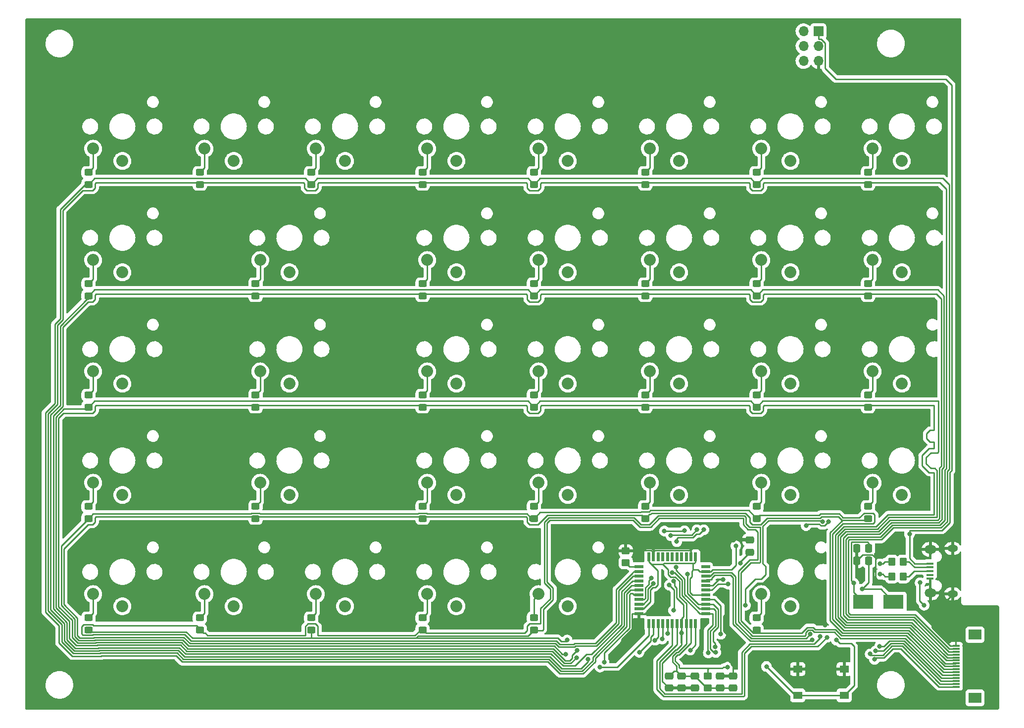
<source format=gbl>
%TF.GenerationSoftware,KiCad,Pcbnew,(6.0.10)*%
%TF.CreationDate,2023-02-02T18:01:59-08:00*%
%TF.ProjectId,netrazr_rev2-Left,6e657472-617a-4725-9f72-6576322d4c65,2*%
%TF.SameCoordinates,Original*%
%TF.FileFunction,Copper,L2,Bot*%
%TF.FilePolarity,Positive*%
%FSLAX46Y46*%
G04 Gerber Fmt 4.6, Leading zero omitted, Abs format (unit mm)*
G04 Created by KiCad (PCBNEW (6.0.10)) date 2023-02-02 18:01:59*
%MOMM*%
%LPD*%
G01*
G04 APERTURE LIST*
G04 Aperture macros list*
%AMRoundRect*
0 Rectangle with rounded corners*
0 $1 Rounding radius*
0 $2 $3 $4 $5 $6 $7 $8 $9 X,Y pos of 4 corners*
0 Add a 4 corners polygon primitive as box body*
4,1,4,$2,$3,$4,$5,$6,$7,$8,$9,$2,$3,0*
0 Add four circle primitives for the rounded corners*
1,1,$1+$1,$2,$3*
1,1,$1+$1,$4,$5*
1,1,$1+$1,$6,$7*
1,1,$1+$1,$8,$9*
0 Add four rect primitives between the rounded corners*
20,1,$1+$1,$2,$3,$4,$5,0*
20,1,$1+$1,$4,$5,$6,$7,0*
20,1,$1+$1,$6,$7,$8,$9,0*
20,1,$1+$1,$8,$9,$2,$3,0*%
G04 Aperture macros list end*
%TA.AperFunction,ComponentPad*%
%ADD10C,2.032000*%
%TD*%
%TA.AperFunction,SMDPad,CuDef*%
%ADD11R,1.300000X0.450000*%
%TD*%
%TA.AperFunction,ComponentPad*%
%ADD12O,2.000000X1.450000*%
%TD*%
%TA.AperFunction,ComponentPad*%
%ADD13O,1.800000X1.150000*%
%TD*%
%TA.AperFunction,SMDPad,CuDef*%
%ADD14RoundRect,0.250000X0.475000X-0.337500X0.475000X0.337500X-0.475000X0.337500X-0.475000X-0.337500X0*%
%TD*%
%TA.AperFunction,ComponentPad*%
%ADD15R,1.700000X1.700000*%
%TD*%
%TA.AperFunction,ComponentPad*%
%ADD16O,1.700000X1.700000*%
%TD*%
%TA.AperFunction,SMDPad,CuDef*%
%ADD17RoundRect,0.250000X0.450000X-0.325000X0.450000X0.325000X-0.450000X0.325000X-0.450000X-0.325000X0*%
%TD*%
%TA.AperFunction,SMDPad,CuDef*%
%ADD18R,1.550000X1.300000*%
%TD*%
%TA.AperFunction,SMDPad,CuDef*%
%ADD19RoundRect,0.250000X-0.450000X0.350000X-0.450000X-0.350000X0.450000X-0.350000X0.450000X0.350000X0*%
%TD*%
%TA.AperFunction,SMDPad,CuDef*%
%ADD20R,1.500000X0.550000*%
%TD*%
%TA.AperFunction,SMDPad,CuDef*%
%ADD21R,0.550000X1.500000*%
%TD*%
%TA.AperFunction,SMDPad,CuDef*%
%ADD22RoundRect,0.250000X-0.475000X0.337500X-0.475000X-0.337500X0.475000X-0.337500X0.475000X0.337500X0*%
%TD*%
%TA.AperFunction,SMDPad,CuDef*%
%ADD23RoundRect,0.250000X-0.350000X-0.450000X0.350000X-0.450000X0.350000X0.450000X-0.350000X0.450000X0*%
%TD*%
%TA.AperFunction,SMDPad,CuDef*%
%ADD24R,3.500000X2.400000*%
%TD*%
%TA.AperFunction,SMDPad,CuDef*%
%ADD25RoundRect,0.250000X0.337500X0.475000X-0.337500X0.475000X-0.337500X-0.475000X0.337500X-0.475000X0*%
%TD*%
%TA.AperFunction,SMDPad,CuDef*%
%ADD26R,1.300000X0.300000*%
%TD*%
%TA.AperFunction,SMDPad,CuDef*%
%ADD27R,2.200000X1.800000*%
%TD*%
%TA.AperFunction,ViaPad*%
%ADD28C,0.800000*%
%TD*%
%TA.AperFunction,Conductor*%
%ADD29C,0.250000*%
%TD*%
G04 APERTURE END LIST*
D10*
X130145000Y-141500000D03*
X125145000Y-139400000D03*
X72995000Y-84350000D03*
X67995000Y-82250000D03*
X187295000Y-84350000D03*
X182295000Y-82250000D03*
X168245000Y-84350000D03*
X163245000Y-82250000D03*
X111095000Y-160550000D03*
X106095000Y-158450000D03*
X53945000Y-141500000D03*
X48945000Y-139400000D03*
X187295000Y-141500000D03*
X182295000Y-139400000D03*
X149195000Y-141500000D03*
X144195000Y-139400000D03*
X53945000Y-84350000D03*
X48945000Y-82250000D03*
X82520000Y-103400000D03*
X77520000Y-101300000D03*
X111095000Y-103400000D03*
X106095000Y-101300000D03*
X149195000Y-103400000D03*
X144195000Y-101300000D03*
X53945000Y-122450000D03*
X48945000Y-120350000D03*
X187295000Y-122450000D03*
X182295000Y-120350000D03*
X72995000Y-160550000D03*
X67995000Y-158450000D03*
X149195000Y-122450000D03*
X144195000Y-120350000D03*
X111095000Y-141500000D03*
X106095000Y-139400000D03*
X92045000Y-160550000D03*
X87045000Y-158450000D03*
X92045000Y-84350000D03*
X87045000Y-82250000D03*
X53945000Y-103400000D03*
X48945000Y-101300000D03*
X82520000Y-141500000D03*
X77520000Y-139400000D03*
X82520000Y-122450000D03*
X77520000Y-120350000D03*
X168245000Y-160550000D03*
X163245000Y-158450000D03*
X130145000Y-103400000D03*
X125145000Y-101300000D03*
X130145000Y-160550000D03*
X125145000Y-158450000D03*
X111095000Y-84350000D03*
X106095000Y-82250000D03*
X111095000Y-122450000D03*
X106095000Y-120350000D03*
X53945000Y-160550000D03*
X48945000Y-158450000D03*
X187295000Y-103400000D03*
X182295000Y-101300000D03*
X168245000Y-103400000D03*
X163245000Y-101300000D03*
X130145000Y-122450000D03*
X125145000Y-120350000D03*
X130145000Y-84350000D03*
X125145000Y-82250000D03*
X149195000Y-84350000D03*
X144195000Y-82250000D03*
X168245000Y-122450000D03*
X163245000Y-120350000D03*
X168245000Y-141500000D03*
X163245000Y-139400000D03*
D11*
X192126000Y-153223000D03*
X192126000Y-153873000D03*
X192126000Y-154523000D03*
X192126000Y-155173000D03*
X192126000Y-155823000D03*
D12*
X192176000Y-158248000D03*
D13*
X195976000Y-158398000D03*
D12*
X192176000Y-150798000D03*
D13*
X195976000Y-150648000D03*
D14*
X158369000Y-174519500D03*
X158369000Y-172444500D03*
D15*
X173010000Y-62170000D03*
D16*
X170470000Y-62170000D03*
X173010000Y-64710000D03*
X170470000Y-64710000D03*
X173010000Y-67250000D03*
X170470000Y-67250000D03*
D17*
X124345000Y-164565000D03*
X124345000Y-162515000D03*
X105295000Y-126465000D03*
X105295000Y-124415000D03*
X143395000Y-88365000D03*
X143395000Y-86315000D03*
X162445000Y-107415000D03*
X162445000Y-105365000D03*
D18*
X169470000Y-171280000D03*
X177420000Y-171280000D03*
X169470000Y-175780000D03*
X177420000Y-175780000D03*
D17*
X143395000Y-126465000D03*
X143395000Y-124415000D03*
X105295000Y-145515000D03*
X105295000Y-143465000D03*
X181495000Y-126465000D03*
X181495000Y-124415000D03*
X76720000Y-126465000D03*
X76720000Y-124415000D03*
D14*
X161255000Y-151267500D03*
X161255000Y-149192500D03*
D17*
X124345000Y-107415000D03*
X124345000Y-105365000D03*
D19*
X140055000Y-151080000D03*
X140055000Y-153080000D03*
D17*
X48145000Y-145515000D03*
X48145000Y-143465000D03*
D20*
X153705000Y-153780000D03*
X153705000Y-154580000D03*
X153705000Y-155380000D03*
X153705000Y-156180000D03*
X153705000Y-156980000D03*
X153705000Y-157780000D03*
X153705000Y-158580000D03*
X153705000Y-159380000D03*
X153705000Y-160180000D03*
X153705000Y-160980000D03*
X153705000Y-161780000D03*
D21*
X152005000Y-163480000D03*
X151205000Y-163480000D03*
X150405000Y-163480000D03*
X149605000Y-163480000D03*
X148805000Y-163480000D03*
X148005000Y-163480000D03*
X147205000Y-163480000D03*
X146405000Y-163480000D03*
X145605000Y-163480000D03*
X144805000Y-163480000D03*
X144005000Y-163480000D03*
D20*
X142305000Y-161780000D03*
X142305000Y-160980000D03*
X142305000Y-160180000D03*
X142305000Y-159380000D03*
X142305000Y-158580000D03*
X142305000Y-157780000D03*
X142305000Y-156980000D03*
X142305000Y-156180000D03*
X142305000Y-155380000D03*
X142305000Y-154580000D03*
X142305000Y-153780000D03*
D21*
X144005000Y-152080000D03*
X144805000Y-152080000D03*
X145605000Y-152080000D03*
X146405000Y-152080000D03*
X147205000Y-152080000D03*
X148005000Y-152080000D03*
X148805000Y-152080000D03*
X149605000Y-152080000D03*
X150405000Y-152080000D03*
X151205000Y-152080000D03*
X152005000Y-152080000D03*
D17*
X67195000Y-164565000D03*
X67195000Y-162515000D03*
X48145000Y-126465000D03*
X48145000Y-124415000D03*
D14*
X156210000Y-174519500D03*
X156210000Y-172444500D03*
D17*
X105295000Y-164565000D03*
X105295000Y-162515000D03*
X124345000Y-88365000D03*
X124345000Y-86315000D03*
X86245000Y-164565000D03*
X86245000Y-162515000D03*
X162445000Y-164565000D03*
X162445000Y-162515000D03*
D22*
X149606000Y-172444500D03*
X149606000Y-174519500D03*
D17*
X181495000Y-145515000D03*
X181495000Y-143465000D03*
X181495000Y-88365000D03*
X181495000Y-86315000D03*
D23*
X185563000Y-155448000D03*
X187563000Y-155448000D03*
D17*
X124345000Y-145515000D03*
X124345000Y-143465000D03*
D24*
X180661000Y-159766000D03*
X185861000Y-159766000D03*
D17*
X76720000Y-107415000D03*
X76720000Y-105365000D03*
X162445000Y-145515000D03*
X162445000Y-143465000D03*
X48145000Y-164565000D03*
X48145000Y-162515000D03*
X143395000Y-107415000D03*
X143395000Y-105365000D03*
X86245000Y-88365000D03*
X86245000Y-86315000D03*
D25*
X181631500Y-150622000D03*
X179556500Y-150622000D03*
D17*
X162445000Y-126465000D03*
X162445000Y-124415000D03*
X105295000Y-107415000D03*
X105295000Y-105365000D03*
X48145000Y-107415000D03*
X48145000Y-105365000D03*
X181495000Y-107415000D03*
X181495000Y-105365000D03*
X162445000Y-88365000D03*
X162445000Y-86315000D03*
D22*
X147447000Y-172444500D03*
X147447000Y-174519500D03*
D19*
X154051000Y-172482000D03*
X154051000Y-174482000D03*
D17*
X143395000Y-145515000D03*
X143395000Y-143465000D03*
X124345000Y-126465000D03*
X124345000Y-124415000D03*
D25*
X181631500Y-152781000D03*
X179556500Y-152781000D03*
D22*
X151845000Y-172444500D03*
X151845000Y-174519500D03*
D17*
X76720000Y-145515000D03*
X76720000Y-143465000D03*
X105295000Y-88365000D03*
X105295000Y-86315000D03*
X48145000Y-88365000D03*
X48145000Y-86315000D03*
X67195000Y-88365000D03*
X67195000Y-86315000D03*
D23*
X185563000Y-152908000D03*
X187563000Y-152908000D03*
D26*
X196560000Y-167300000D03*
X196560000Y-167800000D03*
X196560000Y-168300000D03*
X196560000Y-168800000D03*
X196560000Y-169300000D03*
X196560000Y-169800000D03*
X196560000Y-170300000D03*
X196560000Y-170800000D03*
X196560000Y-171300000D03*
X196560000Y-171800000D03*
X196560000Y-172300000D03*
X196560000Y-172800000D03*
X196560000Y-173300000D03*
X196560000Y-173800000D03*
X196560000Y-174300000D03*
D27*
X199810000Y-165400000D03*
X199810000Y-176200000D03*
D28*
X101697000Y-152618000D03*
X156697479Y-155993500D03*
X63597000Y-152872000D03*
X158032254Y-169917653D03*
X94585000Y-97373000D03*
X184404000Y-156972000D03*
X95601000Y-133441000D03*
X68042000Y-97500000D03*
X68296000Y-136870000D03*
X139319000Y-167505000D03*
X148236440Y-156247399D03*
X166213000Y-152491000D03*
X177400000Y-135000000D03*
X157353000Y-161671000D03*
X95982000Y-117185000D03*
X171323000Y-169418000D03*
X153797000Y-149860000D03*
X174117000Y-163775500D03*
X149605000Y-165130000D03*
X68423000Y-116677000D03*
X193611500Y-160845500D03*
X158877000Y-150204000D03*
X188595000Y-148209000D03*
X174485348Y-165826148D03*
X179070000Y-156591000D03*
X180467000Y-157607000D03*
X173309101Y-165674500D03*
X157528812Y-156718000D03*
X159639000Y-153191500D03*
X131755000Y-168029500D03*
X151084360Y-168030000D03*
X183515000Y-155067000D03*
X171962064Y-166253940D03*
X171614000Y-165317000D03*
X183515000Y-153289000D03*
X164121998Y-170837297D03*
X176086497Y-166329503D03*
X157480000Y-170942000D03*
X191105000Y-160365000D03*
X190412195Y-156497195D03*
X156305000Y-165317500D03*
X130021812Y-166296812D03*
X150630500Y-154992299D03*
X155379077Y-167447962D03*
X148784812Y-149472188D03*
X129755500Y-168730000D03*
X153405000Y-147439500D03*
X155457073Y-168444416D03*
X131630688Y-169305688D03*
X152235000Y-147439500D03*
X148687000Y-153888000D03*
X147768812Y-148456188D03*
X170909502Y-146739500D03*
X146655000Y-147665000D03*
X174754484Y-146045500D03*
X150100688Y-147614312D03*
X148002985Y-154779812D03*
X133555000Y-169630000D03*
X154178000Y-168514882D03*
X147193000Y-165155500D03*
X146291154Y-166142154D03*
X145062589Y-166346121D03*
X142367000Y-168402000D03*
X173755000Y-146039500D03*
X148241046Y-161245343D03*
X147505688Y-156929312D03*
X160528000Y-160375501D03*
X182800740Y-168170208D03*
X144768677Y-156632252D03*
X135639203Y-170939204D03*
X181864000Y-168704500D03*
X144465000Y-155680000D03*
X183471826Y-167429500D03*
X136363703Y-170104000D03*
X182617059Y-169619708D03*
D29*
X171323000Y-169418000D02*
X171323000Y-170434000D01*
X192126000Y-155823000D02*
X192126000Y-158198000D01*
X148792000Y-159077188D02*
X149965536Y-160250724D01*
X141136000Y-161780000D02*
X142305000Y-161780000D01*
X148790954Y-167955000D02*
X149605000Y-167140954D01*
X146304000Y-170229821D02*
X148578821Y-167955000D01*
X158032254Y-169917653D02*
X158032254Y-170468949D01*
X156154305Y-149160000D02*
X152948604Y-149160000D01*
X148422691Y-156433650D02*
X148422691Y-157037614D01*
X158032254Y-166019449D02*
X158032254Y-169917653D01*
X151005000Y-151005000D02*
X145005000Y-151005000D01*
X156210000Y-172444500D02*
X158369000Y-172444500D01*
X149606000Y-174519500D02*
X151797000Y-174519500D01*
X149605000Y-165130000D02*
X149605000Y-163480000D01*
X140055000Y-151055000D02*
X140105000Y-151005000D01*
X182207173Y-151731000D02*
X182753000Y-152276827D01*
X156755000Y-162269000D02*
X156755000Y-164742195D01*
X195976000Y-158481000D02*
X195976000Y-158398000D01*
X182753000Y-155632695D02*
X184092305Y-156972000D01*
X140105000Y-151005000D02*
X144420000Y-151005000D01*
X149965536Y-160250724D02*
X149965536Y-162329464D01*
X151797000Y-174519500D02*
X151845000Y-174567500D01*
X172169000Y-171280000D02*
X177420000Y-171280000D01*
X149605000Y-162690000D02*
X149605000Y-163480000D01*
X145005000Y-151005000D02*
X144805000Y-151205000D01*
X149606000Y-174519500D02*
X147447000Y-174519500D01*
X192405000Y-162052000D02*
X195976000Y-158481000D01*
X151205000Y-152080000D02*
X151205000Y-151205000D01*
X179556500Y-152781000D02*
X180606500Y-151731000D01*
X151205000Y-150903604D02*
X151205000Y-152080000D01*
X156473305Y-149479000D02*
X156154305Y-149160000D01*
X144805000Y-151205000D02*
X144805000Y-152080000D01*
X157353000Y-161671000D02*
X156755000Y-162269000D01*
X171323000Y-170434000D02*
X172169000Y-171280000D01*
X148792000Y-157406923D02*
X148792000Y-159077188D01*
X139319000Y-167505000D02*
X139319000Y-166223235D01*
X158369000Y-170805695D02*
X158369000Y-172444500D01*
X192126000Y-158198000D02*
X192176000Y-158248000D01*
X149965536Y-162329464D02*
X149605000Y-162690000D01*
X155702000Y-150241000D02*
X156464000Y-149479000D01*
X153797000Y-149860000D02*
X154178000Y-150241000D01*
X160980000Y-148930000D02*
X161255000Y-149205000D01*
X148236440Y-156247399D02*
X148422691Y-156433650D01*
X155917104Y-155993500D02*
X154930604Y-156980000D01*
X148422691Y-157037614D02*
X148792000Y-157406923D01*
X196560000Y-167300000D02*
X195554772Y-167300000D01*
X149605000Y-167140954D02*
X149605000Y-165130000D01*
X146304000Y-173376500D02*
X146304000Y-170229821D01*
X156464000Y-149479000D02*
X156473305Y-149479000D01*
X144420000Y-151005000D02*
X144805000Y-151390000D01*
X158032254Y-170468949D02*
X158369000Y-170805695D01*
X154178000Y-150241000D02*
X155702000Y-150241000D01*
X156755000Y-164742195D02*
X158032254Y-166019449D01*
X159015000Y-148930000D02*
X158466000Y-149479000D01*
X144805000Y-151390000D02*
X144805000Y-152080000D01*
X171323000Y-170434000D02*
X170477000Y-171280000D01*
X158466000Y-149479000D02*
X156473305Y-149479000D01*
X151205000Y-151205000D02*
X151005000Y-151005000D01*
X170477000Y-171280000D02*
X169470000Y-171280000D01*
X195554772Y-167300000D02*
X192405000Y-164150228D01*
X141136000Y-164406235D02*
X141136000Y-161780000D01*
X159015000Y-148930000D02*
X160980000Y-148930000D01*
X184092305Y-156972000D02*
X184404000Y-156972000D01*
X182753000Y-152276827D02*
X182753000Y-155632695D01*
X148578821Y-167955000D02*
X148790954Y-167955000D01*
X147447000Y-174519500D02*
X146304000Y-173376500D01*
X180606500Y-151731000D02*
X182207173Y-151731000D01*
X179556500Y-150622000D02*
X179556500Y-152781000D01*
X154930604Y-156980000D02*
X153705000Y-156980000D01*
X139319000Y-166223235D02*
X141136000Y-164406235D01*
X152948604Y-149160000D02*
X151205000Y-150903604D01*
X156697479Y-155993500D02*
X155917104Y-155993500D01*
X192405000Y-164150228D02*
X192405000Y-162052000D01*
X148765217Y-170755000D02*
X148065000Y-170054783D01*
X154630604Y-154580000D02*
X154918897Y-154291707D01*
X151511000Y-153198195D02*
X151554195Y-153155000D01*
X150405000Y-166977350D02*
X150405000Y-163480000D01*
X147277985Y-154245060D02*
X146412925Y-153380000D01*
X142305000Y-160980000D02*
X143058000Y-160980000D01*
X148537237Y-155504312D02*
X147702180Y-155504312D01*
X146412925Y-153380000D02*
X144430000Y-153380000D01*
X194170079Y-147560901D02*
X195515000Y-146215981D01*
X158877000Y-153543000D02*
X158877000Y-150204000D01*
X144680073Y-157357252D02*
X145068982Y-157357252D01*
X151042000Y-158145208D02*
X151042000Y-155771305D01*
X153705000Y-158580000D02*
X151476792Y-158580000D01*
X144280000Y-157757325D02*
X144680073Y-157357252D01*
X194818000Y-70358000D02*
X176022000Y-70358000D01*
X148765217Y-168405000D02*
X148977350Y-168405000D01*
X151355000Y-155458305D02*
X151355000Y-154505805D01*
X151554195Y-153155000D02*
X151805000Y-153155000D01*
X148065000Y-169105217D02*
X148765217Y-168405000D01*
X151511000Y-154349805D02*
X151511000Y-153198195D01*
X188595000Y-147560901D02*
X194170079Y-147560901D01*
X151476792Y-158580000D02*
X151042000Y-158145208D01*
X150405000Y-162605000D02*
X150415536Y-162594464D01*
X147447000Y-172444500D02*
X148287783Y-171603717D01*
X150405000Y-163480000D02*
X150405000Y-162605000D01*
X176022000Y-70358000D02*
X174185000Y-68521000D01*
X174185000Y-64223299D02*
X173496701Y-63535000D01*
X143058000Y-160980000D02*
X144280000Y-159758000D01*
X152430000Y-154305000D02*
X151555805Y-154305000D01*
X149606000Y-172444500D02*
X151797000Y-172444500D01*
X148977350Y-168405000D02*
X150405000Y-166977350D01*
X145493677Y-156932557D02*
X145493677Y-154443677D01*
X148287783Y-171603717D02*
X148765217Y-171603717D01*
X192126000Y-153223000D02*
X189491173Y-153223000D01*
X151845000Y-172444500D02*
X153882500Y-174482000D01*
X149242000Y-156209075D02*
X148537237Y-155504312D01*
X153882500Y-174482000D02*
X154051000Y-174482000D01*
X148765217Y-171603717D02*
X149606000Y-172444500D01*
X188595000Y-152326827D02*
X188595000Y-147560901D01*
X151355000Y-154505805D02*
X151511000Y-154349805D01*
X148065000Y-170054783D02*
X148065000Y-169105217D01*
X154918897Y-154291707D02*
X158128293Y-154291707D01*
X173010000Y-63535000D02*
X173010000Y-62170000D01*
X152705000Y-154580000D02*
X152430000Y-154305000D01*
X144280000Y-159758000D02*
X144280000Y-157757325D01*
X158128293Y-154291707D02*
X158877000Y-153543000D01*
X150415536Y-162594464D02*
X150415536Y-160064328D01*
X151555805Y-154305000D02*
X151511000Y-154349805D01*
X153705000Y-154580000D02*
X152705000Y-154580000D01*
X174185000Y-68521000D02*
X174185000Y-64223299D01*
X144430000Y-153380000D02*
X144005000Y-152955000D01*
X189491173Y-153223000D02*
X188595000Y-152326827D01*
X173496701Y-63535000D02*
X173010000Y-63535000D01*
X153705000Y-154580000D02*
X154630604Y-154580000D01*
X195820901Y-137293750D02*
X195820901Y-71360901D01*
X146412925Y-153380000D02*
X146637925Y-153155000D01*
X144005000Y-152955000D02*
X144005000Y-152080000D01*
X151805000Y-153155000D02*
X152005000Y-152955000D01*
X151042000Y-155771305D02*
X151355000Y-155458305D01*
X146637925Y-153155000D02*
X151554195Y-153155000D01*
X149242000Y-158890792D02*
X149242000Y-156209075D01*
X195820901Y-71360901D02*
X194818000Y-70358000D01*
X150415536Y-160064328D02*
X149242000Y-158890792D01*
X148765217Y-170755000D02*
X148765217Y-171603717D01*
X152005000Y-152955000D02*
X152005000Y-152080000D01*
X156172500Y-174482000D02*
X154051000Y-174482000D01*
X151797000Y-172444500D02*
X151845000Y-172492500D01*
X156210000Y-174519500D02*
X158369000Y-174519500D01*
X145493677Y-154443677D02*
X144430000Y-153380000D01*
X195515000Y-146215981D02*
X195515000Y-137599651D01*
X147702180Y-155504312D02*
X147277985Y-155080117D01*
X156210000Y-174519500D02*
X156172500Y-174482000D01*
X195515000Y-137599651D02*
X195820901Y-137293750D01*
X147277985Y-155080117D02*
X147277985Y-154245060D01*
X145068982Y-157357252D02*
X145493677Y-156932557D01*
X179070000Y-156591000D02*
X179070000Y-158175000D01*
X178644000Y-149651000D02*
X178644000Y-156165000D01*
X172882556Y-167428940D02*
X161502456Y-167428940D01*
X146567604Y-175964000D02*
X145404000Y-174800396D01*
X148005000Y-167207604D02*
X148005000Y-163480000D01*
X181442000Y-149565000D02*
X178730000Y-149565000D01*
X181631500Y-149754500D02*
X181442000Y-149565000D01*
X161502456Y-167428940D02*
X160343000Y-168588396D01*
X178730000Y-149565000D02*
X178644000Y-149651000D01*
X145404000Y-174800396D02*
X145404000Y-169808604D01*
X181631500Y-150622000D02*
X181631500Y-149754500D01*
X179070000Y-158175000D02*
X180661000Y-159766000D01*
X160343000Y-175826000D02*
X160205000Y-175964000D01*
X174485348Y-165826148D02*
X172882556Y-167428940D01*
X178644000Y-156165000D02*
X179070000Y-156591000D01*
X160205000Y-175964000D02*
X146567604Y-175964000D01*
X145404000Y-169808604D02*
X148005000Y-167207604D01*
X160343000Y-168588396D02*
X160343000Y-175826000D01*
X180467000Y-157607000D02*
X181631500Y-156442500D01*
X145854000Y-174614000D02*
X145854000Y-169995000D01*
X161316060Y-166978940D02*
X159893000Y-168402000D01*
X159893000Y-168402000D02*
X159893000Y-175514000D01*
X173309101Y-165674500D02*
X173309101Y-165932208D01*
X180467000Y-157607000D02*
X183702000Y-157607000D01*
X159893000Y-175514000D02*
X146754000Y-175514000D01*
X146754000Y-175514000D02*
X145854000Y-174614000D01*
X181631500Y-156442500D02*
X181631500Y-152781000D01*
X173309101Y-165932208D02*
X172262369Y-166978940D01*
X148805000Y-167044000D02*
X148805000Y-163480000D01*
X183702000Y-157607000D02*
X185861000Y-159766000D01*
X145854000Y-169995000D02*
X148805000Y-167044000D01*
X172262369Y-166978940D02*
X161316060Y-166978940D01*
X159639000Y-153191500D02*
X159639000Y-152883500D01*
X154767000Y-157780000D02*
X153705000Y-157780000D01*
X159639000Y-152883500D02*
X161255000Y-151267500D01*
X155829000Y-156718000D02*
X154767000Y-157780000D01*
X157528812Y-156718000D02*
X155829000Y-156718000D01*
X192126000Y-154523000D02*
X189393000Y-154523000D01*
X189393000Y-154523000D02*
X188468000Y-155448000D01*
X188468000Y-155448000D02*
X187563000Y-155448000D01*
X189433000Y-153873000D02*
X188468000Y-152908000D01*
X188468000Y-152908000D02*
X187563000Y-152908000D01*
X192126000Y-153873000D02*
X189433000Y-153873000D01*
X43020000Y-128350786D02*
X43020000Y-160591597D01*
X46277259Y-166815000D02*
X49392361Y-166815000D01*
X43020000Y-160591597D02*
X45355001Y-162926598D01*
X76720000Y-126465000D02*
X77045000Y-126140000D01*
X49392361Y-166815000D02*
X49477361Y-166730000D01*
X45355001Y-165892742D02*
X46277259Y-166815000D01*
X192815000Y-130404699D02*
X192102732Y-130404699D01*
X127657000Y-167789000D02*
X129697500Y-169829500D01*
X190744099Y-134750488D02*
X190744099Y-136449512D01*
X125495000Y-126304950D02*
X125659950Y-126140000D01*
X192815000Y-144860901D02*
X184903997Y-144860901D01*
X123030050Y-126140000D02*
X123195000Y-126304950D01*
X49295000Y-126304950D02*
X49295000Y-127079949D01*
X163595000Y-126304950D02*
X163759950Y-126140000D01*
X192102732Y-130404699D02*
X191519699Y-130987732D01*
X129697500Y-169829500D02*
X130470480Y-169829500D01*
X43880786Y-127490000D02*
X43020000Y-128350786D01*
X191945488Y-133549099D02*
X190744099Y-134750488D01*
X194761396Y-170325000D02*
X196525000Y-170325000D01*
X181820000Y-126140000D02*
X192815000Y-126140000D01*
X182899898Y-146865000D02*
X177368792Y-146865000D01*
X181495000Y-126465000D02*
X181820000Y-126140000D01*
X130905688Y-169394292D02*
X130905688Y-168878812D01*
X161705051Y-127490000D02*
X163184949Y-127490000D01*
X177368792Y-146865000D02*
X175906000Y-148327792D01*
X64059416Y-166730000D02*
X65118416Y-167789000D01*
X130470480Y-169829500D02*
X130905688Y-169394292D01*
X49459950Y-126140000D02*
X49295000Y-126304950D01*
X190744099Y-136449512D02*
X191945488Y-137650901D01*
X143395000Y-126465000D02*
X143720000Y-126140000D01*
X48884949Y-127490000D02*
X43880786Y-127490000D01*
X49477361Y-166730000D02*
X64059416Y-166730000D01*
X77045000Y-126140000D02*
X104970000Y-126140000D01*
X177527176Y-164200000D02*
X188636396Y-164200000D01*
X163759950Y-126140000D02*
X181170000Y-126140000D01*
X191945488Y-137650901D02*
X192815000Y-137650901D01*
X192815000Y-133549099D02*
X191945488Y-133549099D01*
X192102732Y-132395301D02*
X192815000Y-132395301D01*
X192815000Y-137650901D02*
X192815000Y-144860901D01*
X181170000Y-126140000D02*
X181495000Y-126465000D01*
X130905688Y-168878812D02*
X131755000Y-168029500D01*
X175906000Y-148327792D02*
X175906000Y-162578824D01*
X125084949Y-127490000D02*
X125495000Y-127079949D01*
X175906000Y-162578824D02*
X177527176Y-164200000D01*
X192815000Y-126140000D02*
X192815000Y-130404699D01*
X65118416Y-167789000D02*
X127657000Y-167789000D01*
X125659950Y-126140000D02*
X143070000Y-126140000D01*
X105620000Y-126140000D02*
X123030050Y-126140000D01*
X123605051Y-127490000D02*
X125084949Y-127490000D01*
X76395000Y-126140000D02*
X49459950Y-126140000D01*
X143720000Y-126140000D02*
X161130050Y-126140000D01*
X184903997Y-144860901D02*
X182899898Y-146865000D01*
X161295000Y-126304950D02*
X161295000Y-127079949D01*
X161130050Y-126140000D02*
X161295000Y-126304950D01*
X163595000Y-127079949D02*
X163595000Y-126304950D01*
X161295000Y-127079949D02*
X161705051Y-127490000D01*
X49295000Y-127079949D02*
X48884949Y-127490000D01*
X152005000Y-167109360D02*
X152005000Y-163480000D01*
X143070000Y-126140000D02*
X143395000Y-126465000D01*
X123195000Y-126304950D02*
X123195000Y-127079949D01*
X105295000Y-126465000D02*
X105620000Y-126140000D01*
X125495000Y-127079949D02*
X125495000Y-126304950D01*
X192815000Y-132395301D02*
X192815000Y-133549099D01*
X123195000Y-127079949D02*
X123605051Y-127490000D01*
X188636396Y-164200000D02*
X194761396Y-170325000D01*
X104970000Y-126140000D02*
X105295000Y-126465000D01*
X163184949Y-127490000D02*
X163595000Y-127079949D01*
X45355001Y-162926598D02*
X45355001Y-165892742D01*
X191519699Y-130987732D02*
X191519699Y-131812268D01*
X191519699Y-131812268D02*
X192102732Y-132395301D01*
X76720000Y-126465000D02*
X76395000Y-126140000D01*
X151084360Y-168030000D02*
X152005000Y-167109360D01*
X155291689Y-155191707D02*
X154780000Y-155703396D01*
X153905000Y-155980000D02*
X153705000Y-156180000D01*
X154780000Y-155703396D02*
X154780000Y-155980000D01*
X171962064Y-166253940D02*
X171726004Y-166490000D01*
X158416000Y-163573741D02*
X158416000Y-155623396D01*
X157984311Y-155191707D02*
X155291689Y-155191707D01*
X171726004Y-166490000D02*
X161332259Y-166490000D01*
X158416000Y-155623396D02*
X157984311Y-155191707D01*
X183515000Y-155067000D02*
X184023000Y-155067000D01*
X184023000Y-155067000D02*
X184404000Y-155448000D01*
X184404000Y-155448000D02*
X185563000Y-155448000D01*
X161332259Y-166490000D02*
X158416000Y-163573741D01*
X154780000Y-155980000D02*
X153905000Y-155980000D01*
X158866000Y-163387345D02*
X158866000Y-155437000D01*
X184404000Y-152908000D02*
X185563000Y-152908000D01*
X171614000Y-165317000D02*
X170891000Y-166040000D01*
X154467000Y-155380000D02*
X153705000Y-155380000D01*
X170891000Y-166040000D02*
X161518655Y-166040000D01*
X158170707Y-154741707D02*
X155105293Y-154741707D01*
X155105293Y-154741707D02*
X154467000Y-155380000D01*
X161518655Y-166040000D02*
X158866000Y-163387345D01*
X183515000Y-153289000D02*
X184023000Y-153289000D01*
X184023000Y-153289000D02*
X184404000Y-152908000D01*
X158866000Y-155437000D02*
X158170707Y-154741707D01*
X142305000Y-153780000D02*
X140730000Y-153780000D01*
X140730000Y-153780000D02*
X140055000Y-153105000D01*
X125084949Y-146540000D02*
X126684949Y-144940000D01*
X76720000Y-145515000D02*
X77045000Y-145190000D01*
X161295000Y-146129949D02*
X161705051Y-146540000D01*
X46255001Y-162553806D02*
X46255001Y-165519950D01*
X181170000Y-145840000D02*
X181495000Y-145515000D01*
X128612604Y-167471812D02*
X131287383Y-167471812D01*
X163184949Y-146540000D02*
X164284949Y-145440000D01*
X142820000Y-144940000D02*
X143395000Y-145515000D01*
X143395000Y-145515000D02*
X144095000Y-144815000D01*
X48884949Y-146540000D02*
X48109950Y-146540000D01*
X64432208Y-165830000D02*
X65491208Y-166889000D01*
X131287383Y-167471812D02*
X131454695Y-167304500D01*
X144489569Y-144595000D02*
X160535050Y-144595000D01*
X144095000Y-144815000D02*
X144269569Y-144815000D01*
X65491208Y-166889000D02*
X128029792Y-166889000D01*
X49459950Y-145190000D02*
X49295000Y-145354950D01*
X46650051Y-165915000D02*
X49019569Y-165915000D01*
X160535050Y-144595000D02*
X161295000Y-145354950D01*
X76720000Y-145515000D02*
X76395000Y-145190000D01*
X123195000Y-145354950D02*
X123195000Y-146129949D01*
X194463604Y-171300000D02*
X188263604Y-165100000D01*
X46255001Y-165519950D02*
X46650051Y-165915000D01*
X175006000Y-162951616D02*
X175006000Y-147955000D01*
X135055754Y-167304500D02*
X138886000Y-163474254D01*
X138886000Y-157834416D02*
X141340416Y-155380000D01*
X177050051Y-145845051D02*
X177055102Y-145840000D01*
X49295000Y-146129949D02*
X48884949Y-146540000D01*
X77045000Y-145190000D02*
X104970000Y-145190000D01*
X161705051Y-146540000D02*
X163184949Y-146540000D01*
X104970000Y-145190000D02*
X105295000Y-145515000D01*
X177055102Y-145840000D02*
X181170000Y-145840000D01*
X49104569Y-165830000D02*
X64432208Y-165830000D01*
X164284949Y-145440000D02*
X173329195Y-145440000D01*
X196560000Y-171300000D02*
X194463604Y-171300000D01*
X105620000Y-145190000D02*
X123030050Y-145190000D01*
X49295000Y-145354950D02*
X49295000Y-146129949D01*
X105295000Y-145515000D02*
X105620000Y-145190000D01*
X48109950Y-146540000D02*
X43920000Y-150729950D01*
X126684949Y-144940000D02*
X142820000Y-144940000D01*
X177083000Y-145878000D02*
X176395000Y-145190000D01*
X141340416Y-155380000D02*
X142305000Y-155380000D01*
X43920001Y-160218806D02*
X46255001Y-162553806D01*
X177154384Y-165100000D02*
X175006000Y-162951616D01*
X175006000Y-147955000D02*
X177083000Y-145878000D01*
X138886000Y-163474254D02*
X138886000Y-157834416D01*
X173579195Y-145190000D02*
X176395000Y-145190000D01*
X131454695Y-167304500D02*
X135055754Y-167304500D01*
X144269569Y-144815000D02*
X144489569Y-144595000D01*
X161295000Y-145354950D02*
X161295000Y-146129949D01*
X128029792Y-166889000D02*
X128612604Y-167471812D01*
X123030050Y-145190000D02*
X123195000Y-145354950D01*
X123195000Y-146129949D02*
X123605051Y-146540000D01*
X123605051Y-146540000D02*
X125084949Y-146540000D01*
X176395000Y-145190000D02*
X177050051Y-145845051D01*
X173329195Y-145440000D02*
X173579195Y-145190000D01*
X76395000Y-145190000D02*
X49459950Y-145190000D01*
X49019569Y-165915000D02*
X49104569Y-165830000D01*
X188263604Y-165100000D02*
X177154384Y-165100000D01*
X43920000Y-150729950D02*
X43920001Y-160218806D01*
X156360000Y-171160000D02*
X156545000Y-171160000D01*
X179115000Y-167431000D02*
X179115000Y-174110000D01*
X154051000Y-171323000D02*
X154214000Y-171160000D01*
X179115000Y-174110000D02*
X177445000Y-175780000D01*
X177445000Y-175780000D02*
X177420000Y-175780000D01*
X176086497Y-166329503D02*
X176676994Y-166920000D01*
X149163746Y-168855000D02*
X148951613Y-168855000D01*
X149316000Y-171160000D02*
X156360000Y-171160000D01*
X154051000Y-172482000D02*
X154051000Y-171323000D01*
X176676994Y-166920000D02*
X178604000Y-166920000D01*
X148515000Y-169291613D02*
X148515000Y-169868387D01*
X148515000Y-169868387D02*
X149215217Y-170568604D01*
X156788000Y-170942000D02*
X156570000Y-171160000D01*
X169470000Y-175780000D02*
X177420000Y-175780000D01*
X164122703Y-170837297D02*
X169065406Y-175780000D01*
X151205000Y-163480000D02*
X151205000Y-166813746D01*
X190363238Y-156546152D02*
X190412195Y-156497195D01*
X190363238Y-159623238D02*
X190363238Y-156546152D01*
X148951613Y-168855000D02*
X148515000Y-169291613D01*
X151205000Y-166813746D02*
X149163746Y-168855000D01*
X164121998Y-170837297D02*
X164122703Y-170837297D01*
X178604000Y-166920000D02*
X179115000Y-167431000D01*
X157480000Y-170942000D02*
X156788000Y-170942000D01*
X191105000Y-160365000D02*
X190363238Y-159623238D01*
X169065406Y-175780000D02*
X169470000Y-175780000D01*
X154214000Y-171160000D02*
X156360000Y-171160000D01*
X149215217Y-171059217D02*
X149316000Y-171160000D01*
X149215217Y-170568604D02*
X149215217Y-171059217D01*
X145816345Y-145495000D02*
X160145000Y-145495000D01*
X86245000Y-165989000D02*
X86245000Y-164565000D01*
X170889000Y-165405604D02*
X170889000Y-165016695D01*
X144321345Y-146990000D02*
X145816345Y-145495000D01*
X161280514Y-152599537D02*
X159316000Y-154564051D01*
X160145000Y-146606295D02*
X160978705Y-147440000D01*
X48510000Y-164930000D02*
X48145000Y-164565000D01*
X125784950Y-164650051D02*
X125945000Y-164490001D01*
X127595001Y-159414824D02*
X127595001Y-157385176D01*
X123320000Y-165590000D02*
X124345000Y-164565000D01*
X160978705Y-147440000D02*
X162250604Y-147440000D01*
X176781592Y-166000000D02*
X187890812Y-166000000D01*
X172272305Y-164950000D02*
X175731592Y-164950000D01*
X129746812Y-166571812D02*
X128985396Y-166571812D01*
X126605000Y-156395175D02*
X126605000Y-146292741D01*
X141318655Y-145840000D02*
X142468655Y-146990000D01*
X160145000Y-145495000D02*
X160145000Y-146606295D01*
X127595001Y-157385176D02*
X126605000Y-156395175D01*
X104555051Y-165590000D02*
X123320000Y-165590000D01*
X155209898Y-159380000D02*
X153705000Y-159380000D01*
X156305000Y-160475102D02*
X155209898Y-159380000D01*
X124345000Y-164565000D02*
X124430051Y-164650051D01*
X171313695Y-164592000D02*
X171914305Y-164592000D01*
X65913000Y-165989000D02*
X64854000Y-164930000D01*
X128985396Y-166571812D02*
X128402584Y-165989000D01*
X126605000Y-146292741D02*
X127057741Y-145840000D01*
X162605000Y-152599537D02*
X161280514Y-152599537D01*
X104156051Y-165989000D02*
X104555051Y-165590000D01*
X86245000Y-165989000D02*
X65913000Y-165989000D01*
X128402584Y-165989000D02*
X87669000Y-165989000D01*
X171914305Y-164592000D02*
X172272305Y-164950000D01*
X194190812Y-172300000D02*
X196560000Y-172300000D01*
X175731592Y-164950000D02*
X176781592Y-166000000D01*
X162250604Y-147440000D02*
X162605000Y-147794396D01*
X156305000Y-165317500D02*
X156305000Y-160475102D01*
X86245000Y-165989000D02*
X87669000Y-165989000D01*
X124430051Y-164650051D02*
X125784950Y-164650051D01*
X170889000Y-165016695D02*
X171313695Y-164592000D01*
X87669000Y-165989000D02*
X104156051Y-165989000D01*
X187890812Y-166000000D02*
X194190812Y-172300000D01*
X159316000Y-154564051D02*
X159316000Y-163200949D01*
X130021812Y-166296812D02*
X129746812Y-166571812D01*
X142468655Y-146990000D02*
X144321345Y-146990000D01*
X64854000Y-164930000D02*
X48510000Y-164930000D01*
X125945000Y-161064825D02*
X127595001Y-159414824D01*
X127057741Y-145840000D02*
X141318655Y-145840000D01*
X125945000Y-164490001D02*
X125945000Y-161064825D01*
X159316000Y-163200949D02*
X161705051Y-165590000D01*
X162605000Y-147794396D02*
X162605000Y-152599537D01*
X161705051Y-165590000D02*
X170704604Y-165590000D01*
X170704604Y-165590000D02*
X170889000Y-165405604D01*
X104481827Y-144740000D02*
X104606827Y-144615000D01*
X155019950Y-160180000D02*
X153705000Y-160180000D01*
X124064000Y-145796000D02*
X124345000Y-145515000D01*
X150592000Y-158331604D02*
X150592000Y-155030799D01*
X162445000Y-145515000D02*
X162970000Y-144990000D01*
X182359949Y-146415000D02*
X177182396Y-146415000D01*
X76031827Y-144615000D02*
X77408173Y-144615000D01*
X45805001Y-165706346D02*
X45805001Y-162740202D01*
X155379077Y-167447962D02*
X155370000Y-167438885D01*
X75906827Y-144740000D02*
X76031827Y-144615000D01*
X173142799Y-144990000D02*
X173392799Y-144740000D01*
X144083173Y-144365000D02*
X144303173Y-144145000D01*
X142706827Y-144365000D02*
X144083173Y-144365000D01*
X162970000Y-144990000D02*
X173142799Y-144990000D01*
X182645000Y-144900051D02*
X182645000Y-146129949D01*
X123216446Y-144740000D02*
X123645000Y-145168554D01*
X177182396Y-146415000D02*
X175456000Y-148141396D01*
X155370000Y-166921000D02*
X154975000Y-166526000D01*
X43470000Y-150190000D02*
X48145000Y-145515000D01*
X182645000Y-146129949D02*
X182359949Y-146415000D01*
X154975000Y-164972950D02*
X155855000Y-164092950D01*
X151521584Y-148789312D02*
X149039708Y-148789312D01*
X153405000Y-147439500D02*
X152680000Y-148164500D01*
X173392799Y-144740000D02*
X176581396Y-144740000D01*
X64245812Y-166280000D02*
X49290965Y-166280000D01*
X180806827Y-144615000D02*
X182359949Y-144615000D01*
X48920000Y-144740000D02*
X75906827Y-144740000D01*
X155855000Y-161015050D02*
X155019950Y-160180000D01*
X176581396Y-144740000D02*
X177231396Y-145390000D01*
X153705000Y-160180000D02*
X152440396Y-160180000D01*
X105983173Y-144615000D02*
X106108173Y-144740000D01*
X150592000Y-155030799D02*
X150630500Y-154992299D01*
X49290965Y-166280000D02*
X49205965Y-166365000D01*
X175456000Y-162765220D02*
X177340780Y-164650000D01*
X43470000Y-160405201D02*
X43470000Y-150190000D01*
X142581827Y-144490000D02*
X142706827Y-144365000D01*
X129234396Y-168730000D02*
X127843396Y-167339000D01*
X175456000Y-148141396D02*
X175456000Y-162765220D01*
X194600000Y-170800000D02*
X196560000Y-170800000D01*
X45805001Y-162740202D02*
X43470000Y-160405201D01*
X152440396Y-160180000D02*
X150592000Y-158331604D01*
X129755500Y-168730000D02*
X129234396Y-168730000D01*
X106108173Y-144740000D02*
X123216446Y-144740000D01*
X149039708Y-148789312D02*
X148784812Y-149044208D01*
X144303173Y-144145000D02*
X161075000Y-144145000D01*
X154975000Y-166526000D02*
X154975000Y-164972950D01*
X77533173Y-144740000D02*
X104481827Y-144740000D01*
X65304812Y-167339000D02*
X64245812Y-166280000D01*
X152680000Y-148164500D02*
X152146396Y-148164500D01*
X124345000Y-145515000D02*
X125370000Y-144490000D01*
X180031827Y-145390000D02*
X180806827Y-144615000D01*
X155855000Y-164092950D02*
X155855000Y-161015050D01*
X104606827Y-144615000D02*
X105983173Y-144615000D01*
X177231396Y-145390000D02*
X180031827Y-145390000D01*
X127843396Y-167339000D02*
X65304812Y-167339000D01*
X49205965Y-166365000D02*
X46463655Y-166365000D01*
X46463655Y-166365000D02*
X45805001Y-165706346D01*
X148784812Y-149044208D02*
X148784812Y-149472188D01*
X123645000Y-145168554D02*
X123645000Y-145796000D01*
X155370000Y-167438885D02*
X155370000Y-166921000D01*
X161075000Y-144145000D02*
X162445000Y-145515000D01*
X77408173Y-144615000D02*
X77533173Y-144740000D01*
X152146396Y-148164500D02*
X151521584Y-148789312D01*
X48145000Y-145515000D02*
X48920000Y-144740000D01*
X177340780Y-164650000D02*
X188450000Y-164650000D01*
X188450000Y-164650000D02*
X194600000Y-170800000D01*
X123645000Y-145796000D02*
X124064000Y-145796000D01*
X125370000Y-144490000D02*
X142581827Y-144490000D01*
X182359949Y-144615000D02*
X182645000Y-144900051D01*
X152604000Y-160980000D02*
X153705000Y-160980000D01*
X49663757Y-167180000D02*
X63873020Y-167180000D01*
X193265000Y-137302901D02*
X192913000Y-136950901D01*
X192235438Y-136950901D02*
X191444099Y-136159562D01*
X193265000Y-145284000D02*
X193265000Y-137302901D01*
X63873020Y-167180000D02*
X64932020Y-168239000D01*
X48145000Y-126465000D02*
X49170000Y-125440000D01*
X191444099Y-135040438D02*
X192235438Y-134249099D01*
X49578757Y-167265000D02*
X49663757Y-167180000D01*
X150142000Y-155836283D02*
X150142000Y-158518000D01*
X42570000Y-128164390D02*
X42570000Y-160777993D01*
X176356000Y-162392428D02*
X176356000Y-148514188D01*
X64932020Y-168239000D02*
X127470604Y-168239000D01*
X155120695Y-168430500D02*
X154525000Y-167834805D01*
X125370000Y-125440000D02*
X161420000Y-125440000D01*
X147885688Y-148339312D02*
X147768812Y-148456188D01*
X127470604Y-168239000D02*
X129511104Y-170279500D01*
X148687000Y-153888000D02*
X148687000Y-154381283D01*
X155405000Y-161287723D02*
X155097277Y-160980000D01*
X129511104Y-170279500D02*
X130656876Y-170279500D01*
X191444099Y-136159562D02*
X191444099Y-135040438D01*
X194872792Y-169800000D02*
X188822792Y-163750000D01*
X154525000Y-167834805D02*
X154525000Y-164786554D01*
X183086294Y-147315000D02*
X185090393Y-145310901D01*
X42570000Y-160777993D02*
X44905001Y-163112994D01*
X196560000Y-169800000D02*
X194872792Y-169800000D01*
X123320000Y-125440000D02*
X124345000Y-126465000D01*
X46090863Y-167265000D02*
X49578757Y-167265000D01*
X124345000Y-126465000D02*
X125370000Y-125440000D01*
X161420000Y-125440000D02*
X162445000Y-126465000D01*
X192235438Y-134249099D02*
X193354562Y-134249099D01*
X155097277Y-160980000D02*
X153705000Y-160980000D01*
X193515000Y-125440000D02*
X163470000Y-125440000D01*
X185090393Y-145310901D02*
X193238099Y-145310901D01*
X155457073Y-168444416D02*
X155443157Y-168430500D01*
X44905001Y-166079138D02*
X46090863Y-167265000D01*
X192913000Y-136950901D02*
X192235438Y-136950901D01*
X44905001Y-163112994D02*
X44905001Y-166079138D01*
X43944390Y-126790000D02*
X42570000Y-128164390D01*
X155405000Y-163906554D02*
X155405000Y-161287723D01*
X177555188Y-147315000D02*
X183086294Y-147315000D01*
X154525000Y-164786554D02*
X155405000Y-163906554D01*
X193515000Y-134088661D02*
X193515000Y-125440000D01*
X148687000Y-154381283D02*
X150142000Y-155836283D01*
X163470000Y-125440000D02*
X162445000Y-126465000D01*
X151335188Y-148339312D02*
X147885688Y-148339312D01*
X188822792Y-163750000D02*
X177713572Y-163750000D01*
X130656876Y-170279500D02*
X131630688Y-169305688D01*
X177713572Y-163750000D02*
X176356000Y-162392428D01*
X155443157Y-168430500D02*
X155120695Y-168430500D01*
X49170000Y-125440000D02*
X123320000Y-125440000D01*
X150142000Y-158518000D02*
X152604000Y-160980000D01*
X176356000Y-148514188D02*
X177555188Y-147315000D01*
X152235000Y-147439500D02*
X151335188Y-148339312D01*
X193354562Y-134249099D02*
X193515000Y-134088661D01*
X47820000Y-126790000D02*
X43944390Y-126790000D01*
X193238099Y-145310901D02*
X193265000Y-145284000D01*
X48145000Y-126465000D02*
X47820000Y-126790000D01*
X173155195Y-146465000D02*
X171184002Y-146465000D01*
X63500228Y-168080000D02*
X64559228Y-169139000D01*
X133555000Y-170018909D02*
X133555000Y-169630000D01*
X194165000Y-137040463D02*
X194470901Y-136734562D01*
X193610891Y-146210901D02*
X194165000Y-145656792D01*
X154075000Y-168021201D02*
X154075000Y-164600158D01*
X194470901Y-107439901D02*
X193421000Y-106390000D01*
X177256000Y-148886980D02*
X177927980Y-148215000D01*
X154178000Y-168124201D02*
X154075000Y-168021201D01*
X124345000Y-107415000D02*
X125370000Y-106390000D01*
X44005001Y-166451930D02*
X45718071Y-168165000D01*
X129138312Y-171179500D02*
X132394409Y-171179500D01*
X154075000Y-164600158D02*
X154955000Y-163720158D01*
X189195584Y-162850000D02*
X178086364Y-162850000D01*
X193421000Y-106390000D02*
X163470000Y-106390000D01*
X45718071Y-168165000D02*
X49951549Y-168165000D01*
X149692000Y-156022680D02*
X149692000Y-158704396D01*
X47923554Y-107990000D02*
X43305000Y-112608554D01*
X148002985Y-154779812D02*
X148449133Y-154779812D01*
X171184002Y-146465000D02*
X170909502Y-146739500D01*
X123320000Y-106390000D02*
X124345000Y-107415000D01*
X49170000Y-106390000D02*
X123320000Y-106390000D01*
X194470901Y-136734562D02*
X194470901Y-107439901D01*
X174754484Y-146045500D02*
X174480000Y-146319984D01*
X163470000Y-106390000D02*
X162445000Y-107415000D01*
X48145000Y-107415000D02*
X48145000Y-107990000D01*
X183459086Y-148215000D02*
X185463185Y-146210901D01*
X148449133Y-154779812D02*
X149692000Y-156022680D01*
X41670000Y-127791598D02*
X41670000Y-161150785D01*
X174480000Y-146339805D02*
X174055305Y-146764500D01*
X44005001Y-163485786D02*
X44005001Y-166451930D01*
X196425000Y-168825000D02*
X195170584Y-168825000D01*
X43305000Y-126156598D02*
X41670000Y-127791598D01*
X154178000Y-168514882D02*
X154178000Y-168124201D01*
X195170584Y-168825000D02*
X189195584Y-162850000D01*
X178086364Y-162850000D02*
X177256000Y-162019636D01*
X194165000Y-145656792D02*
X194165000Y-137040463D01*
X177927980Y-148215000D02*
X183459086Y-148215000D01*
X174055305Y-146764500D02*
X173454695Y-146764500D01*
X149692000Y-158704396D02*
X152767604Y-161780000D01*
X161420000Y-106390000D02*
X162445000Y-107415000D01*
X185463185Y-146210901D02*
X193610891Y-146210901D01*
X43305000Y-112608554D02*
X43305000Y-126156598D01*
X154955000Y-161780000D02*
X153705000Y-161780000D01*
X50036549Y-168080000D02*
X63500228Y-168080000D01*
X177256000Y-162019636D02*
X177256000Y-148886980D01*
X146691000Y-147701000D02*
X146655000Y-147665000D01*
X48145000Y-107990000D02*
X47923554Y-107990000D01*
X173454695Y-146764500D02*
X173155195Y-146465000D01*
X49951549Y-168165000D02*
X50036549Y-168080000D01*
X150100688Y-147614312D02*
X150014000Y-147701000D01*
X132394409Y-171179500D02*
X133555000Y-170018909D01*
X152767604Y-161780000D02*
X153705000Y-161780000D01*
X174480000Y-146319984D02*
X174480000Y-146339805D01*
X64559228Y-169139000D02*
X127097812Y-169139000D01*
X48145000Y-107415000D02*
X49170000Y-106390000D01*
X127097812Y-169139000D02*
X129138312Y-171179500D01*
X41670000Y-161150785D02*
X44005001Y-163485786D01*
X125370000Y-106390000D02*
X161420000Y-106390000D01*
X154955000Y-163720158D02*
X154955000Y-161780000D01*
X150014000Y-147701000D02*
X146691000Y-147701000D01*
X140236000Y-164033442D02*
X140236000Y-158393604D01*
X178300772Y-149115000D02*
X178156000Y-149259772D01*
X162445000Y-88365000D02*
X163470000Y-87340000D01*
X178156000Y-149259772D02*
X178156000Y-161646844D01*
X63127436Y-168980000D02*
X64186436Y-170039000D01*
X124345000Y-88365000D02*
X125370000Y-87340000D01*
X42405000Y-112235762D02*
X42405000Y-125783806D01*
X64186436Y-170039000D02*
X126725020Y-170039000D01*
X87270000Y-87340000D02*
X123320000Y-87340000D01*
X189568376Y-161950000D02*
X195393376Y-167775000D01*
X195065000Y-146029584D02*
X193983683Y-147110901D01*
X178459156Y-161950000D02*
X189568376Y-161950000D01*
X162445000Y-88365000D02*
X161420000Y-87340000D01*
X45345279Y-169065000D02*
X50324341Y-169065000D01*
X43305000Y-92593604D02*
X43305000Y-111335762D01*
X140236000Y-158393604D02*
X140849604Y-157780000D01*
X134853046Y-169416396D02*
X140236000Y-164033442D01*
X42405000Y-125783806D02*
X40770000Y-127418806D01*
X47533604Y-88365000D02*
X43305000Y-92593604D01*
X48145000Y-88365000D02*
X49170000Y-87340000D01*
X194310000Y-87340000D02*
X195370901Y-88400901D01*
X43105001Y-163858578D02*
X43105001Y-166824722D01*
X134853046Y-169993655D02*
X134853046Y-169416396D01*
X195393376Y-167775000D02*
X196600000Y-167775000D01*
X163470000Y-87340000D02*
X194310000Y-87340000D01*
X132767201Y-172079500D02*
X134853046Y-169993655D01*
X126725020Y-170039000D02*
X128765520Y-172079500D01*
X43305000Y-111335762D02*
X42405000Y-112235762D01*
X195370901Y-88400901D02*
X195370901Y-137107354D01*
X86245000Y-88365000D02*
X87270000Y-87340000D01*
X185835977Y-147110901D02*
X183831878Y-149115000D01*
X125370000Y-87340000D02*
X161420000Y-87340000D01*
X85220000Y-87340000D02*
X86245000Y-88365000D01*
X128765520Y-172079500D02*
X132767201Y-172079500D01*
X195065000Y-137413255D02*
X195065000Y-146029584D01*
X48145000Y-88365000D02*
X47533604Y-88365000D01*
X40770000Y-161523577D02*
X43105001Y-163858578D01*
X50324341Y-169065000D02*
X50409341Y-168980000D01*
X183831878Y-149115000D02*
X178300772Y-149115000D01*
X193983683Y-147110901D02*
X185835977Y-147110901D01*
X43105001Y-166824722D02*
X45345279Y-169065000D01*
X178156000Y-161646844D02*
X178459156Y-161950000D01*
X123320000Y-87340000D02*
X124345000Y-88365000D01*
X49170000Y-87340000D02*
X85220000Y-87340000D01*
X50409341Y-168980000D02*
X63127436Y-168980000D01*
X40770000Y-127418806D02*
X40770000Y-161523577D01*
X140849604Y-157780000D02*
X142305000Y-157780000D01*
X195370901Y-137107354D02*
X195065000Y-137413255D01*
X177706000Y-149073376D02*
X177706000Y-161833240D01*
X67195000Y-88365000D02*
X66870000Y-88040000D01*
X161295000Y-88204950D02*
X161295000Y-88979949D01*
X43555001Y-163672182D02*
X43555001Y-166638326D01*
X125659950Y-88040000D02*
X143070000Y-88040000D01*
X125084949Y-89390000D02*
X125495000Y-88979949D01*
X161295000Y-88979949D02*
X161705051Y-89390000D01*
X66870000Y-88040000D02*
X49459950Y-88040000D01*
X67520000Y-88040000D02*
X84930050Y-88040000D01*
X49295000Y-88979949D02*
X48884949Y-89390000D01*
X163595000Y-88979949D02*
X163595000Y-88204950D01*
X163184949Y-89390000D02*
X163595000Y-88979949D01*
X85095000Y-88979949D02*
X85505051Y-89390000D01*
X139786000Y-163847046D02*
X139786000Y-158207208D01*
X134403046Y-169230000D02*
X139786000Y-163847046D01*
X193797287Y-146660901D02*
X185649581Y-146660901D01*
X141013208Y-156980000D02*
X142305000Y-156980000D01*
X185649581Y-146660901D02*
X183645482Y-148665000D01*
X42855000Y-125970202D02*
X41220000Y-127605202D01*
X126911416Y-169589000D02*
X128951916Y-171629500D01*
X43555001Y-166638326D02*
X45531675Y-168615000D01*
X104970000Y-88040000D02*
X105295000Y-88365000D01*
X163595000Y-88204950D02*
X163759950Y-88040000D01*
X43755000Y-92780000D02*
X43755000Y-111522158D01*
X48884949Y-89390000D02*
X47145000Y-89390000D01*
X128951916Y-171629500D02*
X132580805Y-171629500D01*
X84930050Y-88040000D02*
X85095000Y-88204950D01*
X193802000Y-88040000D02*
X194920901Y-89158901D01*
X181495000Y-88365000D02*
X181820000Y-88040000D01*
X195281980Y-168300000D02*
X196560000Y-168300000D01*
X43755000Y-111522158D02*
X42855000Y-112422158D01*
X194920901Y-89158901D02*
X194920901Y-136920958D01*
X125495000Y-88979949D02*
X125495000Y-88204950D01*
X49459950Y-88040000D02*
X49295000Y-88204950D01*
X183645482Y-148665000D02*
X178114376Y-148665000D01*
X161705051Y-89390000D02*
X163184949Y-89390000D01*
X87395000Y-88204950D02*
X87559950Y-88040000D01*
X42855000Y-112422158D02*
X42855000Y-125970202D01*
X134403046Y-169807259D02*
X134403046Y-169230000D01*
X123605051Y-89390000D02*
X125084949Y-89390000D01*
X178114376Y-148665000D02*
X177706000Y-149073376D01*
X85505051Y-89390000D02*
X86984949Y-89390000D01*
X41220000Y-127605202D02*
X41220000Y-161337181D01*
X85095000Y-88204950D02*
X85095000Y-88979949D01*
X45531675Y-168615000D02*
X50137945Y-168615000D01*
X47145000Y-89390000D02*
X43755000Y-92780000D01*
X50222945Y-168530000D02*
X63313832Y-168530000D01*
X143395000Y-88365000D02*
X143720000Y-88040000D01*
X123030050Y-88040000D02*
X123195000Y-88204950D01*
X177706000Y-161833240D02*
X178272760Y-162400000D01*
X87395000Y-88979949D02*
X87395000Y-88204950D01*
X181820000Y-88040000D02*
X193802000Y-88040000D01*
X49295000Y-88204950D02*
X49295000Y-88979949D01*
X181170000Y-88040000D02*
X181495000Y-88365000D01*
X132580805Y-171629500D02*
X134403046Y-169807259D01*
X178272760Y-162400000D02*
X189381980Y-162400000D01*
X123195000Y-88979949D02*
X123605051Y-89390000D01*
X194615000Y-137226859D02*
X194615000Y-145843188D01*
X163759950Y-88040000D02*
X181170000Y-88040000D01*
X123195000Y-88204950D02*
X123195000Y-88979949D01*
X87559950Y-88040000D02*
X104970000Y-88040000D01*
X189381980Y-162400000D02*
X195281980Y-168300000D01*
X105295000Y-88365000D02*
X105620000Y-88040000D01*
X64372832Y-169589000D02*
X126911416Y-169589000D01*
X139786000Y-158207208D02*
X141013208Y-156980000D01*
X50137945Y-168615000D02*
X50222945Y-168530000D01*
X63313832Y-168530000D02*
X64372832Y-169589000D01*
X105620000Y-88040000D02*
X123030050Y-88040000D01*
X194920901Y-136920958D02*
X194615000Y-137226859D01*
X161130050Y-88040000D02*
X161295000Y-88204950D01*
X194615000Y-145843188D02*
X193797287Y-146660901D01*
X67195000Y-88365000D02*
X67520000Y-88040000D01*
X143070000Y-88040000D02*
X143395000Y-88365000D01*
X41220000Y-161337181D02*
X43555001Y-163672182D01*
X125495000Y-88204950D02*
X125659950Y-88040000D01*
X143720000Y-88040000D02*
X161130050Y-88040000D01*
X86984949Y-89390000D02*
X87395000Y-88979949D01*
X143070000Y-107090000D02*
X143395000Y-107415000D01*
X44455001Y-166265534D02*
X45904467Y-167715000D01*
X163595000Y-108029949D02*
X163595000Y-107254950D01*
X143395000Y-107415000D02*
X143720000Y-107090000D01*
X45904467Y-167715000D02*
X49765153Y-167715000D01*
X189009188Y-163300000D02*
X195034188Y-169325000D01*
X104970000Y-107090000D02*
X105295000Y-107415000D01*
X183272690Y-147765000D02*
X177741584Y-147765000D01*
X195034188Y-169325000D02*
X196525000Y-169325000D01*
X193715000Y-136854067D02*
X193715000Y-145470396D01*
X42120000Y-127977994D02*
X42120000Y-160964389D01*
X194020901Y-136548166D02*
X193715000Y-136854067D01*
X76720000Y-107415000D02*
X76395000Y-107090000D01*
X49459950Y-107090000D02*
X49295000Y-107254950D01*
X161705051Y-108440000D02*
X163184949Y-108440000D01*
X76395000Y-107090000D02*
X49459950Y-107090000D01*
X125084949Y-108440000D02*
X125495000Y-108029949D01*
X76720000Y-107415000D02*
X77045000Y-107090000D01*
X141176812Y-156180000D02*
X142305000Y-156180000D01*
X133379696Y-168780000D02*
X134216650Y-168780000D01*
X127284208Y-168689000D02*
X129324708Y-170729500D01*
X134216650Y-168780000D02*
X139336000Y-163660650D01*
X181170000Y-107090000D02*
X181495000Y-107415000D01*
X194020901Y-107943901D02*
X194020901Y-136548166D01*
X176806000Y-162206032D02*
X177899968Y-163300000D01*
X123195000Y-107254950D02*
X123195000Y-108029949D01*
X125659950Y-107090000D02*
X143070000Y-107090000D01*
X193424495Y-145760901D02*
X185276789Y-145760901D01*
X139336000Y-163660650D02*
X139336000Y-158020812D01*
X63686624Y-167630000D02*
X64745624Y-168689000D01*
X125495000Y-107254950D02*
X125659950Y-107090000D01*
X181820000Y-107090000D02*
X193167000Y-107090000D01*
X49295000Y-108029949D02*
X48884949Y-108440000D01*
X177741584Y-147765000D02*
X176806000Y-148700584D01*
X163759950Y-107090000D02*
X181170000Y-107090000D01*
X123030050Y-107090000D02*
X123195000Y-107254950D01*
X123195000Y-108029949D02*
X123605051Y-108440000D01*
X161295000Y-108029949D02*
X161705051Y-108440000D01*
X163184949Y-108440000D02*
X163595000Y-108029949D01*
X143720000Y-107090000D02*
X161130050Y-107090000D01*
X193167000Y-107090000D02*
X194020901Y-107943901D01*
X42120000Y-160964389D02*
X44455001Y-163299390D01*
X43755000Y-126342994D02*
X42120000Y-127977994D01*
X105620000Y-107090000D02*
X123030050Y-107090000D01*
X163595000Y-107254950D02*
X163759950Y-107090000D01*
X131430196Y-170729500D02*
X133379696Y-168780000D01*
X193715000Y-145470396D02*
X193424495Y-145760901D01*
X105295000Y-107415000D02*
X105620000Y-107090000D01*
X185276789Y-145760901D02*
X183272690Y-147765000D01*
X44455001Y-163299390D02*
X44455001Y-166265534D01*
X64745624Y-168689000D02*
X127284208Y-168689000D01*
X49295000Y-107254950D02*
X49295000Y-108029949D01*
X49850153Y-167630000D02*
X63686624Y-167630000D01*
X48884949Y-108440000D02*
X48109950Y-108440000D01*
X123605051Y-108440000D02*
X125084949Y-108440000D01*
X176806000Y-148700584D02*
X176806000Y-162206032D01*
X43755000Y-112794950D02*
X43755000Y-126342994D01*
X177899968Y-163300000D02*
X189009188Y-163300000D01*
X161130050Y-107090000D02*
X161295000Y-107254950D01*
X77045000Y-107090000D02*
X104970000Y-107090000D01*
X49765153Y-167715000D02*
X49850153Y-167630000D01*
X48109950Y-108440000D02*
X43755000Y-112794950D01*
X161295000Y-107254950D02*
X161295000Y-108029949D01*
X181495000Y-107415000D02*
X181820000Y-107090000D01*
X129324708Y-170729500D02*
X131430196Y-170729500D01*
X125495000Y-108029949D02*
X125495000Y-107254950D01*
X139336000Y-158020812D02*
X141176812Y-156180000D01*
X147193000Y-165155500D02*
X147193000Y-163492000D01*
X147193000Y-163492000D02*
X147205000Y-163480000D01*
X146405000Y-166028308D02*
X146405000Y-163480000D01*
X146291154Y-166142154D02*
X146405000Y-166028308D01*
X145605000Y-165803710D02*
X145605000Y-163480000D01*
X145062589Y-166346121D02*
X145605000Y-165803710D01*
X148342000Y-161144389D02*
X148342000Y-157765624D01*
X164471345Y-145890000D02*
X173605500Y-145890000D01*
X163505000Y-146856345D02*
X164471345Y-145890000D01*
X142367000Y-168402000D02*
X144337589Y-166431411D01*
X148342000Y-157765624D02*
X147505688Y-156929312D01*
X144337589Y-166431411D02*
X144337589Y-165807112D01*
X160528000Y-160375501D02*
X160528000Y-157585116D01*
X173605500Y-145890000D02*
X173755000Y-146039500D01*
X162237215Y-155875901D02*
X163252785Y-155875901D01*
X148241046Y-161245343D02*
X148342000Y-161144389D01*
X160528000Y-157585116D02*
X162237215Y-155875901D01*
X163970901Y-153701834D02*
X163505000Y-153235933D01*
X144337589Y-165807112D02*
X144805000Y-165339701D01*
X144805000Y-165339701D02*
X144805000Y-163480000D01*
X163252785Y-155875901D02*
X163970901Y-155157785D01*
X163970901Y-155157785D02*
X163970901Y-153701834D01*
X163505000Y-153235933D02*
X163505000Y-146856345D01*
X187518020Y-166900000D02*
X193943020Y-173325000D01*
X193943020Y-173325000D02*
X196725000Y-173325000D01*
X143830000Y-159389314D02*
X143039314Y-160180000D01*
X185384568Y-166900000D02*
X187518020Y-166900000D01*
X182800740Y-168170208D02*
X184114360Y-168170208D01*
X143039314Y-160180000D02*
X142305000Y-160180000D01*
X184114360Y-168170208D02*
X185384568Y-166900000D01*
X144768677Y-156632252D02*
X143830000Y-157570929D01*
X143830000Y-157570929D02*
X143830000Y-159389314D01*
X135641999Y-170942000D02*
X135639203Y-170939204D01*
X185570964Y-167350000D02*
X187331624Y-167350000D01*
X193781624Y-173800000D02*
X196560000Y-173800000D01*
X138566305Y-170942000D02*
X135641999Y-170942000D01*
X181864000Y-168704500D02*
X182054708Y-168895208D01*
X144005000Y-163480000D02*
X144005000Y-165503305D01*
X187331624Y-167350000D02*
X193781624Y-173800000D01*
X184025756Y-168895208D02*
X185570964Y-167350000D01*
X144005000Y-165503305D02*
X138566305Y-170942000D01*
X182054708Y-168895208D02*
X184025756Y-168895208D01*
X184218672Y-167429500D02*
X185198172Y-166450000D01*
X194054416Y-172800000D02*
X196560000Y-172800000D01*
X185198172Y-166450000D02*
X187704416Y-166450000D01*
X143380000Y-159202918D02*
X143202918Y-159380000D01*
X144465000Y-155680000D02*
X144043677Y-156101323D01*
X143202918Y-159380000D02*
X142305000Y-159380000D01*
X187704416Y-166450000D02*
X194054416Y-172800000D01*
X143380000Y-157384533D02*
X143380000Y-159202918D01*
X144043677Y-156101323D02*
X144043677Y-156720856D01*
X144043677Y-156720856D02*
X143380000Y-157384533D01*
X183471826Y-167429500D02*
X184218672Y-167429500D01*
X182617059Y-169619708D02*
X182891559Y-169345208D01*
X136363703Y-170104000D02*
X136398000Y-170069703D01*
X141441000Y-158580000D02*
X142305000Y-158580000D01*
X193645228Y-174300000D02*
X196560000Y-174300000D01*
X187145228Y-167800000D02*
X193645228Y-174300000D01*
X140897000Y-158369000D02*
X141230000Y-158369000D01*
X136398000Y-168507839D02*
X140686000Y-164219839D01*
X140686000Y-158580000D02*
X140897000Y-158369000D01*
X141230000Y-158369000D02*
X141441000Y-158580000D01*
X140686000Y-164219839D02*
X140686000Y-158580000D01*
X182891559Y-169345208D02*
X184212152Y-169345208D01*
X136398000Y-170069703D02*
X136398000Y-168507839D01*
X185757360Y-167800000D02*
X187145228Y-167800000D01*
X184212152Y-169345208D02*
X185757360Y-167800000D01*
X123605051Y-163540000D02*
X125495000Y-163540000D01*
X125495000Y-163540000D02*
X125495000Y-160878429D01*
X128216188Y-166439000D02*
X128799000Y-167021812D01*
X159766000Y-154750447D02*
X159766000Y-163014553D01*
X138436000Y-157648020D02*
X141230000Y-154854020D01*
X159766000Y-163014553D02*
X161891447Y-165140000D01*
X126871345Y-145390000D02*
X141505051Y-145390000D01*
X163055000Y-146990000D02*
X163055000Y-152931537D01*
X48998173Y-163830000D02*
X48833173Y-163665000D01*
X145629949Y-145045000D02*
X160348654Y-145045000D01*
X142655051Y-146540000D02*
X144134949Y-146540000D01*
X141230000Y-154854020D02*
X141230000Y-154780000D01*
X65677604Y-166439000D02*
X128216188Y-166439000D01*
X85681827Y-163540000D02*
X86984949Y-163540000D01*
X176967988Y-165550000D02*
X188077208Y-165550000D01*
X87395000Y-163950051D02*
X87395000Y-165539000D01*
X67195000Y-164565000D02*
X67770000Y-165140000D01*
X141230000Y-154780000D02*
X141430000Y-154580000D01*
X127145001Y-159228428D02*
X127145001Y-157571572D01*
X160595000Y-145291346D02*
X160595000Y-146419899D01*
X131100987Y-167021812D02*
X131268299Y-166854500D01*
X160595000Y-146419899D02*
X161165101Y-146990000D01*
X122780050Y-165140000D02*
X123195000Y-164725050D01*
X144134949Y-146540000D02*
X145629949Y-145045000D01*
X48833173Y-163665000D02*
X47280051Y-163665000D01*
X85220000Y-164001827D02*
X85681827Y-163540000D01*
X46955000Y-165230000D02*
X47190000Y-165465000D01*
X68520345Y-165539000D02*
X85220000Y-165539000D01*
X86984949Y-163540000D02*
X87395000Y-163950051D01*
X138436000Y-163287858D02*
X138436000Y-157648020D01*
X162445000Y-164985000D02*
X162600000Y-165140000D01*
X163055000Y-152931537D02*
X162937000Y-153049537D01*
X87395000Y-165539000D02*
X103969655Y-165539000D01*
X134869358Y-166854500D02*
X138436000Y-163287858D01*
X105870000Y-165140000D02*
X122780050Y-165140000D01*
X188077208Y-165550000D02*
X194352208Y-171825000D01*
X194352208Y-171825000D02*
X196425000Y-171825000D01*
X67195000Y-164565000D02*
X67195000Y-164440051D01*
X161466910Y-153049537D02*
X159766000Y-154750447D01*
X141505051Y-145390000D02*
X142655051Y-146540000D01*
X103969655Y-165539000D02*
X104943655Y-164565000D01*
X160348654Y-145045000D02*
X160595000Y-145291346D01*
X126155000Y-156581571D02*
X126155000Y-146106345D01*
X172458701Y-164500000D02*
X175917988Y-164500000D01*
X127145001Y-157571572D02*
X126155000Y-156581571D01*
X175917988Y-164500000D02*
X176967988Y-165550000D01*
X85220000Y-165539000D02*
X85220000Y-164001827D01*
X131268299Y-166854500D02*
X134869358Y-166854500D01*
X104943655Y-164565000D02*
X105295000Y-164565000D01*
X162600000Y-165140000D02*
X170129299Y-165140000D01*
X125495000Y-160878429D02*
X127145001Y-159228428D01*
X126155000Y-146106345D02*
X126871345Y-145390000D01*
X170129299Y-165140000D02*
X171127299Y-164142000D01*
X67195000Y-164440051D02*
X66584949Y-163830000D01*
X48833173Y-165465000D02*
X48918173Y-165380000D01*
X141430000Y-154580000D02*
X142305000Y-154580000D01*
X47190000Y-165465000D02*
X48833173Y-165465000D01*
X68121345Y-165140000D02*
X68520345Y-165539000D01*
X105295000Y-164565000D02*
X105870000Y-165140000D01*
X46955000Y-163990051D02*
X46955000Y-165230000D01*
X162445000Y-165140000D02*
X162445000Y-164565000D01*
X162445000Y-164565000D02*
X162445000Y-164985000D01*
X66584949Y-163830000D02*
X48998173Y-163830000D01*
X47280051Y-163665000D02*
X46955000Y-163990051D01*
X123195000Y-163950051D02*
X123605051Y-163540000D01*
X123195000Y-164725050D02*
X123195000Y-163950051D01*
X48918173Y-165380000D02*
X64618604Y-165380000D01*
X64618604Y-165380000D02*
X65677604Y-166439000D01*
X128799000Y-167021812D02*
X131100987Y-167021812D01*
X67770000Y-165140000D02*
X68121345Y-165140000D01*
X161891447Y-165140000D02*
X162445000Y-165140000D01*
X161165101Y-146990000D02*
X163055000Y-146990000D01*
X171127299Y-164142000D02*
X172100701Y-164142000D01*
X172100701Y-164142000D02*
X172458701Y-164500000D01*
X162937000Y-153049537D02*
X161466910Y-153049537D01*
X48145000Y-86315000D02*
X48945000Y-85515000D01*
X48945000Y-85515000D02*
X48945000Y-82250000D01*
X67195000Y-86315000D02*
X67995000Y-85515000D01*
X67995000Y-85515000D02*
X67995000Y-82250000D01*
X86245000Y-86315000D02*
X87045000Y-85515000D01*
X87045000Y-85515000D02*
X87045000Y-82250000D01*
X105295000Y-86315000D02*
X106095000Y-85515000D01*
X106095000Y-85515000D02*
X106095000Y-82250000D01*
X125145000Y-85515000D02*
X124345000Y-86315000D01*
X125145000Y-82250000D02*
X125145000Y-85515000D01*
X143395000Y-86315000D02*
X144195000Y-85515000D01*
X144195000Y-85515000D02*
X144195000Y-82250000D01*
X163245000Y-85515000D02*
X163245000Y-82250000D01*
X162445000Y-86315000D02*
X163245000Y-85515000D01*
X182295000Y-85515000D02*
X182295000Y-82250000D01*
X181495000Y-86315000D02*
X182295000Y-85515000D01*
X48145000Y-105365000D02*
X48945000Y-104565000D01*
X48945000Y-104565000D02*
X48945000Y-101300000D01*
X77520000Y-104565000D02*
X77520000Y-101300000D01*
X76720000Y-105365000D02*
X77520000Y-104565000D01*
X106095000Y-104565000D02*
X106095000Y-101300000D01*
X105295000Y-105365000D02*
X106095000Y-104565000D01*
X124345000Y-105365000D02*
X125145000Y-104565000D01*
X125145000Y-104565000D02*
X125145000Y-101300000D01*
X144195000Y-104565000D02*
X144195000Y-101300000D01*
X143395000Y-105365000D02*
X144195000Y-104565000D01*
X162445000Y-105365000D02*
X163245000Y-104565000D01*
X163245000Y-104565000D02*
X163245000Y-101300000D01*
X182295000Y-104565000D02*
X182295000Y-101300000D01*
X181495000Y-105365000D02*
X182295000Y-104565000D01*
X48145000Y-124415000D02*
X48945000Y-123615000D01*
X48945000Y-123615000D02*
X48945000Y-120350000D01*
X77520000Y-123615000D02*
X77520000Y-120350000D01*
X76720000Y-124415000D02*
X77520000Y-123615000D01*
X106095000Y-123615000D02*
X106095000Y-120350000D01*
X105295000Y-124415000D02*
X106095000Y-123615000D01*
X125145000Y-120350000D02*
X125145000Y-123615000D01*
X125145000Y-123615000D02*
X124345000Y-124415000D01*
X144195000Y-123615000D02*
X144195000Y-120350000D01*
X143395000Y-124415000D02*
X144195000Y-123615000D01*
X163245000Y-123615000D02*
X163245000Y-120350000D01*
X162445000Y-124415000D02*
X163245000Y-123615000D01*
X182295000Y-123615000D02*
X182295000Y-120350000D01*
X181495000Y-124415000D02*
X182295000Y-123615000D01*
X48145000Y-143465000D02*
X48945000Y-142665000D01*
X48945000Y-142665000D02*
X48945000Y-139400000D01*
X76720000Y-143465000D02*
X77520000Y-142665000D01*
X77520000Y-142665000D02*
X77520000Y-139400000D01*
X105295000Y-143465000D02*
X106095000Y-142665000D01*
X106095000Y-142665000D02*
X106095000Y-139400000D01*
X125145000Y-142665000D02*
X125145000Y-139400000D01*
X124345000Y-143465000D02*
X125145000Y-142665000D01*
X143395000Y-143465000D02*
X144195000Y-142665000D01*
X144195000Y-142665000D02*
X144195000Y-139400000D01*
X163245000Y-142665000D02*
X163245000Y-139400000D01*
X162445000Y-143465000D02*
X163245000Y-142665000D01*
X181495000Y-143465000D02*
X182295000Y-142665000D01*
X182295000Y-142665000D02*
X182295000Y-139400000D01*
X48945000Y-161715000D02*
X48945000Y-158450000D01*
X48145000Y-162515000D02*
X48945000Y-161715000D01*
X67195000Y-162515000D02*
X67995000Y-161715000D01*
X67995000Y-161715000D02*
X67995000Y-158450000D01*
X87045000Y-161715000D02*
X87045000Y-158450000D01*
X86245000Y-162515000D02*
X87045000Y-161715000D01*
X105295000Y-162515000D02*
X106095000Y-161715000D01*
X106095000Y-161715000D02*
X106095000Y-158450000D01*
X124345000Y-162515000D02*
X124345000Y-159250000D01*
X124345000Y-159250000D02*
X125145000Y-158450000D01*
X162445000Y-162515000D02*
X163245000Y-161715000D01*
X163245000Y-161715000D02*
X163245000Y-158450000D01*
%TA.AperFunction,Conductor*%
G36*
X75459077Y-107743502D02*
G01*
X75505570Y-107797158D01*
X75516283Y-107836496D01*
X75522474Y-107896166D01*
X75524655Y-107902702D01*
X75524655Y-107902704D01*
X75566005Y-108026645D01*
X75578450Y-108063946D01*
X75671522Y-108214348D01*
X75676704Y-108219521D01*
X75687062Y-108229861D01*
X75796697Y-108339305D01*
X75802927Y-108343145D01*
X75802928Y-108343146D01*
X75940090Y-108427694D01*
X75947262Y-108432115D01*
X75990680Y-108446516D01*
X76108611Y-108485632D01*
X76108613Y-108485632D01*
X76115139Y-108487797D01*
X76121975Y-108488497D01*
X76121978Y-108488498D01*
X76165031Y-108492909D01*
X76219600Y-108498500D01*
X77220400Y-108498500D01*
X77223646Y-108498163D01*
X77223650Y-108498163D01*
X77319308Y-108488238D01*
X77319312Y-108488237D01*
X77326166Y-108487526D01*
X77332702Y-108485345D01*
X77332704Y-108485345D01*
X77481711Y-108435632D01*
X77493946Y-108431550D01*
X77644348Y-108338478D01*
X77769305Y-108213303D01*
X77777344Y-108200261D01*
X77858275Y-108068968D01*
X77858276Y-108068966D01*
X77862115Y-108062738D01*
X77888564Y-107982995D01*
X77915632Y-107901389D01*
X77915632Y-107901387D01*
X77917797Y-107894861D01*
X77923761Y-107836656D01*
X77950603Y-107770929D01*
X78008718Y-107730148D01*
X78049105Y-107723500D01*
X103965956Y-107723500D01*
X104034077Y-107743502D01*
X104080570Y-107797158D01*
X104091283Y-107836496D01*
X104097474Y-107896166D01*
X104099655Y-107902702D01*
X104099655Y-107902704D01*
X104141005Y-108026645D01*
X104153450Y-108063946D01*
X104246522Y-108214348D01*
X104251704Y-108219521D01*
X104262062Y-108229861D01*
X104371697Y-108339305D01*
X104377927Y-108343145D01*
X104377928Y-108343146D01*
X104515090Y-108427694D01*
X104522262Y-108432115D01*
X104565680Y-108446516D01*
X104683611Y-108485632D01*
X104683613Y-108485632D01*
X104690139Y-108487797D01*
X104696975Y-108488497D01*
X104696978Y-108488498D01*
X104740031Y-108492909D01*
X104794600Y-108498500D01*
X105795400Y-108498500D01*
X105798646Y-108498163D01*
X105798650Y-108498163D01*
X105894308Y-108488238D01*
X105894312Y-108488237D01*
X105901166Y-108487526D01*
X105907702Y-108485345D01*
X105907704Y-108485345D01*
X106056711Y-108435632D01*
X106068946Y-108431550D01*
X106219348Y-108338478D01*
X106344305Y-108213303D01*
X106352344Y-108200261D01*
X106433275Y-108068968D01*
X106433276Y-108068966D01*
X106437115Y-108062738D01*
X106463564Y-107982995D01*
X106490632Y-107901389D01*
X106490632Y-107901387D01*
X106492797Y-107894861D01*
X106498761Y-107836656D01*
X106525603Y-107770929D01*
X106583718Y-107730148D01*
X106624105Y-107723500D01*
X122435500Y-107723500D01*
X122503621Y-107743502D01*
X122550114Y-107797158D01*
X122561500Y-107849500D01*
X122561500Y-107951182D01*
X122560973Y-107962365D01*
X122559298Y-107969858D01*
X122559547Y-107977784D01*
X122559547Y-107977785D01*
X122561438Y-108037935D01*
X122561500Y-108041894D01*
X122561500Y-108069805D01*
X122561997Y-108073739D01*
X122561997Y-108073740D01*
X122562005Y-108073805D01*
X122562938Y-108085642D01*
X122564327Y-108129838D01*
X122569978Y-108149288D01*
X122573987Y-108168649D01*
X122576526Y-108188746D01*
X122579445Y-108196117D01*
X122579445Y-108196119D01*
X122592804Y-108229861D01*
X122596649Y-108241091D01*
X122608982Y-108283542D01*
X122613015Y-108290361D01*
X122613017Y-108290366D01*
X122619293Y-108300977D01*
X122627988Y-108318725D01*
X122635448Y-108337566D01*
X122640110Y-108343982D01*
X122640110Y-108343983D01*
X122661436Y-108373336D01*
X122667952Y-108383256D01*
X122684388Y-108411047D01*
X122690458Y-108421311D01*
X122704779Y-108435632D01*
X122717619Y-108450665D01*
X122729528Y-108467056D01*
X122754272Y-108487526D01*
X122763605Y-108495247D01*
X122772384Y-108503237D01*
X123101394Y-108832247D01*
X123108938Y-108840537D01*
X123113051Y-108847018D01*
X123118828Y-108852443D01*
X123162718Y-108893658D01*
X123165560Y-108896413D01*
X123185282Y-108916135D01*
X123188424Y-108918572D01*
X123188484Y-108918619D01*
X123197496Y-108926317D01*
X123210929Y-108938931D01*
X123229730Y-108956586D01*
X123236673Y-108960403D01*
X123247482Y-108966345D01*
X123264004Y-108977198D01*
X123280010Y-108989614D01*
X123287288Y-108992764D01*
X123287289Y-108992764D01*
X123320588Y-109007174D01*
X123331238Y-109012391D01*
X123369991Y-109033695D01*
X123377666Y-109035666D01*
X123377667Y-109035666D01*
X123389613Y-109038733D01*
X123408318Y-109045137D01*
X123426906Y-109053181D01*
X123434729Y-109054420D01*
X123434739Y-109054423D01*
X123470575Y-109060099D01*
X123482195Y-109062505D01*
X123514010Y-109070673D01*
X123525021Y-109073500D01*
X123545275Y-109073500D01*
X123564985Y-109075051D01*
X123584994Y-109078220D01*
X123592886Y-109077474D01*
X123611631Y-109075702D01*
X123629013Y-109074059D01*
X123640870Y-109073500D01*
X125006182Y-109073500D01*
X125017365Y-109074027D01*
X125024858Y-109075702D01*
X125032784Y-109075453D01*
X125032785Y-109075453D01*
X125092935Y-109073562D01*
X125096894Y-109073500D01*
X125124805Y-109073500D01*
X125128740Y-109073003D01*
X125128805Y-109072995D01*
X125140642Y-109072062D01*
X125172900Y-109071048D01*
X125176919Y-109070922D01*
X125184838Y-109070673D01*
X125204292Y-109065021D01*
X125223649Y-109061013D01*
X125235879Y-109059468D01*
X125235880Y-109059468D01*
X125243746Y-109058474D01*
X125251117Y-109055555D01*
X125251119Y-109055555D01*
X125284861Y-109042196D01*
X125296091Y-109038351D01*
X125330932Y-109028229D01*
X125330933Y-109028229D01*
X125338542Y-109026018D01*
X125345361Y-109021985D01*
X125345366Y-109021983D01*
X125355977Y-109015707D01*
X125373725Y-109007012D01*
X125392566Y-108999552D01*
X125428336Y-108973564D01*
X125438256Y-108967048D01*
X125469484Y-108948580D01*
X125469487Y-108948578D01*
X125476311Y-108944542D01*
X125490632Y-108930221D01*
X125505666Y-108917380D01*
X125507380Y-108916135D01*
X125522056Y-108905472D01*
X125550247Y-108871395D01*
X125558237Y-108862616D01*
X125887247Y-108533606D01*
X125895537Y-108526062D01*
X125902018Y-108521949D01*
X125948659Y-108472281D01*
X125951413Y-108469440D01*
X125971135Y-108449718D01*
X125973619Y-108446516D01*
X125981317Y-108437504D01*
X126006161Y-108411047D01*
X126011586Y-108405270D01*
X126021347Y-108387515D01*
X126032198Y-108370996D01*
X126044614Y-108354990D01*
X126051402Y-108339305D01*
X126062174Y-108314412D01*
X126067391Y-108303762D01*
X126088695Y-108265009D01*
X126093733Y-108245386D01*
X126100137Y-108226683D01*
X126105033Y-108215369D01*
X126105033Y-108215368D01*
X126108181Y-108208094D01*
X126109420Y-108200271D01*
X126109423Y-108200261D01*
X126115099Y-108164425D01*
X126117505Y-108152805D01*
X126126528Y-108117660D01*
X126126528Y-108117659D01*
X126128500Y-108109979D01*
X126128500Y-108089725D01*
X126130051Y-108070014D01*
X126131980Y-108057835D01*
X126133220Y-108050006D01*
X126129059Y-108005987D01*
X126128500Y-107994130D01*
X126128500Y-107849500D01*
X126148502Y-107781379D01*
X126202158Y-107734886D01*
X126254500Y-107723500D01*
X142065956Y-107723500D01*
X142134077Y-107743502D01*
X142180570Y-107797158D01*
X142191283Y-107836496D01*
X142197474Y-107896166D01*
X142199655Y-107902702D01*
X142199655Y-107902704D01*
X142241005Y-108026645D01*
X142253450Y-108063946D01*
X142346522Y-108214348D01*
X142351704Y-108219521D01*
X142362062Y-108229861D01*
X142471697Y-108339305D01*
X142477927Y-108343145D01*
X142477928Y-108343146D01*
X142615090Y-108427694D01*
X142622262Y-108432115D01*
X142665680Y-108446516D01*
X142783611Y-108485632D01*
X142783613Y-108485632D01*
X142790139Y-108487797D01*
X142796975Y-108488497D01*
X142796978Y-108488498D01*
X142840031Y-108492909D01*
X142894600Y-108498500D01*
X143895400Y-108498500D01*
X143898646Y-108498163D01*
X143898650Y-108498163D01*
X143994308Y-108488238D01*
X143994312Y-108488237D01*
X144001166Y-108487526D01*
X144007702Y-108485345D01*
X144007704Y-108485345D01*
X144156711Y-108435632D01*
X144168946Y-108431550D01*
X144319348Y-108338478D01*
X144444305Y-108213303D01*
X144452344Y-108200261D01*
X144533275Y-108068968D01*
X144533276Y-108068966D01*
X144537115Y-108062738D01*
X144563564Y-107982995D01*
X144590632Y-107901389D01*
X144590632Y-107901387D01*
X144592797Y-107894861D01*
X144598761Y-107836656D01*
X144625603Y-107770929D01*
X144683718Y-107730148D01*
X144724105Y-107723500D01*
X160535500Y-107723500D01*
X160603621Y-107743502D01*
X160650114Y-107797158D01*
X160661500Y-107849500D01*
X160661500Y-107951182D01*
X160660973Y-107962365D01*
X160659298Y-107969858D01*
X160659547Y-107977784D01*
X160659547Y-107977785D01*
X160661438Y-108037935D01*
X160661500Y-108041894D01*
X160661500Y-108069805D01*
X160661997Y-108073739D01*
X160661997Y-108073740D01*
X160662005Y-108073805D01*
X160662938Y-108085642D01*
X160664327Y-108129838D01*
X160669978Y-108149288D01*
X160673987Y-108168649D01*
X160676526Y-108188746D01*
X160679445Y-108196117D01*
X160679445Y-108196119D01*
X160692804Y-108229861D01*
X160696649Y-108241091D01*
X160708982Y-108283542D01*
X160713015Y-108290361D01*
X160713017Y-108290366D01*
X160719293Y-108300977D01*
X160727988Y-108318725D01*
X160735448Y-108337566D01*
X160740110Y-108343982D01*
X160740110Y-108343983D01*
X160761436Y-108373336D01*
X160767952Y-108383256D01*
X160784388Y-108411047D01*
X160790458Y-108421311D01*
X160804779Y-108435632D01*
X160817619Y-108450665D01*
X160829528Y-108467056D01*
X160854272Y-108487526D01*
X160863605Y-108495247D01*
X160872384Y-108503237D01*
X161201394Y-108832247D01*
X161208938Y-108840537D01*
X161213051Y-108847018D01*
X161218828Y-108852443D01*
X161262718Y-108893658D01*
X161265560Y-108896413D01*
X161285282Y-108916135D01*
X161288424Y-108918572D01*
X161288484Y-108918619D01*
X161297496Y-108926317D01*
X161310929Y-108938931D01*
X161329730Y-108956586D01*
X161336673Y-108960403D01*
X161347482Y-108966345D01*
X161364004Y-108977198D01*
X161380010Y-108989614D01*
X161387288Y-108992764D01*
X161387289Y-108992764D01*
X161420588Y-109007174D01*
X161431238Y-109012391D01*
X161469991Y-109033695D01*
X161477666Y-109035666D01*
X161477667Y-109035666D01*
X161489613Y-109038733D01*
X161508318Y-109045137D01*
X161526906Y-109053181D01*
X161534729Y-109054420D01*
X161534739Y-109054423D01*
X161570575Y-109060099D01*
X161582195Y-109062505D01*
X161614010Y-109070673D01*
X161625021Y-109073500D01*
X161645275Y-109073500D01*
X161664985Y-109075051D01*
X161684994Y-109078220D01*
X161692886Y-109077474D01*
X161711631Y-109075702D01*
X161729013Y-109074059D01*
X161740870Y-109073500D01*
X163106182Y-109073500D01*
X163117365Y-109074027D01*
X163124858Y-109075702D01*
X163132784Y-109075453D01*
X163132785Y-109075453D01*
X163192935Y-109073562D01*
X163196894Y-109073500D01*
X163224805Y-109073500D01*
X163228740Y-109073003D01*
X163228805Y-109072995D01*
X163240642Y-109072062D01*
X163272900Y-109071048D01*
X163276919Y-109070922D01*
X163284838Y-109070673D01*
X163304292Y-109065021D01*
X163323649Y-109061013D01*
X163335879Y-109059468D01*
X163335880Y-109059468D01*
X163343746Y-109058474D01*
X163351117Y-109055555D01*
X163351119Y-109055555D01*
X163384861Y-109042196D01*
X163396091Y-109038351D01*
X163430932Y-109028229D01*
X163430933Y-109028229D01*
X163438542Y-109026018D01*
X163445361Y-109021985D01*
X163445366Y-109021983D01*
X163455977Y-109015707D01*
X163473725Y-109007012D01*
X163492566Y-108999552D01*
X163528336Y-108973564D01*
X163538256Y-108967048D01*
X163569484Y-108948580D01*
X163569487Y-108948578D01*
X163576311Y-108944542D01*
X163590632Y-108930221D01*
X163605666Y-108917380D01*
X163607380Y-108916135D01*
X163622056Y-108905472D01*
X163650247Y-108871395D01*
X163658237Y-108862616D01*
X163987247Y-108533606D01*
X163995537Y-108526062D01*
X164002018Y-108521949D01*
X164048659Y-108472281D01*
X164051413Y-108469440D01*
X164071135Y-108449718D01*
X164073619Y-108446516D01*
X164081317Y-108437504D01*
X164106161Y-108411047D01*
X164111586Y-108405270D01*
X164121347Y-108387515D01*
X164132198Y-108370996D01*
X164144614Y-108354990D01*
X164151402Y-108339305D01*
X164162174Y-108314412D01*
X164167391Y-108303762D01*
X164188695Y-108265009D01*
X164193733Y-108245386D01*
X164200137Y-108226683D01*
X164205033Y-108215369D01*
X164205033Y-108215368D01*
X164208181Y-108208094D01*
X164209420Y-108200271D01*
X164209423Y-108200261D01*
X164215099Y-108164425D01*
X164217505Y-108152805D01*
X164226528Y-108117660D01*
X164226528Y-108117659D01*
X164228500Y-108109979D01*
X164228500Y-108089725D01*
X164230051Y-108070014D01*
X164231980Y-108057835D01*
X164233220Y-108050006D01*
X164229059Y-108005987D01*
X164228500Y-107994130D01*
X164228500Y-107849500D01*
X164248502Y-107781379D01*
X164302158Y-107734886D01*
X164354500Y-107723500D01*
X180165956Y-107723500D01*
X180234077Y-107743502D01*
X180280570Y-107797158D01*
X180291283Y-107836496D01*
X180297474Y-107896166D01*
X180299655Y-107902702D01*
X180299655Y-107902704D01*
X180341005Y-108026645D01*
X180353450Y-108063946D01*
X180446522Y-108214348D01*
X180451704Y-108219521D01*
X180462062Y-108229861D01*
X180571697Y-108339305D01*
X180577927Y-108343145D01*
X180577928Y-108343146D01*
X180715090Y-108427694D01*
X180722262Y-108432115D01*
X180765680Y-108446516D01*
X180883611Y-108485632D01*
X180883613Y-108485632D01*
X180890139Y-108487797D01*
X180896975Y-108488497D01*
X180896978Y-108488498D01*
X180940031Y-108492909D01*
X180994600Y-108498500D01*
X181995400Y-108498500D01*
X181998646Y-108498163D01*
X181998650Y-108498163D01*
X182094308Y-108488238D01*
X182094312Y-108488237D01*
X182101166Y-108487526D01*
X182107702Y-108485345D01*
X182107704Y-108485345D01*
X182256711Y-108435632D01*
X182268946Y-108431550D01*
X182419348Y-108338478D01*
X182544305Y-108213303D01*
X182552344Y-108200261D01*
X182633275Y-108068968D01*
X182633276Y-108068966D01*
X182637115Y-108062738D01*
X182663564Y-107982995D01*
X182690632Y-107901389D01*
X182690632Y-107901387D01*
X182692797Y-107894861D01*
X182698761Y-107836656D01*
X182725603Y-107770929D01*
X182783718Y-107730148D01*
X182824105Y-107723500D01*
X192852406Y-107723500D01*
X192920527Y-107743502D01*
X192941501Y-107760405D01*
X193350496Y-108169400D01*
X193384522Y-108231712D01*
X193387401Y-108258495D01*
X193387401Y-111495809D01*
X193367399Y-111563930D01*
X193313743Y-111610423D01*
X193243469Y-111620527D01*
X193179073Y-111591193D01*
X193178671Y-111590846D01*
X193174286Y-111586209D01*
X193077425Y-111518386D01*
X193012472Y-111472906D01*
X193012471Y-111472905D01*
X193007239Y-111469242D01*
X192820084Y-111388253D01*
X192769627Y-111377712D01*
X192625212Y-111347541D01*
X192625208Y-111347541D01*
X192620467Y-111346550D01*
X192615630Y-111346297D01*
X192615626Y-111346296D01*
X192615560Y-111346293D01*
X192613788Y-111346200D01*
X192464033Y-111346200D01*
X192391387Y-111353579D01*
X192318466Y-111360986D01*
X192318465Y-111360986D01*
X192312117Y-111361631D01*
X192117522Y-111422614D01*
X191939163Y-111521479D01*
X191784327Y-111654190D01*
X191659339Y-111815324D01*
X191569304Y-111998299D01*
X191567695Y-112004477D01*
X191567694Y-112004479D01*
X191528296Y-112155732D01*
X191517900Y-112195641D01*
X191507228Y-112399288D01*
X191537722Y-112600922D01*
X191608137Y-112792306D01*
X191715598Y-112965622D01*
X191855714Y-113113791D01*
X191860944Y-113117453D01*
X191860945Y-113117454D01*
X192017528Y-113227094D01*
X192022761Y-113230758D01*
X192209916Y-113311747D01*
X192216164Y-113313052D01*
X192216163Y-113313052D01*
X192404788Y-113352459D01*
X192404792Y-113352459D01*
X192409533Y-113353450D01*
X192414370Y-113353703D01*
X192414374Y-113353704D01*
X192414440Y-113353707D01*
X192416212Y-113353800D01*
X192565967Y-113353800D01*
X192638613Y-113346421D01*
X192711534Y-113339014D01*
X192711535Y-113339014D01*
X192717883Y-113338369D01*
X192912478Y-113277386D01*
X193090837Y-113178521D01*
X193179404Y-113102609D01*
X193244142Y-113073466D01*
X193314360Y-113083948D01*
X193367765Y-113130730D01*
X193387401Y-113198278D01*
X193387401Y-115139035D01*
X193367399Y-115207156D01*
X193313743Y-115253649D01*
X193243469Y-115263753D01*
X193218413Y-115257475D01*
X193150410Y-115232791D01*
X193145161Y-115231842D01*
X193145158Y-115231841D01*
X192927477Y-115192478D01*
X192927470Y-115192477D01*
X192923393Y-115191740D01*
X192905656Y-115190904D01*
X192900708Y-115190670D01*
X192900701Y-115190670D01*
X192899220Y-115190600D01*
X192737075Y-115190600D01*
X192670119Y-115196281D01*
X192570438Y-115204739D01*
X192570434Y-115204740D01*
X192565127Y-115205190D01*
X192559972Y-115206528D01*
X192559966Y-115206529D01*
X192346997Y-115261805D01*
X192346993Y-115261806D01*
X192341828Y-115263147D01*
X192336962Y-115265339D01*
X192336959Y-115265340D01*
X192238521Y-115309683D01*
X192131485Y-115357899D01*
X192127065Y-115360875D01*
X192127061Y-115360877D01*
X192089350Y-115386266D01*
X191940115Y-115486738D01*
X191773188Y-115645978D01*
X191635479Y-115831066D01*
X191633064Y-115835816D01*
X191578377Y-115943378D01*
X191530923Y-116036712D01*
X191496717Y-116146873D01*
X191464095Y-116251930D01*
X191464094Y-116251936D01*
X191462511Y-116257033D01*
X191432200Y-116485732D01*
X191432400Y-116491062D01*
X191432400Y-116491063D01*
X191436364Y-116596659D01*
X191440854Y-116716268D01*
X191488228Y-116942050D01*
X191572967Y-117156622D01*
X191692647Y-117353849D01*
X191696144Y-117357879D01*
X191782768Y-117457704D01*
X191843847Y-117528092D01*
X191847978Y-117531479D01*
X192018115Y-117670984D01*
X192018121Y-117670988D01*
X192022243Y-117674368D01*
X192222735Y-117788494D01*
X192227751Y-117790315D01*
X192227756Y-117790317D01*
X192434575Y-117865389D01*
X192434579Y-117865390D01*
X192439590Y-117867209D01*
X192444839Y-117868158D01*
X192444842Y-117868159D01*
X192662523Y-117907522D01*
X192662530Y-117907523D01*
X192666607Y-117908260D01*
X192684344Y-117909096D01*
X192689292Y-117909330D01*
X192689299Y-117909330D01*
X192690780Y-117909400D01*
X192852925Y-117909400D01*
X192919881Y-117903719D01*
X193019562Y-117895261D01*
X193019566Y-117895260D01*
X193024873Y-117894810D01*
X193030030Y-117893472D01*
X193030033Y-117893471D01*
X193221090Y-117843882D01*
X193229748Y-117841635D01*
X193300708Y-117843882D01*
X193359189Y-117884137D01*
X193386624Y-117949618D01*
X193387401Y-117963594D01*
X193387401Y-124680500D01*
X193367399Y-124748621D01*
X193313743Y-124795114D01*
X193261401Y-124806500D01*
X182829500Y-124806500D01*
X182761379Y-124786498D01*
X182714886Y-124732842D01*
X182703500Y-124680500D01*
X182703500Y-124155309D01*
X182723502Y-124087188D01*
X182737648Y-124069058D01*
X182748643Y-124057349D01*
X182751400Y-124054505D01*
X182771135Y-124034770D01*
X182773615Y-124031573D01*
X182781320Y-124022551D01*
X182806159Y-123996100D01*
X182811586Y-123990321D01*
X182815405Y-123983375D01*
X182815407Y-123983372D01*
X182821348Y-123972566D01*
X182832199Y-123956047D01*
X182839758Y-123946301D01*
X182844614Y-123940041D01*
X182847759Y-123932772D01*
X182847762Y-123932768D01*
X182862174Y-123899463D01*
X182867391Y-123888813D01*
X182888695Y-123850060D01*
X182893733Y-123830437D01*
X182900137Y-123811734D01*
X182905033Y-123800420D01*
X182905033Y-123800419D01*
X182908181Y-123793145D01*
X182909420Y-123785322D01*
X182909423Y-123785312D01*
X182915099Y-123749476D01*
X182917505Y-123737856D01*
X182926528Y-123702711D01*
X182926528Y-123702710D01*
X182928500Y-123695030D01*
X182928500Y-123674776D01*
X182930051Y-123655065D01*
X182931980Y-123642886D01*
X182933220Y-123635057D01*
X182929059Y-123591038D01*
X182928500Y-123579181D01*
X182928500Y-122450000D01*
X185765786Y-122450000D01*
X185784613Y-122689222D01*
X185785767Y-122694029D01*
X185785768Y-122694035D01*
X185821043Y-122840963D01*
X185840631Y-122922553D01*
X185932460Y-123144249D01*
X186057840Y-123348849D01*
X186213682Y-123531318D01*
X186217444Y-123534531D01*
X186370039Y-123664858D01*
X186396151Y-123687160D01*
X186600751Y-123812540D01*
X186605321Y-123814433D01*
X186605323Y-123814434D01*
X186817874Y-123902475D01*
X186822447Y-123904369D01*
X186904037Y-123923957D01*
X187050965Y-123959232D01*
X187050971Y-123959233D01*
X187055778Y-123960387D01*
X187295000Y-123979214D01*
X187534222Y-123960387D01*
X187539029Y-123959233D01*
X187539035Y-123959232D01*
X187685963Y-123923957D01*
X187767553Y-123904369D01*
X187772126Y-123902475D01*
X187984677Y-123814434D01*
X187984679Y-123814433D01*
X187989249Y-123812540D01*
X188193849Y-123687160D01*
X188219962Y-123664858D01*
X188372556Y-123534531D01*
X188376318Y-123531318D01*
X188532160Y-123348849D01*
X188657540Y-123144249D01*
X188749369Y-122922553D01*
X188768957Y-122840963D01*
X188804232Y-122694035D01*
X188804233Y-122694029D01*
X188805387Y-122689222D01*
X188824214Y-122450000D01*
X188805387Y-122210778D01*
X188804233Y-122205971D01*
X188804232Y-122205965D01*
X188750524Y-121982259D01*
X188749369Y-121977447D01*
X188657540Y-121755751D01*
X188532160Y-121551151D01*
X188376318Y-121368682D01*
X188240422Y-121252617D01*
X188197617Y-121216058D01*
X188197616Y-121216057D01*
X188193849Y-121212840D01*
X187989249Y-121087460D01*
X187984679Y-121085567D01*
X187984677Y-121085566D01*
X187772126Y-120997525D01*
X187772124Y-120997524D01*
X187767553Y-120995631D01*
X187685963Y-120976043D01*
X187539035Y-120940768D01*
X187539029Y-120940767D01*
X187534222Y-120939613D01*
X187295000Y-120920786D01*
X187055778Y-120939613D01*
X187050971Y-120940767D01*
X187050965Y-120940768D01*
X186904037Y-120976043D01*
X186822447Y-120995631D01*
X186817876Y-120997524D01*
X186817874Y-120997525D01*
X186605323Y-121085566D01*
X186605321Y-121085567D01*
X186600751Y-121087460D01*
X186396151Y-121212840D01*
X186392384Y-121216057D01*
X186392383Y-121216058D01*
X186349578Y-121252617D01*
X186213682Y-121368682D01*
X186057840Y-121551151D01*
X185932460Y-121755751D01*
X185840631Y-121977447D01*
X185839476Y-121982259D01*
X185785768Y-122205965D01*
X185785767Y-122205971D01*
X185784613Y-122210778D01*
X185765786Y-122450000D01*
X182928500Y-122450000D01*
X182928500Y-121820270D01*
X182948502Y-121752149D01*
X182990322Y-121714291D01*
X182989249Y-121712540D01*
X183189624Y-121589749D01*
X183193849Y-121587160D01*
X183236011Y-121551151D01*
X183372556Y-121434531D01*
X183376318Y-121431318D01*
X183532160Y-121248849D01*
X183657540Y-121044249D01*
X183700882Y-120939613D01*
X183747475Y-120827126D01*
X183747476Y-120827124D01*
X183749369Y-120822553D01*
X183768957Y-120740963D01*
X183804232Y-120594035D01*
X183804233Y-120594029D01*
X183805387Y-120589222D01*
X183824214Y-120350000D01*
X183805387Y-120110778D01*
X183804233Y-120105971D01*
X183804232Y-120105965D01*
X183750524Y-119882259D01*
X183749369Y-119877447D01*
X183657540Y-119655751D01*
X183532160Y-119451151D01*
X183376318Y-119268682D01*
X183193849Y-119112840D01*
X182989249Y-118987460D01*
X182984679Y-118985567D01*
X182984677Y-118985566D01*
X182772126Y-118897525D01*
X182772124Y-118897524D01*
X182767553Y-118895631D01*
X182685963Y-118876043D01*
X182539035Y-118840768D01*
X182539029Y-118840767D01*
X182534222Y-118839613D01*
X182295000Y-118820786D01*
X182055778Y-118839613D01*
X182050971Y-118840767D01*
X182050965Y-118840768D01*
X181904037Y-118876043D01*
X181822447Y-118895631D01*
X181817876Y-118897524D01*
X181817874Y-118897525D01*
X181605323Y-118985566D01*
X181605321Y-118985567D01*
X181600751Y-118987460D01*
X181396151Y-119112840D01*
X181213682Y-119268682D01*
X181057840Y-119451151D01*
X180932460Y-119655751D01*
X180840631Y-119877447D01*
X180839476Y-119882259D01*
X180785768Y-120105965D01*
X180785767Y-120105971D01*
X180784613Y-120110778D01*
X180765786Y-120350000D01*
X180784613Y-120589222D01*
X180785767Y-120594029D01*
X180785768Y-120594035D01*
X180821043Y-120740963D01*
X180840631Y-120822553D01*
X180842524Y-120827124D01*
X180842525Y-120827126D01*
X180889119Y-120939613D01*
X180932460Y-121044249D01*
X181057840Y-121248849D01*
X181213682Y-121431318D01*
X181217444Y-121434531D01*
X181353990Y-121551151D01*
X181396151Y-121587160D01*
X181400376Y-121589749D01*
X181600751Y-121712540D01*
X181599570Y-121714468D01*
X181644356Y-121756816D01*
X181661500Y-121820270D01*
X181661500Y-123205500D01*
X181641498Y-123273621D01*
X181587842Y-123320114D01*
X181535500Y-123331500D01*
X180994600Y-123331500D01*
X180991354Y-123331837D01*
X180991350Y-123331837D01*
X180895692Y-123341762D01*
X180895688Y-123341763D01*
X180888834Y-123342474D01*
X180882298Y-123344655D01*
X180882296Y-123344655D01*
X180750194Y-123388728D01*
X180721054Y-123398450D01*
X180570652Y-123491522D01*
X180445695Y-123616697D01*
X180441855Y-123622927D01*
X180441854Y-123622928D01*
X180397410Y-123695030D01*
X180352885Y-123767262D01*
X180297203Y-123935139D01*
X180286500Y-124039600D01*
X180286500Y-124680500D01*
X180266498Y-124748621D01*
X180212842Y-124795114D01*
X180160500Y-124806500D01*
X163779500Y-124806500D01*
X163711379Y-124786498D01*
X163664886Y-124732842D01*
X163653500Y-124680500D01*
X163653500Y-124155309D01*
X163673502Y-124087188D01*
X163687648Y-124069058D01*
X163698643Y-124057349D01*
X163701400Y-124054505D01*
X163721135Y-124034770D01*
X163723615Y-124031573D01*
X163731320Y-124022551D01*
X163756159Y-123996100D01*
X163761586Y-123990321D01*
X163765405Y-123983375D01*
X163765407Y-123983372D01*
X163771348Y-123972566D01*
X163782199Y-123956047D01*
X163789758Y-123946301D01*
X163794614Y-123940041D01*
X163797759Y-123932772D01*
X163797762Y-123932768D01*
X163812174Y-123899463D01*
X163817391Y-123888813D01*
X163838695Y-123850060D01*
X163843733Y-123830437D01*
X163850137Y-123811734D01*
X163855033Y-123800420D01*
X163855033Y-123800419D01*
X163858181Y-123793145D01*
X163859420Y-123785322D01*
X163859423Y-123785312D01*
X163865099Y-123749476D01*
X163867505Y-123737856D01*
X163876528Y-123702711D01*
X163876528Y-123702710D01*
X163878500Y-123695030D01*
X163878500Y-123674776D01*
X163880051Y-123655065D01*
X163881980Y-123642886D01*
X163883220Y-123635057D01*
X163879059Y-123591038D01*
X163878500Y-123579181D01*
X163878500Y-122450000D01*
X166715786Y-122450000D01*
X166734613Y-122689222D01*
X166735767Y-122694029D01*
X166735768Y-122694035D01*
X166771043Y-122840963D01*
X166790631Y-122922553D01*
X166882460Y-123144249D01*
X167007840Y-123348849D01*
X167163682Y-123531318D01*
X167167444Y-123534531D01*
X167320039Y-123664858D01*
X167346151Y-123687160D01*
X167550751Y-123812540D01*
X167555321Y-123814433D01*
X167555323Y-123814434D01*
X167767874Y-123902475D01*
X167772447Y-123904369D01*
X167854037Y-123923957D01*
X168000965Y-123959232D01*
X168000971Y-123959233D01*
X168005778Y-123960387D01*
X168245000Y-123979214D01*
X168484222Y-123960387D01*
X168489029Y-123959233D01*
X168489035Y-123959232D01*
X168635963Y-123923957D01*
X168717553Y-123904369D01*
X168722126Y-123902475D01*
X168934677Y-123814434D01*
X168934679Y-123814433D01*
X168939249Y-123812540D01*
X169143849Y-123687160D01*
X169169962Y-123664858D01*
X169322556Y-123534531D01*
X169326318Y-123531318D01*
X169482160Y-123348849D01*
X169607540Y-123144249D01*
X169699369Y-122922553D01*
X169718957Y-122840963D01*
X169754232Y-122694035D01*
X169754233Y-122694029D01*
X169755387Y-122689222D01*
X169774214Y-122450000D01*
X169755387Y-122210778D01*
X169754233Y-122205971D01*
X169754232Y-122205965D01*
X169700524Y-121982259D01*
X169699369Y-121977447D01*
X169607540Y-121755751D01*
X169482160Y-121551151D01*
X169326318Y-121368682D01*
X169190422Y-121252617D01*
X169147617Y-121216058D01*
X169147616Y-121216057D01*
X169143849Y-121212840D01*
X168939249Y-121087460D01*
X168934679Y-121085567D01*
X168934677Y-121085566D01*
X168722126Y-120997525D01*
X168722124Y-120997524D01*
X168717553Y-120995631D01*
X168635963Y-120976043D01*
X168489035Y-120940768D01*
X168489029Y-120940767D01*
X168484222Y-120939613D01*
X168245000Y-120920786D01*
X168005778Y-120939613D01*
X168000971Y-120940767D01*
X168000965Y-120940768D01*
X167854037Y-120976043D01*
X167772447Y-120995631D01*
X167767876Y-120997524D01*
X167767874Y-120997525D01*
X167555323Y-121085566D01*
X167555321Y-121085567D01*
X167550751Y-121087460D01*
X167346151Y-121212840D01*
X167342384Y-121216057D01*
X167342383Y-121216058D01*
X167299578Y-121252617D01*
X167163682Y-121368682D01*
X167007840Y-121551151D01*
X166882460Y-121755751D01*
X166790631Y-121977447D01*
X166789476Y-121982259D01*
X166735768Y-122205965D01*
X166735767Y-122205971D01*
X166734613Y-122210778D01*
X166715786Y-122450000D01*
X163878500Y-122450000D01*
X163878500Y-121820270D01*
X163898502Y-121752149D01*
X163940322Y-121714291D01*
X163939249Y-121712540D01*
X164139624Y-121589749D01*
X164143849Y-121587160D01*
X164186011Y-121551151D01*
X164322556Y-121434531D01*
X164326318Y-121431318D01*
X164482160Y-121248849D01*
X164607540Y-121044249D01*
X164650882Y-120939613D01*
X164697475Y-120827126D01*
X164697476Y-120827124D01*
X164699369Y-120822553D01*
X164718957Y-120740963D01*
X164754232Y-120594035D01*
X164754233Y-120594029D01*
X164755387Y-120589222D01*
X164774214Y-120350000D01*
X164755387Y-120110778D01*
X164754233Y-120105971D01*
X164754232Y-120105965D01*
X164700524Y-119882259D01*
X164699369Y-119877447D01*
X164607540Y-119655751D01*
X164482160Y-119451151D01*
X164326318Y-119268682D01*
X164143849Y-119112840D01*
X163939249Y-118987460D01*
X163934679Y-118985567D01*
X163934677Y-118985566D01*
X163722126Y-118897525D01*
X163722124Y-118897524D01*
X163717553Y-118895631D01*
X163635963Y-118876043D01*
X163489035Y-118840768D01*
X163489029Y-118840767D01*
X163484222Y-118839613D01*
X163245000Y-118820786D01*
X163005778Y-118839613D01*
X163000971Y-118840767D01*
X163000965Y-118840768D01*
X162854037Y-118876043D01*
X162772447Y-118895631D01*
X162767876Y-118897524D01*
X162767874Y-118897525D01*
X162555323Y-118985566D01*
X162555321Y-118985567D01*
X162550751Y-118987460D01*
X162346151Y-119112840D01*
X162163682Y-119268682D01*
X162007840Y-119451151D01*
X161882460Y-119655751D01*
X161790631Y-119877447D01*
X161789476Y-119882259D01*
X161735768Y-120105965D01*
X161735767Y-120105971D01*
X161734613Y-120110778D01*
X161715786Y-120350000D01*
X161734613Y-120589222D01*
X161735767Y-120594029D01*
X161735768Y-120594035D01*
X161771043Y-120740963D01*
X161790631Y-120822553D01*
X161792524Y-120827124D01*
X161792525Y-120827126D01*
X161839119Y-120939613D01*
X161882460Y-121044249D01*
X162007840Y-121248849D01*
X162163682Y-121431318D01*
X162167444Y-121434531D01*
X162303990Y-121551151D01*
X162346151Y-121587160D01*
X162350376Y-121589749D01*
X162550751Y-121712540D01*
X162549570Y-121714468D01*
X162594356Y-121756816D01*
X162611500Y-121820270D01*
X162611500Y-123205500D01*
X162591498Y-123273621D01*
X162537842Y-123320114D01*
X162485500Y-123331500D01*
X161944600Y-123331500D01*
X161941354Y-123331837D01*
X161941350Y-123331837D01*
X161845692Y-123341762D01*
X161845688Y-123341763D01*
X161838834Y-123342474D01*
X161832298Y-123344655D01*
X161832296Y-123344655D01*
X161700194Y-123388728D01*
X161671054Y-123398450D01*
X161520652Y-123491522D01*
X161395695Y-123616697D01*
X161391855Y-123622927D01*
X161391854Y-123622928D01*
X161347410Y-123695030D01*
X161302885Y-123767262D01*
X161247203Y-123935139D01*
X161236500Y-124039600D01*
X161236500Y-124680500D01*
X161216498Y-124748621D01*
X161162842Y-124795114D01*
X161110500Y-124806500D01*
X144729500Y-124806500D01*
X144661379Y-124786498D01*
X144614886Y-124732842D01*
X144603500Y-124680500D01*
X144603500Y-124155309D01*
X144623502Y-124087188D01*
X144637648Y-124069058D01*
X144648643Y-124057349D01*
X144651400Y-124054505D01*
X144671135Y-124034770D01*
X144673615Y-124031573D01*
X144681320Y-124022551D01*
X144706159Y-123996100D01*
X144711586Y-123990321D01*
X144715405Y-123983375D01*
X144715407Y-123983372D01*
X144721348Y-123972566D01*
X144732199Y-123956047D01*
X144739758Y-123946301D01*
X144744614Y-123940041D01*
X144747759Y-123932772D01*
X144747762Y-123932768D01*
X144762174Y-123899463D01*
X144767391Y-123888813D01*
X144788695Y-123850060D01*
X144793733Y-123830437D01*
X144800137Y-123811734D01*
X144805033Y-123800420D01*
X144805033Y-123800419D01*
X144808181Y-123793145D01*
X144809420Y-123785322D01*
X144809423Y-123785312D01*
X144815099Y-123749476D01*
X144817505Y-123737856D01*
X144826528Y-123702711D01*
X144826528Y-123702710D01*
X144828500Y-123695030D01*
X144828500Y-123674776D01*
X144830051Y-123655065D01*
X144831980Y-123642886D01*
X144833220Y-123635057D01*
X144829059Y-123591038D01*
X144828500Y-123579181D01*
X144828500Y-122450000D01*
X147665786Y-122450000D01*
X147684613Y-122689222D01*
X147685767Y-122694029D01*
X147685768Y-122694035D01*
X147721043Y-122840963D01*
X147740631Y-122922553D01*
X147832460Y-123144249D01*
X147957840Y-123348849D01*
X148113682Y-123531318D01*
X148117444Y-123534531D01*
X148270039Y-123664858D01*
X148296151Y-123687160D01*
X148500751Y-123812540D01*
X148505321Y-123814433D01*
X148505323Y-123814434D01*
X148717874Y-123902475D01*
X148722447Y-123904369D01*
X148804037Y-123923957D01*
X148950965Y-123959232D01*
X148950971Y-123959233D01*
X148955778Y-123960387D01*
X149195000Y-123979214D01*
X149434222Y-123960387D01*
X149439029Y-123959233D01*
X149439035Y-123959232D01*
X149585963Y-123923957D01*
X149667553Y-123904369D01*
X149672126Y-123902475D01*
X149884677Y-123814434D01*
X149884679Y-123814433D01*
X149889249Y-123812540D01*
X150093849Y-123687160D01*
X150119962Y-123664858D01*
X150272556Y-123534531D01*
X150276318Y-123531318D01*
X150432160Y-123348849D01*
X150557540Y-123144249D01*
X150649369Y-122922553D01*
X150668957Y-122840963D01*
X150704232Y-122694035D01*
X150704233Y-122694029D01*
X150705387Y-122689222D01*
X150724214Y-122450000D01*
X150705387Y-122210778D01*
X150704233Y-122205971D01*
X150704232Y-122205965D01*
X150650524Y-121982259D01*
X150649369Y-121977447D01*
X150557540Y-121755751D01*
X150432160Y-121551151D01*
X150276318Y-121368682D01*
X150140422Y-121252617D01*
X150097617Y-121216058D01*
X150097616Y-121216057D01*
X150093849Y-121212840D01*
X149889249Y-121087460D01*
X149884679Y-121085567D01*
X149884677Y-121085566D01*
X149672126Y-120997525D01*
X149672124Y-120997524D01*
X149667553Y-120995631D01*
X149585963Y-120976043D01*
X149439035Y-120940768D01*
X149439029Y-120940767D01*
X149434222Y-120939613D01*
X149195000Y-120920786D01*
X148955778Y-120939613D01*
X148950971Y-120940767D01*
X148950965Y-120940768D01*
X148804037Y-120976043D01*
X148722447Y-120995631D01*
X148717876Y-120997524D01*
X148717874Y-120997525D01*
X148505323Y-121085566D01*
X148505321Y-121085567D01*
X148500751Y-121087460D01*
X148296151Y-121212840D01*
X148292384Y-121216057D01*
X148292383Y-121216058D01*
X148249578Y-121252617D01*
X148113682Y-121368682D01*
X147957840Y-121551151D01*
X147832460Y-121755751D01*
X147740631Y-121977447D01*
X147739476Y-121982259D01*
X147685768Y-122205965D01*
X147685767Y-122205971D01*
X147684613Y-122210778D01*
X147665786Y-122450000D01*
X144828500Y-122450000D01*
X144828500Y-121820270D01*
X144848502Y-121752149D01*
X144890322Y-121714291D01*
X144889249Y-121712540D01*
X145089624Y-121589749D01*
X145093849Y-121587160D01*
X145136011Y-121551151D01*
X145272556Y-121434531D01*
X145276318Y-121431318D01*
X145432160Y-121248849D01*
X145557540Y-121044249D01*
X145600882Y-120939613D01*
X145647475Y-120827126D01*
X145647476Y-120827124D01*
X145649369Y-120822553D01*
X145668957Y-120740963D01*
X145704232Y-120594035D01*
X145704233Y-120594029D01*
X145705387Y-120589222D01*
X145724214Y-120350000D01*
X145705387Y-120110778D01*
X145704233Y-120105971D01*
X145704232Y-120105965D01*
X145650524Y-119882259D01*
X145649369Y-119877447D01*
X145557540Y-119655751D01*
X145432160Y-119451151D01*
X145276318Y-119268682D01*
X145093849Y-119112840D01*
X144889249Y-118987460D01*
X144884679Y-118985567D01*
X144884677Y-118985566D01*
X144672126Y-118897525D01*
X144672124Y-118897524D01*
X144667553Y-118895631D01*
X144585963Y-118876043D01*
X144439035Y-118840768D01*
X144439029Y-118840767D01*
X144434222Y-118839613D01*
X144195000Y-118820786D01*
X143955778Y-118839613D01*
X143950971Y-118840767D01*
X143950965Y-118840768D01*
X143804037Y-118876043D01*
X143722447Y-118895631D01*
X143717876Y-118897524D01*
X143717874Y-118897525D01*
X143505323Y-118985566D01*
X143505321Y-118985567D01*
X143500751Y-118987460D01*
X143296151Y-119112840D01*
X143113682Y-119268682D01*
X142957840Y-119451151D01*
X142832460Y-119655751D01*
X142740631Y-119877447D01*
X142739476Y-119882259D01*
X142685768Y-120105965D01*
X142685767Y-120105971D01*
X142684613Y-120110778D01*
X142665786Y-120350000D01*
X142684613Y-120589222D01*
X142685767Y-120594029D01*
X142685768Y-120594035D01*
X142721043Y-120740963D01*
X142740631Y-120822553D01*
X142742524Y-120827124D01*
X142742525Y-120827126D01*
X142789119Y-120939613D01*
X142832460Y-121044249D01*
X142957840Y-121248849D01*
X143113682Y-121431318D01*
X143117444Y-121434531D01*
X143253990Y-121551151D01*
X143296151Y-121587160D01*
X143300376Y-121589749D01*
X143500751Y-121712540D01*
X143499570Y-121714468D01*
X143544356Y-121756816D01*
X143561500Y-121820270D01*
X143561500Y-123205500D01*
X143541498Y-123273621D01*
X143487842Y-123320114D01*
X143435500Y-123331500D01*
X142894600Y-123331500D01*
X142891354Y-123331837D01*
X142891350Y-123331837D01*
X142795692Y-123341762D01*
X142795688Y-123341763D01*
X142788834Y-123342474D01*
X142782298Y-123344655D01*
X142782296Y-123344655D01*
X142650194Y-123388728D01*
X142621054Y-123398450D01*
X142470652Y-123491522D01*
X142345695Y-123616697D01*
X142341855Y-123622927D01*
X142341854Y-123622928D01*
X142297410Y-123695030D01*
X142252885Y-123767262D01*
X142197203Y-123935139D01*
X142186500Y-124039600D01*
X142186500Y-124680500D01*
X142166498Y-124748621D01*
X142112842Y-124795114D01*
X142060500Y-124806500D01*
X125679500Y-124806500D01*
X125611379Y-124786498D01*
X125564886Y-124732842D01*
X125553500Y-124680500D01*
X125553500Y-124155309D01*
X125573502Y-124087188D01*
X125587648Y-124069058D01*
X125598643Y-124057349D01*
X125601400Y-124054505D01*
X125621135Y-124034770D01*
X125623615Y-124031573D01*
X125631320Y-124022551D01*
X125656159Y-123996100D01*
X125661586Y-123990321D01*
X125665405Y-123983375D01*
X125665407Y-123983372D01*
X125671348Y-123972566D01*
X125682199Y-123956047D01*
X125689758Y-123946301D01*
X125694614Y-123940041D01*
X125697759Y-123932772D01*
X125697762Y-123932768D01*
X125712174Y-123899463D01*
X125717391Y-123888813D01*
X125738695Y-123850060D01*
X125743733Y-123830437D01*
X125750137Y-123811734D01*
X125755033Y-123800420D01*
X125755033Y-123800419D01*
X125758181Y-123793145D01*
X125759420Y-123785322D01*
X125759423Y-123785312D01*
X125765099Y-123749476D01*
X125767505Y-123737856D01*
X125776528Y-123702711D01*
X125776528Y-123702710D01*
X125778500Y-123695030D01*
X125778500Y-123674776D01*
X125780051Y-123655065D01*
X125781980Y-123642886D01*
X125783220Y-123635057D01*
X125779059Y-123591038D01*
X125778500Y-123579181D01*
X125778500Y-122450000D01*
X128615786Y-122450000D01*
X128634613Y-122689222D01*
X128635767Y-122694029D01*
X128635768Y-122694035D01*
X128671043Y-122840963D01*
X128690631Y-122922553D01*
X128782460Y-123144249D01*
X128907840Y-123348849D01*
X129063682Y-123531318D01*
X129067444Y-123534531D01*
X129220039Y-123664858D01*
X129246151Y-123687160D01*
X129450751Y-123812540D01*
X129455321Y-123814433D01*
X129455323Y-123814434D01*
X129667874Y-123902475D01*
X129672447Y-123904369D01*
X129754037Y-123923957D01*
X129900965Y-123959232D01*
X129900971Y-123959233D01*
X129905778Y-123960387D01*
X130145000Y-123979214D01*
X130384222Y-123960387D01*
X130389029Y-123959233D01*
X130389035Y-123959232D01*
X130535963Y-123923957D01*
X130617553Y-123904369D01*
X130622126Y-123902475D01*
X130834677Y-123814434D01*
X130834679Y-123814433D01*
X130839249Y-123812540D01*
X131043849Y-123687160D01*
X131069962Y-123664858D01*
X131222556Y-123534531D01*
X131226318Y-123531318D01*
X131382160Y-123348849D01*
X131507540Y-123144249D01*
X131599369Y-122922553D01*
X131618957Y-122840963D01*
X131654232Y-122694035D01*
X131654233Y-122694029D01*
X131655387Y-122689222D01*
X131674214Y-122450000D01*
X131655387Y-122210778D01*
X131654233Y-122205971D01*
X131654232Y-122205965D01*
X131600524Y-121982259D01*
X131599369Y-121977447D01*
X131507540Y-121755751D01*
X131382160Y-121551151D01*
X131226318Y-121368682D01*
X131090422Y-121252617D01*
X131047617Y-121216058D01*
X131047616Y-121216057D01*
X131043849Y-121212840D01*
X130839249Y-121087460D01*
X130834679Y-121085567D01*
X130834677Y-121085566D01*
X130622126Y-120997525D01*
X130622124Y-120997524D01*
X130617553Y-120995631D01*
X130535963Y-120976043D01*
X130389035Y-120940768D01*
X130389029Y-120940767D01*
X130384222Y-120939613D01*
X130145000Y-120920786D01*
X129905778Y-120939613D01*
X129900971Y-120940767D01*
X129900965Y-120940768D01*
X129754037Y-120976043D01*
X129672447Y-120995631D01*
X129667876Y-120997524D01*
X129667874Y-120997525D01*
X129455323Y-121085566D01*
X129455321Y-121085567D01*
X129450751Y-121087460D01*
X129246151Y-121212840D01*
X129242384Y-121216057D01*
X129242383Y-121216058D01*
X129199578Y-121252617D01*
X129063682Y-121368682D01*
X128907840Y-121551151D01*
X128782460Y-121755751D01*
X128690631Y-121977447D01*
X128689476Y-121982259D01*
X128635768Y-122205965D01*
X128635767Y-122205971D01*
X128634613Y-122210778D01*
X128615786Y-122450000D01*
X125778500Y-122450000D01*
X125778500Y-121820270D01*
X125798502Y-121752149D01*
X125840322Y-121714291D01*
X125839249Y-121712540D01*
X126039624Y-121589749D01*
X126043849Y-121587160D01*
X126086011Y-121551151D01*
X126222556Y-121434531D01*
X126226318Y-121431318D01*
X126382160Y-121248849D01*
X126507540Y-121044249D01*
X126550882Y-120939613D01*
X126597475Y-120827126D01*
X126597476Y-120827124D01*
X126599369Y-120822553D01*
X126618957Y-120740963D01*
X126654232Y-120594035D01*
X126654233Y-120594029D01*
X126655387Y-120589222D01*
X126674214Y-120350000D01*
X126655387Y-120110778D01*
X126654233Y-120105971D01*
X126654232Y-120105965D01*
X126600524Y-119882259D01*
X126599369Y-119877447D01*
X126507540Y-119655751D01*
X126382160Y-119451151D01*
X126226318Y-119268682D01*
X126043849Y-119112840D01*
X125839249Y-118987460D01*
X125834679Y-118985567D01*
X125834677Y-118985566D01*
X125622126Y-118897525D01*
X125622124Y-118897524D01*
X125617553Y-118895631D01*
X125535963Y-118876043D01*
X125389035Y-118840768D01*
X125389029Y-118840767D01*
X125384222Y-118839613D01*
X125145000Y-118820786D01*
X124905778Y-118839613D01*
X124900971Y-118840767D01*
X124900965Y-118840768D01*
X124754037Y-118876043D01*
X124672447Y-118895631D01*
X124667876Y-118897524D01*
X124667874Y-118897525D01*
X124455323Y-118985566D01*
X124455321Y-118985567D01*
X124450751Y-118987460D01*
X124246151Y-119112840D01*
X124063682Y-119268682D01*
X123907840Y-119451151D01*
X123782460Y-119655751D01*
X123690631Y-119877447D01*
X123689476Y-119882259D01*
X123635768Y-120105965D01*
X123635767Y-120105971D01*
X123634613Y-120110778D01*
X123615786Y-120350000D01*
X123634613Y-120589222D01*
X123635767Y-120594029D01*
X123635768Y-120594035D01*
X123671043Y-120740963D01*
X123690631Y-120822553D01*
X123692524Y-120827124D01*
X123692525Y-120827126D01*
X123739119Y-120939613D01*
X123782460Y-121044249D01*
X123907840Y-121248849D01*
X124063682Y-121431318D01*
X124067444Y-121434531D01*
X124203990Y-121551151D01*
X124246151Y-121587160D01*
X124250376Y-121589749D01*
X124450751Y-121712540D01*
X124449570Y-121714468D01*
X124494356Y-121756816D01*
X124511500Y-121820270D01*
X124511500Y-123205500D01*
X124491498Y-123273621D01*
X124437842Y-123320114D01*
X124385500Y-123331500D01*
X123844600Y-123331500D01*
X123841354Y-123331837D01*
X123841350Y-123331837D01*
X123745692Y-123341762D01*
X123745688Y-123341763D01*
X123738834Y-123342474D01*
X123732298Y-123344655D01*
X123732296Y-123344655D01*
X123600194Y-123388728D01*
X123571054Y-123398450D01*
X123420652Y-123491522D01*
X123295695Y-123616697D01*
X123291855Y-123622927D01*
X123291854Y-123622928D01*
X123247410Y-123695030D01*
X123202885Y-123767262D01*
X123147203Y-123935139D01*
X123136500Y-124039600D01*
X123136500Y-124680500D01*
X123116498Y-124748621D01*
X123062842Y-124795114D01*
X123010500Y-124806500D01*
X106629500Y-124806500D01*
X106561379Y-124786498D01*
X106514886Y-124732842D01*
X106503500Y-124680500D01*
X106503500Y-124155309D01*
X106523502Y-124087188D01*
X106537648Y-124069058D01*
X106548643Y-124057349D01*
X106551400Y-124054505D01*
X106571135Y-124034770D01*
X106573615Y-124031573D01*
X106581320Y-124022551D01*
X106606159Y-123996100D01*
X106611586Y-123990321D01*
X106615405Y-123983375D01*
X106615407Y-123983372D01*
X106621348Y-123972566D01*
X106632199Y-123956047D01*
X106639758Y-123946301D01*
X106644614Y-123940041D01*
X106647759Y-123932772D01*
X106647762Y-123932768D01*
X106662174Y-123899463D01*
X106667391Y-123888813D01*
X106688695Y-123850060D01*
X106693733Y-123830437D01*
X106700137Y-123811734D01*
X106705033Y-123800420D01*
X106705033Y-123800419D01*
X106708181Y-123793145D01*
X106709420Y-123785322D01*
X106709423Y-123785312D01*
X106715099Y-123749476D01*
X106717505Y-123737856D01*
X106726528Y-123702711D01*
X106726528Y-123702710D01*
X106728500Y-123695030D01*
X106728500Y-123674776D01*
X106730051Y-123655065D01*
X106731980Y-123642886D01*
X106733220Y-123635057D01*
X106729059Y-123591038D01*
X106728500Y-123579181D01*
X106728500Y-122450000D01*
X109565786Y-122450000D01*
X109584613Y-122689222D01*
X109585767Y-122694029D01*
X109585768Y-122694035D01*
X109621043Y-122840963D01*
X109640631Y-122922553D01*
X109732460Y-123144249D01*
X109857840Y-123348849D01*
X110013682Y-123531318D01*
X110017444Y-123534531D01*
X110170039Y-123664858D01*
X110196151Y-123687160D01*
X110400751Y-123812540D01*
X110405321Y-123814433D01*
X110405323Y-123814434D01*
X110617874Y-123902475D01*
X110622447Y-123904369D01*
X110704037Y-123923957D01*
X110850965Y-123959232D01*
X110850971Y-123959233D01*
X110855778Y-123960387D01*
X111095000Y-123979214D01*
X111334222Y-123960387D01*
X111339029Y-123959233D01*
X111339035Y-123959232D01*
X111485963Y-123923957D01*
X111567553Y-123904369D01*
X111572126Y-123902475D01*
X111784677Y-123814434D01*
X111784679Y-123814433D01*
X111789249Y-123812540D01*
X111993849Y-123687160D01*
X112019962Y-123664858D01*
X112172556Y-123534531D01*
X112176318Y-123531318D01*
X112332160Y-123348849D01*
X112457540Y-123144249D01*
X112549369Y-122922553D01*
X112568957Y-122840963D01*
X112604232Y-122694035D01*
X112604233Y-122694029D01*
X112605387Y-122689222D01*
X112624214Y-122450000D01*
X112605387Y-122210778D01*
X112604233Y-122205971D01*
X112604232Y-122205965D01*
X112550524Y-121982259D01*
X112549369Y-121977447D01*
X112457540Y-121755751D01*
X112332160Y-121551151D01*
X112176318Y-121368682D01*
X112040422Y-121252617D01*
X111997617Y-121216058D01*
X111997616Y-121216057D01*
X111993849Y-121212840D01*
X111789249Y-121087460D01*
X111784679Y-121085567D01*
X111784677Y-121085566D01*
X111572126Y-120997525D01*
X111572124Y-120997524D01*
X111567553Y-120995631D01*
X111485963Y-120976043D01*
X111339035Y-120940768D01*
X111339029Y-120940767D01*
X111334222Y-120939613D01*
X111095000Y-120920786D01*
X110855778Y-120939613D01*
X110850971Y-120940767D01*
X110850965Y-120940768D01*
X110704037Y-120976043D01*
X110622447Y-120995631D01*
X110617876Y-120997524D01*
X110617874Y-120997525D01*
X110405323Y-121085566D01*
X110405321Y-121085567D01*
X110400751Y-121087460D01*
X110196151Y-121212840D01*
X110192384Y-121216057D01*
X110192383Y-121216058D01*
X110149578Y-121252617D01*
X110013682Y-121368682D01*
X109857840Y-121551151D01*
X109732460Y-121755751D01*
X109640631Y-121977447D01*
X109639476Y-121982259D01*
X109585768Y-122205965D01*
X109585767Y-122205971D01*
X109584613Y-122210778D01*
X109565786Y-122450000D01*
X106728500Y-122450000D01*
X106728500Y-121820270D01*
X106748502Y-121752149D01*
X106790322Y-121714291D01*
X106789249Y-121712540D01*
X106989624Y-121589749D01*
X106993849Y-121587160D01*
X107036011Y-121551151D01*
X107172556Y-121434531D01*
X107176318Y-121431318D01*
X107332160Y-121248849D01*
X107457540Y-121044249D01*
X107500882Y-120939613D01*
X107547475Y-120827126D01*
X107547476Y-120827124D01*
X107549369Y-120822553D01*
X107568957Y-120740963D01*
X107604232Y-120594035D01*
X107604233Y-120594029D01*
X107605387Y-120589222D01*
X107624214Y-120350000D01*
X107605387Y-120110778D01*
X107604233Y-120105971D01*
X107604232Y-120105965D01*
X107550524Y-119882259D01*
X107549369Y-119877447D01*
X107457540Y-119655751D01*
X107332160Y-119451151D01*
X107176318Y-119268682D01*
X106993849Y-119112840D01*
X106789249Y-118987460D01*
X106784679Y-118985567D01*
X106784677Y-118985566D01*
X106572126Y-118897525D01*
X106572124Y-118897524D01*
X106567553Y-118895631D01*
X106485963Y-118876043D01*
X106339035Y-118840768D01*
X106339029Y-118840767D01*
X106334222Y-118839613D01*
X106095000Y-118820786D01*
X105855778Y-118839613D01*
X105850971Y-118840767D01*
X105850965Y-118840768D01*
X105704037Y-118876043D01*
X105622447Y-118895631D01*
X105617876Y-118897524D01*
X105617874Y-118897525D01*
X105405323Y-118985566D01*
X105405321Y-118985567D01*
X105400751Y-118987460D01*
X105196151Y-119112840D01*
X105013682Y-119268682D01*
X104857840Y-119451151D01*
X104732460Y-119655751D01*
X104640631Y-119877447D01*
X104639476Y-119882259D01*
X104585768Y-120105965D01*
X104585767Y-120105971D01*
X104584613Y-120110778D01*
X104565786Y-120350000D01*
X104584613Y-120589222D01*
X104585767Y-120594029D01*
X104585768Y-120594035D01*
X104621043Y-120740963D01*
X104640631Y-120822553D01*
X104642524Y-120827124D01*
X104642525Y-120827126D01*
X104689119Y-120939613D01*
X104732460Y-121044249D01*
X104857840Y-121248849D01*
X105013682Y-121431318D01*
X105017444Y-121434531D01*
X105153990Y-121551151D01*
X105196151Y-121587160D01*
X105200376Y-121589749D01*
X105400751Y-121712540D01*
X105399570Y-121714468D01*
X105444356Y-121756816D01*
X105461500Y-121820270D01*
X105461500Y-123205500D01*
X105441498Y-123273621D01*
X105387842Y-123320114D01*
X105335500Y-123331500D01*
X104794600Y-123331500D01*
X104791354Y-123331837D01*
X104791350Y-123331837D01*
X104695692Y-123341762D01*
X104695688Y-123341763D01*
X104688834Y-123342474D01*
X104682298Y-123344655D01*
X104682296Y-123344655D01*
X104550194Y-123388728D01*
X104521054Y-123398450D01*
X104370652Y-123491522D01*
X104245695Y-123616697D01*
X104241855Y-123622927D01*
X104241854Y-123622928D01*
X104197410Y-123695030D01*
X104152885Y-123767262D01*
X104097203Y-123935139D01*
X104086500Y-124039600D01*
X104086500Y-124680500D01*
X104066498Y-124748621D01*
X104012842Y-124795114D01*
X103960500Y-124806500D01*
X78054500Y-124806500D01*
X77986379Y-124786498D01*
X77939886Y-124732842D01*
X77928500Y-124680500D01*
X77928500Y-124155309D01*
X77948502Y-124087188D01*
X77962648Y-124069058D01*
X77973643Y-124057349D01*
X77976400Y-124054505D01*
X77996135Y-124034770D01*
X77998615Y-124031573D01*
X78006320Y-124022551D01*
X78031159Y-123996100D01*
X78036586Y-123990321D01*
X78040405Y-123983375D01*
X78040407Y-123983372D01*
X78046348Y-123972566D01*
X78057199Y-123956047D01*
X78064758Y-123946301D01*
X78069614Y-123940041D01*
X78072759Y-123932772D01*
X78072762Y-123932768D01*
X78087174Y-123899463D01*
X78092391Y-123888813D01*
X78113695Y-123850060D01*
X78118733Y-123830437D01*
X78125137Y-123811734D01*
X78130033Y-123800420D01*
X78130033Y-123800419D01*
X78133181Y-123793145D01*
X78134420Y-123785322D01*
X78134423Y-123785312D01*
X78140099Y-123749476D01*
X78142505Y-123737856D01*
X78151528Y-123702711D01*
X78151528Y-123702710D01*
X78153500Y-123695030D01*
X78153500Y-123674776D01*
X78155051Y-123655065D01*
X78156980Y-123642886D01*
X78158220Y-123635057D01*
X78154059Y-123591038D01*
X78153500Y-123579181D01*
X78153500Y-122450000D01*
X80990786Y-122450000D01*
X81009613Y-122689222D01*
X81010767Y-122694029D01*
X81010768Y-122694035D01*
X81046043Y-122840963D01*
X81065631Y-122922553D01*
X81157460Y-123144249D01*
X81282840Y-123348849D01*
X81438682Y-123531318D01*
X81442444Y-123534531D01*
X81595039Y-123664858D01*
X81621151Y-123687160D01*
X81825751Y-123812540D01*
X81830321Y-123814433D01*
X81830323Y-123814434D01*
X82042874Y-123902475D01*
X82047447Y-123904369D01*
X82129037Y-123923957D01*
X82275965Y-123959232D01*
X82275971Y-123959233D01*
X82280778Y-123960387D01*
X82520000Y-123979214D01*
X82759222Y-123960387D01*
X82764029Y-123959233D01*
X82764035Y-123959232D01*
X82910963Y-123923957D01*
X82992553Y-123904369D01*
X82997126Y-123902475D01*
X83209677Y-123814434D01*
X83209679Y-123814433D01*
X83214249Y-123812540D01*
X83418849Y-123687160D01*
X83444962Y-123664858D01*
X83597556Y-123534531D01*
X83601318Y-123531318D01*
X83757160Y-123348849D01*
X83882540Y-123144249D01*
X83974369Y-122922553D01*
X83993957Y-122840963D01*
X84029232Y-122694035D01*
X84029233Y-122694029D01*
X84030387Y-122689222D01*
X84049214Y-122450000D01*
X84030387Y-122210778D01*
X84029233Y-122205971D01*
X84029232Y-122205965D01*
X83975524Y-121982259D01*
X83974369Y-121977447D01*
X83882540Y-121755751D01*
X83757160Y-121551151D01*
X83601318Y-121368682D01*
X83465422Y-121252617D01*
X83422617Y-121216058D01*
X83422616Y-121216057D01*
X83418849Y-121212840D01*
X83214249Y-121087460D01*
X83209679Y-121085567D01*
X83209677Y-121085566D01*
X82997126Y-120997525D01*
X82997124Y-120997524D01*
X82992553Y-120995631D01*
X82910963Y-120976043D01*
X82764035Y-120940768D01*
X82764029Y-120940767D01*
X82759222Y-120939613D01*
X82520000Y-120920786D01*
X82280778Y-120939613D01*
X82275971Y-120940767D01*
X82275965Y-120940768D01*
X82129037Y-120976043D01*
X82047447Y-120995631D01*
X82042876Y-120997524D01*
X82042874Y-120997525D01*
X81830323Y-121085566D01*
X81830321Y-121085567D01*
X81825751Y-121087460D01*
X81621151Y-121212840D01*
X81617384Y-121216057D01*
X81617383Y-121216058D01*
X81574578Y-121252617D01*
X81438682Y-121368682D01*
X81282840Y-121551151D01*
X81157460Y-121755751D01*
X81065631Y-121977447D01*
X81064476Y-121982259D01*
X81010768Y-122205965D01*
X81010767Y-122205971D01*
X81009613Y-122210778D01*
X80990786Y-122450000D01*
X78153500Y-122450000D01*
X78153500Y-121820270D01*
X78173502Y-121752149D01*
X78215322Y-121714291D01*
X78214249Y-121712540D01*
X78414624Y-121589749D01*
X78418849Y-121587160D01*
X78461011Y-121551151D01*
X78597556Y-121434531D01*
X78601318Y-121431318D01*
X78757160Y-121248849D01*
X78882540Y-121044249D01*
X78925882Y-120939613D01*
X78972475Y-120827126D01*
X78972476Y-120827124D01*
X78974369Y-120822553D01*
X78993957Y-120740963D01*
X79029232Y-120594035D01*
X79029233Y-120594029D01*
X79030387Y-120589222D01*
X79049214Y-120350000D01*
X79030387Y-120110778D01*
X79029233Y-120105971D01*
X79029232Y-120105965D01*
X78975524Y-119882259D01*
X78974369Y-119877447D01*
X78882540Y-119655751D01*
X78757160Y-119451151D01*
X78601318Y-119268682D01*
X78418849Y-119112840D01*
X78214249Y-118987460D01*
X78209679Y-118985567D01*
X78209677Y-118985566D01*
X77997126Y-118897525D01*
X77997124Y-118897524D01*
X77992553Y-118895631D01*
X77910963Y-118876043D01*
X77764035Y-118840768D01*
X77764029Y-118840767D01*
X77759222Y-118839613D01*
X77520000Y-118820786D01*
X77280778Y-118839613D01*
X77275971Y-118840767D01*
X77275965Y-118840768D01*
X77129037Y-118876043D01*
X77047447Y-118895631D01*
X77042876Y-118897524D01*
X77042874Y-118897525D01*
X76830323Y-118985566D01*
X76830321Y-118985567D01*
X76825751Y-118987460D01*
X76621151Y-119112840D01*
X76438682Y-119268682D01*
X76282840Y-119451151D01*
X76157460Y-119655751D01*
X76065631Y-119877447D01*
X76064476Y-119882259D01*
X76010768Y-120105965D01*
X76010767Y-120105971D01*
X76009613Y-120110778D01*
X75990786Y-120350000D01*
X76009613Y-120589222D01*
X76010767Y-120594029D01*
X76010768Y-120594035D01*
X76046043Y-120740963D01*
X76065631Y-120822553D01*
X76067524Y-120827124D01*
X76067525Y-120827126D01*
X76114119Y-120939613D01*
X76157460Y-121044249D01*
X76282840Y-121248849D01*
X76438682Y-121431318D01*
X76442444Y-121434531D01*
X76578990Y-121551151D01*
X76621151Y-121587160D01*
X76625376Y-121589749D01*
X76825751Y-121712540D01*
X76824570Y-121714468D01*
X76869356Y-121756816D01*
X76886500Y-121820270D01*
X76886500Y-123205500D01*
X76866498Y-123273621D01*
X76812842Y-123320114D01*
X76760500Y-123331500D01*
X76219600Y-123331500D01*
X76216354Y-123331837D01*
X76216350Y-123331837D01*
X76120692Y-123341762D01*
X76120688Y-123341763D01*
X76113834Y-123342474D01*
X76107298Y-123344655D01*
X76107296Y-123344655D01*
X75975194Y-123388728D01*
X75946054Y-123398450D01*
X75795652Y-123491522D01*
X75670695Y-123616697D01*
X75666855Y-123622927D01*
X75666854Y-123622928D01*
X75622410Y-123695030D01*
X75577885Y-123767262D01*
X75522203Y-123935139D01*
X75511500Y-124039600D01*
X75511500Y-124680500D01*
X75491498Y-124748621D01*
X75437842Y-124795114D01*
X75385500Y-124806500D01*
X49479500Y-124806500D01*
X49411379Y-124786498D01*
X49364886Y-124732842D01*
X49353500Y-124680500D01*
X49353500Y-124155309D01*
X49373502Y-124087188D01*
X49387648Y-124069058D01*
X49398643Y-124057349D01*
X49401400Y-124054505D01*
X49421135Y-124034770D01*
X49423615Y-124031573D01*
X49431320Y-124022551D01*
X49456159Y-123996100D01*
X49461586Y-123990321D01*
X49465405Y-123983375D01*
X49465407Y-123983372D01*
X49471348Y-123972566D01*
X49482199Y-123956047D01*
X49489758Y-123946301D01*
X49494614Y-123940041D01*
X49497759Y-123932772D01*
X49497762Y-123932768D01*
X49512174Y-123899463D01*
X49517391Y-123888813D01*
X49538695Y-123850060D01*
X49543733Y-123830437D01*
X49550137Y-123811734D01*
X49555033Y-123800420D01*
X49555033Y-123800419D01*
X49558181Y-123793145D01*
X49559420Y-123785322D01*
X49559423Y-123785312D01*
X49565099Y-123749476D01*
X49567505Y-123737856D01*
X49576528Y-123702711D01*
X49576528Y-123702710D01*
X49578500Y-123695030D01*
X49578500Y-123674776D01*
X49580051Y-123655065D01*
X49581980Y-123642886D01*
X49583220Y-123635057D01*
X49579059Y-123591038D01*
X49578500Y-123579181D01*
X49578500Y-122450000D01*
X52415786Y-122450000D01*
X52434613Y-122689222D01*
X52435767Y-122694029D01*
X52435768Y-122694035D01*
X52471043Y-122840963D01*
X52490631Y-122922553D01*
X52582460Y-123144249D01*
X52707840Y-123348849D01*
X52863682Y-123531318D01*
X52867444Y-123534531D01*
X53020039Y-123664858D01*
X53046151Y-123687160D01*
X53250751Y-123812540D01*
X53255321Y-123814433D01*
X53255323Y-123814434D01*
X53467874Y-123902475D01*
X53472447Y-123904369D01*
X53554037Y-123923957D01*
X53700965Y-123959232D01*
X53700971Y-123959233D01*
X53705778Y-123960387D01*
X53945000Y-123979214D01*
X54184222Y-123960387D01*
X54189029Y-123959233D01*
X54189035Y-123959232D01*
X54335963Y-123923957D01*
X54417553Y-123904369D01*
X54422126Y-123902475D01*
X54634677Y-123814434D01*
X54634679Y-123814433D01*
X54639249Y-123812540D01*
X54843849Y-123687160D01*
X54869962Y-123664858D01*
X55022556Y-123534531D01*
X55026318Y-123531318D01*
X55182160Y-123348849D01*
X55307540Y-123144249D01*
X55399369Y-122922553D01*
X55418957Y-122840963D01*
X55454232Y-122694035D01*
X55454233Y-122694029D01*
X55455387Y-122689222D01*
X55474214Y-122450000D01*
X55455387Y-122210778D01*
X55454233Y-122205971D01*
X55454232Y-122205965D01*
X55400524Y-121982259D01*
X55399369Y-121977447D01*
X55307540Y-121755751D01*
X55182160Y-121551151D01*
X55026318Y-121368682D01*
X54890422Y-121252617D01*
X54847617Y-121216058D01*
X54847616Y-121216057D01*
X54843849Y-121212840D01*
X54639249Y-121087460D01*
X54634679Y-121085567D01*
X54634677Y-121085566D01*
X54422126Y-120997525D01*
X54422124Y-120997524D01*
X54417553Y-120995631D01*
X54335963Y-120976043D01*
X54189035Y-120940768D01*
X54189029Y-120940767D01*
X54184222Y-120939613D01*
X53945000Y-120920786D01*
X53705778Y-120939613D01*
X53700971Y-120940767D01*
X53700965Y-120940768D01*
X53554037Y-120976043D01*
X53472447Y-120995631D01*
X53467876Y-120997524D01*
X53467874Y-120997525D01*
X53255323Y-121085566D01*
X53255321Y-121085567D01*
X53250751Y-121087460D01*
X53046151Y-121212840D01*
X53042384Y-121216057D01*
X53042383Y-121216058D01*
X52999578Y-121252617D01*
X52863682Y-121368682D01*
X52707840Y-121551151D01*
X52582460Y-121755751D01*
X52490631Y-121977447D01*
X52489476Y-121982259D01*
X52435768Y-122205965D01*
X52435767Y-122205971D01*
X52434613Y-122210778D01*
X52415786Y-122450000D01*
X49578500Y-122450000D01*
X49578500Y-121820270D01*
X49598502Y-121752149D01*
X49640322Y-121714291D01*
X49639249Y-121712540D01*
X49839624Y-121589749D01*
X49843849Y-121587160D01*
X49886011Y-121551151D01*
X50022556Y-121434531D01*
X50026318Y-121431318D01*
X50182160Y-121248849D01*
X50307540Y-121044249D01*
X50350882Y-120939613D01*
X50397475Y-120827126D01*
X50397476Y-120827124D01*
X50399369Y-120822553D01*
X50418957Y-120740963D01*
X50454232Y-120594035D01*
X50454233Y-120594029D01*
X50455387Y-120589222D01*
X50474214Y-120350000D01*
X50455387Y-120110778D01*
X50454233Y-120105971D01*
X50454232Y-120105965D01*
X50400524Y-119882259D01*
X50399369Y-119877447D01*
X50307540Y-119655751D01*
X50182160Y-119451151D01*
X50026318Y-119268682D01*
X49843849Y-119112840D01*
X49639249Y-118987460D01*
X49634679Y-118985567D01*
X49634677Y-118985566D01*
X49422126Y-118897525D01*
X49422124Y-118897524D01*
X49417553Y-118895631D01*
X49335963Y-118876043D01*
X49189035Y-118840768D01*
X49189029Y-118840767D01*
X49184222Y-118839613D01*
X48945000Y-118820786D01*
X48705778Y-118839613D01*
X48700971Y-118840767D01*
X48700965Y-118840768D01*
X48554037Y-118876043D01*
X48472447Y-118895631D01*
X48467876Y-118897524D01*
X48467874Y-118897525D01*
X48255323Y-118985566D01*
X48255321Y-118985567D01*
X48250751Y-118987460D01*
X48046151Y-119112840D01*
X47863682Y-119268682D01*
X47707840Y-119451151D01*
X47582460Y-119655751D01*
X47490631Y-119877447D01*
X47489476Y-119882259D01*
X47435768Y-120105965D01*
X47435767Y-120105971D01*
X47434613Y-120110778D01*
X47415786Y-120350000D01*
X47434613Y-120589222D01*
X47435767Y-120594029D01*
X47435768Y-120594035D01*
X47471043Y-120740963D01*
X47490631Y-120822553D01*
X47492524Y-120827124D01*
X47492525Y-120827126D01*
X47539119Y-120939613D01*
X47582460Y-121044249D01*
X47707840Y-121248849D01*
X47863682Y-121431318D01*
X47867444Y-121434531D01*
X48003990Y-121551151D01*
X48046151Y-121587160D01*
X48050376Y-121589749D01*
X48250751Y-121712540D01*
X48249570Y-121714468D01*
X48294356Y-121756816D01*
X48311500Y-121820270D01*
X48311500Y-123205500D01*
X48291498Y-123273621D01*
X48237842Y-123320114D01*
X48185500Y-123331500D01*
X47644600Y-123331500D01*
X47641354Y-123331837D01*
X47641350Y-123331837D01*
X47545692Y-123341762D01*
X47545688Y-123341763D01*
X47538834Y-123342474D01*
X47532298Y-123344655D01*
X47532296Y-123344655D01*
X47400194Y-123388728D01*
X47371054Y-123398450D01*
X47220652Y-123491522D01*
X47095695Y-123616697D01*
X47091855Y-123622927D01*
X47091854Y-123622928D01*
X47047410Y-123695030D01*
X47002885Y-123767262D01*
X46947203Y-123935139D01*
X46936500Y-124039600D01*
X46936500Y-124790400D01*
X46947474Y-124896166D01*
X47003450Y-125063946D01*
X47096522Y-125214348D01*
X47221697Y-125339305D01*
X47225916Y-125341906D01*
X47266417Y-125399030D01*
X47269649Y-125469953D01*
X47234024Y-125531365D01*
X47226470Y-125537922D01*
X47220652Y-125541522D01*
X47095695Y-125666697D01*
X47002885Y-125817262D01*
X46947203Y-125985139D01*
X46946503Y-125991975D01*
X46946502Y-125991978D01*
X46941239Y-126043344D01*
X46914397Y-126109071D01*
X46856282Y-126149852D01*
X46815895Y-126156500D01*
X44514500Y-126156500D01*
X44446379Y-126136498D01*
X44399886Y-126082842D01*
X44388500Y-126030500D01*
X44388500Y-116485732D01*
X47082200Y-116485732D01*
X47082400Y-116491062D01*
X47082400Y-116491063D01*
X47086364Y-116596659D01*
X47090854Y-116716268D01*
X47138228Y-116942050D01*
X47222967Y-117156622D01*
X47342647Y-117353849D01*
X47346144Y-117357879D01*
X47432768Y-117457704D01*
X47493847Y-117528092D01*
X47497978Y-117531479D01*
X47668115Y-117670984D01*
X47668121Y-117670988D01*
X47672243Y-117674368D01*
X47872735Y-117788494D01*
X47877751Y-117790315D01*
X47877756Y-117790317D01*
X48084575Y-117865389D01*
X48084579Y-117865390D01*
X48089590Y-117867209D01*
X48094839Y-117868158D01*
X48094842Y-117868159D01*
X48312523Y-117907522D01*
X48312530Y-117907523D01*
X48316607Y-117908260D01*
X48334344Y-117909096D01*
X48339292Y-117909330D01*
X48339299Y-117909330D01*
X48340780Y-117909400D01*
X48502925Y-117909400D01*
X48569881Y-117903719D01*
X48669562Y-117895261D01*
X48669566Y-117895260D01*
X48674873Y-117894810D01*
X48680028Y-117893472D01*
X48680034Y-117893471D01*
X48893003Y-117838195D01*
X48893007Y-117838194D01*
X48898172Y-117836853D01*
X48903038Y-117834661D01*
X48903041Y-117834660D01*
X49103649Y-117744293D01*
X49108515Y-117742101D01*
X49112935Y-117739125D01*
X49112939Y-117739123D01*
X49259503Y-117640449D01*
X49299885Y-117613262D01*
X49466812Y-117454022D01*
X49604521Y-117268934D01*
X49659305Y-117161183D01*
X49706658Y-117068046D01*
X49706658Y-117068045D01*
X49709077Y-117063288D01*
X49762621Y-116890849D01*
X49775905Y-116848070D01*
X49775906Y-116848064D01*
X49777489Y-116842967D01*
X49807800Y-116614268D01*
X49807139Y-116596659D01*
X51717514Y-116596659D01*
X51717877Y-116600807D01*
X51717877Y-116600811D01*
X51719517Y-116619553D01*
X51743252Y-116890849D01*
X51744162Y-116894921D01*
X51744163Y-116894926D01*
X51802659Y-117156622D01*
X51807672Y-117179050D01*
X51909644Y-117456199D01*
X51911591Y-117459892D01*
X51911592Y-117459894D01*
X51947549Y-117528092D01*
X52047374Y-117717427D01*
X52049794Y-117720832D01*
X52216019Y-117954735D01*
X52216024Y-117954741D01*
X52218443Y-117958145D01*
X52221287Y-117961195D01*
X52221292Y-117961201D01*
X52223524Y-117963594D01*
X52419846Y-118174124D01*
X52648045Y-118361568D01*
X52899029Y-118517185D01*
X53168390Y-118638241D01*
X53451395Y-118722608D01*
X53455515Y-118723261D01*
X53455517Y-118723261D01*
X53739592Y-118768255D01*
X53739598Y-118768256D01*
X53743073Y-118768806D01*
X53767632Y-118769921D01*
X53834017Y-118772936D01*
X53834038Y-118772936D01*
X53835437Y-118773000D01*
X54019901Y-118773000D01*
X54239664Y-118758403D01*
X54243763Y-118757577D01*
X54243767Y-118757576D01*
X54417190Y-118722608D01*
X54529151Y-118700033D01*
X54808375Y-118603888D01*
X54978089Y-118518902D01*
X55068695Y-118473530D01*
X55068697Y-118473529D01*
X55072431Y-118471659D01*
X55316678Y-118305668D01*
X55536827Y-118108832D01*
X55539545Y-118105661D01*
X55726289Y-117887784D01*
X55726292Y-117887780D01*
X55729009Y-117884610D01*
X55731283Y-117881108D01*
X55731287Y-117881103D01*
X55887570Y-117640449D01*
X55887573Y-117640444D01*
X55889849Y-117636939D01*
X55899680Y-117616236D01*
X56014723Y-117373954D01*
X56016519Y-117370172D01*
X56086676Y-117151661D01*
X56105515Y-117092983D01*
X56105515Y-117092982D01*
X56106795Y-117088996D01*
X56134174Y-116936831D01*
X56158351Y-116802459D01*
X56158352Y-116802454D01*
X56159090Y-116798350D01*
X56162581Y-116721486D01*
X56172297Y-116507511D01*
X56172297Y-116507506D01*
X56172486Y-116503341D01*
X56170946Y-116485732D01*
X58082200Y-116485732D01*
X58082400Y-116491062D01*
X58082400Y-116491063D01*
X58086364Y-116596659D01*
X58090854Y-116716268D01*
X58138228Y-116942050D01*
X58222967Y-117156622D01*
X58342647Y-117353849D01*
X58346144Y-117357879D01*
X58432768Y-117457704D01*
X58493847Y-117528092D01*
X58497978Y-117531479D01*
X58668115Y-117670984D01*
X58668121Y-117670988D01*
X58672243Y-117674368D01*
X58872735Y-117788494D01*
X58877751Y-117790315D01*
X58877756Y-117790317D01*
X59084575Y-117865389D01*
X59084579Y-117865390D01*
X59089590Y-117867209D01*
X59094839Y-117868158D01*
X59094842Y-117868159D01*
X59312523Y-117907522D01*
X59312530Y-117907523D01*
X59316607Y-117908260D01*
X59334344Y-117909096D01*
X59339292Y-117909330D01*
X59339299Y-117909330D01*
X59340780Y-117909400D01*
X59502925Y-117909400D01*
X59569881Y-117903719D01*
X59669562Y-117895261D01*
X59669566Y-117895260D01*
X59674873Y-117894810D01*
X59680028Y-117893472D01*
X59680034Y-117893471D01*
X59893003Y-117838195D01*
X59893007Y-117838194D01*
X59898172Y-117836853D01*
X59903038Y-117834661D01*
X59903041Y-117834660D01*
X60103649Y-117744293D01*
X60108515Y-117742101D01*
X60112935Y-117739125D01*
X60112939Y-117739123D01*
X60259503Y-117640449D01*
X60299885Y-117613262D01*
X60466812Y-117454022D01*
X60604521Y-117268934D01*
X60659305Y-117161183D01*
X60706658Y-117068046D01*
X60706658Y-117068045D01*
X60709077Y-117063288D01*
X60762621Y-116890849D01*
X60775905Y-116848070D01*
X60775906Y-116848064D01*
X60777489Y-116842967D01*
X60807800Y-116614268D01*
X60806983Y-116592489D01*
X60802975Y-116485732D01*
X75657200Y-116485732D01*
X75657400Y-116491062D01*
X75657400Y-116491063D01*
X75661364Y-116596659D01*
X75665854Y-116716268D01*
X75713228Y-116942050D01*
X75797967Y-117156622D01*
X75917647Y-117353849D01*
X75921144Y-117357879D01*
X76007768Y-117457704D01*
X76068847Y-117528092D01*
X76072978Y-117531479D01*
X76243115Y-117670984D01*
X76243121Y-117670988D01*
X76247243Y-117674368D01*
X76447735Y-117788494D01*
X76452751Y-117790315D01*
X76452756Y-117790317D01*
X76659575Y-117865389D01*
X76659579Y-117865390D01*
X76664590Y-117867209D01*
X76669839Y-117868158D01*
X76669842Y-117868159D01*
X76887523Y-117907522D01*
X76887530Y-117907523D01*
X76891607Y-117908260D01*
X76909344Y-117909096D01*
X76914292Y-117909330D01*
X76914299Y-117909330D01*
X76915780Y-117909400D01*
X77077925Y-117909400D01*
X77144881Y-117903719D01*
X77244562Y-117895261D01*
X77244566Y-117895260D01*
X77249873Y-117894810D01*
X77255028Y-117893472D01*
X77255034Y-117893471D01*
X77468003Y-117838195D01*
X77468007Y-117838194D01*
X77473172Y-117836853D01*
X77478038Y-117834661D01*
X77478041Y-117834660D01*
X77678649Y-117744293D01*
X77683515Y-117742101D01*
X77687935Y-117739125D01*
X77687939Y-117739123D01*
X77834503Y-117640449D01*
X77874885Y-117613262D01*
X78041812Y-117454022D01*
X78179521Y-117268934D01*
X78234305Y-117161183D01*
X78281658Y-117068046D01*
X78281658Y-117068045D01*
X78284077Y-117063288D01*
X78337621Y-116890849D01*
X78350905Y-116848070D01*
X78350906Y-116848064D01*
X78352489Y-116842967D01*
X78382800Y-116614268D01*
X78382139Y-116596659D01*
X80292514Y-116596659D01*
X80292877Y-116600807D01*
X80292877Y-116600811D01*
X80294517Y-116619553D01*
X80318252Y-116890849D01*
X80319162Y-116894921D01*
X80319163Y-116894926D01*
X80377659Y-117156622D01*
X80382672Y-117179050D01*
X80484644Y-117456199D01*
X80486591Y-117459892D01*
X80486592Y-117459894D01*
X80522549Y-117528092D01*
X80622374Y-117717427D01*
X80624794Y-117720832D01*
X80791019Y-117954735D01*
X80791024Y-117954741D01*
X80793443Y-117958145D01*
X80796287Y-117961195D01*
X80796292Y-117961201D01*
X80798524Y-117963594D01*
X80994846Y-118174124D01*
X81223045Y-118361568D01*
X81474029Y-118517185D01*
X81743390Y-118638241D01*
X82026395Y-118722608D01*
X82030515Y-118723261D01*
X82030517Y-118723261D01*
X82314592Y-118768255D01*
X82314598Y-118768256D01*
X82318073Y-118768806D01*
X82342632Y-118769921D01*
X82409017Y-118772936D01*
X82409038Y-118772936D01*
X82410437Y-118773000D01*
X82594901Y-118773000D01*
X82814664Y-118758403D01*
X82818763Y-118757577D01*
X82818767Y-118757576D01*
X82992190Y-118722608D01*
X83104151Y-118700033D01*
X83383375Y-118603888D01*
X83553089Y-118518902D01*
X83643695Y-118473530D01*
X83643697Y-118473529D01*
X83647431Y-118471659D01*
X83891678Y-118305668D01*
X84111827Y-118108832D01*
X84114545Y-118105661D01*
X84301289Y-117887784D01*
X84301292Y-117887780D01*
X84304009Y-117884610D01*
X84306283Y-117881108D01*
X84306287Y-117881103D01*
X84462570Y-117640449D01*
X84462573Y-117640444D01*
X84464849Y-117636939D01*
X84474680Y-117616236D01*
X84589723Y-117373954D01*
X84591519Y-117370172D01*
X84661676Y-117151661D01*
X84680515Y-117092983D01*
X84680515Y-117092982D01*
X84681795Y-117088996D01*
X84709174Y-116936831D01*
X84733351Y-116802459D01*
X84733352Y-116802454D01*
X84734090Y-116798350D01*
X84737581Y-116721486D01*
X84747297Y-116507511D01*
X84747297Y-116507506D01*
X84747486Y-116503341D01*
X84745946Y-116485732D01*
X86657200Y-116485732D01*
X86657400Y-116491062D01*
X86657400Y-116491063D01*
X86661364Y-116596659D01*
X86665854Y-116716268D01*
X86713228Y-116942050D01*
X86797967Y-117156622D01*
X86917647Y-117353849D01*
X86921144Y-117357879D01*
X87007768Y-117457704D01*
X87068847Y-117528092D01*
X87072978Y-117531479D01*
X87243115Y-117670984D01*
X87243121Y-117670988D01*
X87247243Y-117674368D01*
X87447735Y-117788494D01*
X87452751Y-117790315D01*
X87452756Y-117790317D01*
X87659575Y-117865389D01*
X87659579Y-117865390D01*
X87664590Y-117867209D01*
X87669839Y-117868158D01*
X87669842Y-117868159D01*
X87887523Y-117907522D01*
X87887530Y-117907523D01*
X87891607Y-117908260D01*
X87909344Y-117909096D01*
X87914292Y-117909330D01*
X87914299Y-117909330D01*
X87915780Y-117909400D01*
X88077925Y-117909400D01*
X88144881Y-117903719D01*
X88244562Y-117895261D01*
X88244566Y-117895260D01*
X88249873Y-117894810D01*
X88255028Y-117893472D01*
X88255034Y-117893471D01*
X88468003Y-117838195D01*
X88468007Y-117838194D01*
X88473172Y-117836853D01*
X88478038Y-117834661D01*
X88478041Y-117834660D01*
X88678649Y-117744293D01*
X88683515Y-117742101D01*
X88687935Y-117739125D01*
X88687939Y-117739123D01*
X88834503Y-117640449D01*
X88874885Y-117613262D01*
X89041812Y-117454022D01*
X89179521Y-117268934D01*
X89234305Y-117161183D01*
X89281658Y-117068046D01*
X89281658Y-117068045D01*
X89284077Y-117063288D01*
X89337621Y-116890849D01*
X89350905Y-116848070D01*
X89350906Y-116848064D01*
X89352489Y-116842967D01*
X89382800Y-116614268D01*
X89381983Y-116592489D01*
X89377975Y-116485732D01*
X104232200Y-116485732D01*
X104232400Y-116491062D01*
X104232400Y-116491063D01*
X104236364Y-116596659D01*
X104240854Y-116716268D01*
X104288228Y-116942050D01*
X104372967Y-117156622D01*
X104492647Y-117353849D01*
X104496144Y-117357879D01*
X104582768Y-117457704D01*
X104643847Y-117528092D01*
X104647978Y-117531479D01*
X104818115Y-117670984D01*
X104818121Y-117670988D01*
X104822243Y-117674368D01*
X105022735Y-117788494D01*
X105027751Y-117790315D01*
X105027756Y-117790317D01*
X105234575Y-117865389D01*
X105234579Y-117865390D01*
X105239590Y-117867209D01*
X105244839Y-117868158D01*
X105244842Y-117868159D01*
X105462523Y-117907522D01*
X105462530Y-117907523D01*
X105466607Y-117908260D01*
X105484344Y-117909096D01*
X105489292Y-117909330D01*
X105489299Y-117909330D01*
X105490780Y-117909400D01*
X105652925Y-117909400D01*
X105719881Y-117903719D01*
X105819562Y-117895261D01*
X105819566Y-117895260D01*
X105824873Y-117894810D01*
X105830028Y-117893472D01*
X105830034Y-117893471D01*
X106043003Y-117838195D01*
X106043007Y-117838194D01*
X106048172Y-117836853D01*
X106053038Y-117834661D01*
X106053041Y-117834660D01*
X106253649Y-117744293D01*
X106258515Y-117742101D01*
X106262935Y-117739125D01*
X106262939Y-117739123D01*
X106409503Y-117640449D01*
X106449885Y-117613262D01*
X106616812Y-117454022D01*
X106754521Y-117268934D01*
X106809305Y-117161183D01*
X106856658Y-117068046D01*
X106856658Y-117068045D01*
X106859077Y-117063288D01*
X106912621Y-116890849D01*
X106925905Y-116848070D01*
X106925906Y-116848064D01*
X106927489Y-116842967D01*
X106957800Y-116614268D01*
X106957139Y-116596659D01*
X108867514Y-116596659D01*
X108867877Y-116600807D01*
X108867877Y-116600811D01*
X108869517Y-116619553D01*
X108893252Y-116890849D01*
X108894162Y-116894921D01*
X108894163Y-116894926D01*
X108952659Y-117156622D01*
X108957672Y-117179050D01*
X109059644Y-117456199D01*
X109061591Y-117459892D01*
X109061592Y-117459894D01*
X109097549Y-117528092D01*
X109197374Y-117717427D01*
X109199794Y-117720832D01*
X109366019Y-117954735D01*
X109366024Y-117954741D01*
X109368443Y-117958145D01*
X109371287Y-117961195D01*
X109371292Y-117961201D01*
X109373524Y-117963594D01*
X109569846Y-118174124D01*
X109798045Y-118361568D01*
X110049029Y-118517185D01*
X110318390Y-118638241D01*
X110601395Y-118722608D01*
X110605515Y-118723261D01*
X110605517Y-118723261D01*
X110889592Y-118768255D01*
X110889598Y-118768256D01*
X110893073Y-118768806D01*
X110917632Y-118769921D01*
X110984017Y-118772936D01*
X110984038Y-118772936D01*
X110985437Y-118773000D01*
X111169901Y-118773000D01*
X111389664Y-118758403D01*
X111393763Y-118757577D01*
X111393767Y-118757576D01*
X111567190Y-118722608D01*
X111679151Y-118700033D01*
X111958375Y-118603888D01*
X112128089Y-118518902D01*
X112218695Y-118473530D01*
X112218697Y-118473529D01*
X112222431Y-118471659D01*
X112466678Y-118305668D01*
X112686827Y-118108832D01*
X112689545Y-118105661D01*
X112876289Y-117887784D01*
X112876292Y-117887780D01*
X112879009Y-117884610D01*
X112881283Y-117881108D01*
X112881287Y-117881103D01*
X113037570Y-117640449D01*
X113037573Y-117640444D01*
X113039849Y-117636939D01*
X113049680Y-117616236D01*
X113164723Y-117373954D01*
X113166519Y-117370172D01*
X113236676Y-117151661D01*
X113255515Y-117092983D01*
X113255515Y-117092982D01*
X113256795Y-117088996D01*
X113284174Y-116936831D01*
X113308351Y-116802459D01*
X113308352Y-116802454D01*
X113309090Y-116798350D01*
X113312581Y-116721486D01*
X113322297Y-116507511D01*
X113322297Y-116507506D01*
X113322486Y-116503341D01*
X113320946Y-116485732D01*
X115232200Y-116485732D01*
X115232400Y-116491062D01*
X115232400Y-116491063D01*
X115236364Y-116596659D01*
X115240854Y-116716268D01*
X115288228Y-116942050D01*
X115372967Y-117156622D01*
X115492647Y-117353849D01*
X115496144Y-117357879D01*
X115582768Y-117457704D01*
X115643847Y-117528092D01*
X115647978Y-117531479D01*
X115818115Y-117670984D01*
X115818121Y-117670988D01*
X115822243Y-117674368D01*
X116022735Y-117788494D01*
X116027751Y-117790315D01*
X116027756Y-117790317D01*
X116234575Y-117865389D01*
X116234579Y-117865390D01*
X116239590Y-117867209D01*
X116244839Y-117868158D01*
X116244842Y-117868159D01*
X116462523Y-117907522D01*
X116462530Y-117907523D01*
X116466607Y-117908260D01*
X116484344Y-117909096D01*
X116489292Y-117909330D01*
X116489299Y-117909330D01*
X116490780Y-117909400D01*
X116652925Y-117909400D01*
X116719881Y-117903719D01*
X116819562Y-117895261D01*
X116819566Y-117895260D01*
X116824873Y-117894810D01*
X116830028Y-117893472D01*
X116830034Y-117893471D01*
X117043003Y-117838195D01*
X117043007Y-117838194D01*
X117048172Y-117836853D01*
X117053038Y-117834661D01*
X117053041Y-117834660D01*
X117253649Y-117744293D01*
X117258515Y-117742101D01*
X117262935Y-117739125D01*
X117262939Y-117739123D01*
X117409503Y-117640449D01*
X117449885Y-117613262D01*
X117616812Y-117454022D01*
X117754521Y-117268934D01*
X117809305Y-117161183D01*
X117856658Y-117068046D01*
X117856658Y-117068045D01*
X117859077Y-117063288D01*
X117912621Y-116890849D01*
X117925905Y-116848070D01*
X117925906Y-116848064D01*
X117927489Y-116842967D01*
X117957800Y-116614268D01*
X117956983Y-116592489D01*
X117952975Y-116485732D01*
X123282200Y-116485732D01*
X123282400Y-116491062D01*
X123282400Y-116491063D01*
X123286364Y-116596659D01*
X123290854Y-116716268D01*
X123338228Y-116942050D01*
X123422967Y-117156622D01*
X123542647Y-117353849D01*
X123546144Y-117357879D01*
X123632768Y-117457704D01*
X123693847Y-117528092D01*
X123697978Y-117531479D01*
X123868115Y-117670984D01*
X123868121Y-117670988D01*
X123872243Y-117674368D01*
X124072735Y-117788494D01*
X124077751Y-117790315D01*
X124077756Y-117790317D01*
X124284575Y-117865389D01*
X124284579Y-117865390D01*
X124289590Y-117867209D01*
X124294839Y-117868158D01*
X124294842Y-117868159D01*
X124512523Y-117907522D01*
X124512530Y-117907523D01*
X124516607Y-117908260D01*
X124534344Y-117909096D01*
X124539292Y-117909330D01*
X124539299Y-117909330D01*
X124540780Y-117909400D01*
X124702925Y-117909400D01*
X124769881Y-117903719D01*
X124869562Y-117895261D01*
X124869566Y-117895260D01*
X124874873Y-117894810D01*
X124880028Y-117893472D01*
X124880034Y-117893471D01*
X125093003Y-117838195D01*
X125093007Y-117838194D01*
X125098172Y-117836853D01*
X125103038Y-117834661D01*
X125103041Y-117834660D01*
X125303649Y-117744293D01*
X125308515Y-117742101D01*
X125312935Y-117739125D01*
X125312939Y-117739123D01*
X125459503Y-117640449D01*
X125499885Y-117613262D01*
X125666812Y-117454022D01*
X125804521Y-117268934D01*
X125859305Y-117161183D01*
X125906658Y-117068046D01*
X125906658Y-117068045D01*
X125909077Y-117063288D01*
X125962621Y-116890849D01*
X125975905Y-116848070D01*
X125975906Y-116848064D01*
X125977489Y-116842967D01*
X126007800Y-116614268D01*
X126007139Y-116596659D01*
X127917514Y-116596659D01*
X127917877Y-116600807D01*
X127917877Y-116600811D01*
X127919517Y-116619553D01*
X127943252Y-116890849D01*
X127944162Y-116894921D01*
X127944163Y-116894926D01*
X128002659Y-117156622D01*
X128007672Y-117179050D01*
X128109644Y-117456199D01*
X128111591Y-117459892D01*
X128111592Y-117459894D01*
X128147549Y-117528092D01*
X128247374Y-117717427D01*
X128249794Y-117720832D01*
X128416019Y-117954735D01*
X128416024Y-117954741D01*
X128418443Y-117958145D01*
X128421287Y-117961195D01*
X128421292Y-117961201D01*
X128423524Y-117963594D01*
X128619846Y-118174124D01*
X128848045Y-118361568D01*
X129099029Y-118517185D01*
X129368390Y-118638241D01*
X129651395Y-118722608D01*
X129655515Y-118723261D01*
X129655517Y-118723261D01*
X129939592Y-118768255D01*
X129939598Y-118768256D01*
X129943073Y-118768806D01*
X129967632Y-118769921D01*
X130034017Y-118772936D01*
X130034038Y-118772936D01*
X130035437Y-118773000D01*
X130219901Y-118773000D01*
X130439664Y-118758403D01*
X130443763Y-118757577D01*
X130443767Y-118757576D01*
X130617190Y-118722608D01*
X130729151Y-118700033D01*
X131008375Y-118603888D01*
X131178089Y-118518902D01*
X131268695Y-118473530D01*
X131268697Y-118473529D01*
X131272431Y-118471659D01*
X131516678Y-118305668D01*
X131736827Y-118108832D01*
X131739545Y-118105661D01*
X131926289Y-117887784D01*
X131926292Y-117887780D01*
X131929009Y-117884610D01*
X131931283Y-117881108D01*
X131931287Y-117881103D01*
X132087570Y-117640449D01*
X132087573Y-117640444D01*
X132089849Y-117636939D01*
X132099680Y-117616236D01*
X132214723Y-117373954D01*
X132216519Y-117370172D01*
X132286676Y-117151661D01*
X132305515Y-117092983D01*
X132305515Y-117092982D01*
X132306795Y-117088996D01*
X132334174Y-116936831D01*
X132358351Y-116802459D01*
X132358352Y-116802454D01*
X132359090Y-116798350D01*
X132362581Y-116721486D01*
X132372297Y-116507511D01*
X132372297Y-116507506D01*
X132372486Y-116503341D01*
X132370946Y-116485732D01*
X134282200Y-116485732D01*
X134282400Y-116491062D01*
X134282400Y-116491063D01*
X134286364Y-116596659D01*
X134290854Y-116716268D01*
X134338228Y-116942050D01*
X134422967Y-117156622D01*
X134542647Y-117353849D01*
X134546144Y-117357879D01*
X134632768Y-117457704D01*
X134693847Y-117528092D01*
X134697978Y-117531479D01*
X134868115Y-117670984D01*
X134868121Y-117670988D01*
X134872243Y-117674368D01*
X135072735Y-117788494D01*
X135077751Y-117790315D01*
X135077756Y-117790317D01*
X135284575Y-117865389D01*
X135284579Y-117865390D01*
X135289590Y-117867209D01*
X135294839Y-117868158D01*
X135294842Y-117868159D01*
X135512523Y-117907522D01*
X135512530Y-117907523D01*
X135516607Y-117908260D01*
X135534344Y-117909096D01*
X135539292Y-117909330D01*
X135539299Y-117909330D01*
X135540780Y-117909400D01*
X135702925Y-117909400D01*
X135769881Y-117903719D01*
X135869562Y-117895261D01*
X135869566Y-117895260D01*
X135874873Y-117894810D01*
X135880028Y-117893472D01*
X135880034Y-117893471D01*
X136093003Y-117838195D01*
X136093007Y-117838194D01*
X136098172Y-117836853D01*
X136103038Y-117834661D01*
X136103041Y-117834660D01*
X136303649Y-117744293D01*
X136308515Y-117742101D01*
X136312935Y-117739125D01*
X136312939Y-117739123D01*
X136459503Y-117640449D01*
X136499885Y-117613262D01*
X136666812Y-117454022D01*
X136804521Y-117268934D01*
X136859305Y-117161183D01*
X136906658Y-117068046D01*
X136906658Y-117068045D01*
X136909077Y-117063288D01*
X136962621Y-116890849D01*
X136975905Y-116848070D01*
X136975906Y-116848064D01*
X136977489Y-116842967D01*
X137007800Y-116614268D01*
X137006983Y-116592489D01*
X137002975Y-116485732D01*
X142332200Y-116485732D01*
X142332400Y-116491062D01*
X142332400Y-116491063D01*
X142336364Y-116596659D01*
X142340854Y-116716268D01*
X142388228Y-116942050D01*
X142472967Y-117156622D01*
X142592647Y-117353849D01*
X142596144Y-117357879D01*
X142682768Y-117457704D01*
X142743847Y-117528092D01*
X142747978Y-117531479D01*
X142918115Y-117670984D01*
X142918121Y-117670988D01*
X142922243Y-117674368D01*
X143122735Y-117788494D01*
X143127751Y-117790315D01*
X143127756Y-117790317D01*
X143334575Y-117865389D01*
X143334579Y-117865390D01*
X143339590Y-117867209D01*
X143344839Y-117868158D01*
X143344842Y-117868159D01*
X143562523Y-117907522D01*
X143562530Y-117907523D01*
X143566607Y-117908260D01*
X143584344Y-117909096D01*
X143589292Y-117909330D01*
X143589299Y-117909330D01*
X143590780Y-117909400D01*
X143752925Y-117909400D01*
X143819881Y-117903719D01*
X143919562Y-117895261D01*
X143919566Y-117895260D01*
X143924873Y-117894810D01*
X143930028Y-117893472D01*
X143930034Y-117893471D01*
X144143003Y-117838195D01*
X144143007Y-117838194D01*
X144148172Y-117836853D01*
X144153038Y-117834661D01*
X144153041Y-117834660D01*
X144353649Y-117744293D01*
X144358515Y-117742101D01*
X144362935Y-117739125D01*
X144362939Y-117739123D01*
X144509503Y-117640449D01*
X144549885Y-117613262D01*
X144716812Y-117454022D01*
X144854521Y-117268934D01*
X144909305Y-117161183D01*
X144956658Y-117068046D01*
X144956658Y-117068045D01*
X144959077Y-117063288D01*
X145012621Y-116890849D01*
X145025905Y-116848070D01*
X145025906Y-116848064D01*
X145027489Y-116842967D01*
X145057800Y-116614268D01*
X145057139Y-116596659D01*
X146967514Y-116596659D01*
X146967877Y-116600807D01*
X146967877Y-116600811D01*
X146969517Y-116619553D01*
X146993252Y-116890849D01*
X146994162Y-116894921D01*
X146994163Y-116894926D01*
X147052659Y-117156622D01*
X147057672Y-117179050D01*
X147159644Y-117456199D01*
X147161591Y-117459892D01*
X147161592Y-117459894D01*
X147197549Y-117528092D01*
X147297374Y-117717427D01*
X147299794Y-117720832D01*
X147466019Y-117954735D01*
X147466024Y-117954741D01*
X147468443Y-117958145D01*
X147471287Y-117961195D01*
X147471292Y-117961201D01*
X147473524Y-117963594D01*
X147669846Y-118174124D01*
X147898045Y-118361568D01*
X148149029Y-118517185D01*
X148418390Y-118638241D01*
X148701395Y-118722608D01*
X148705515Y-118723261D01*
X148705517Y-118723261D01*
X148989592Y-118768255D01*
X148989598Y-118768256D01*
X148993073Y-118768806D01*
X149017632Y-118769921D01*
X149084017Y-118772936D01*
X149084038Y-118772936D01*
X149085437Y-118773000D01*
X149269901Y-118773000D01*
X149489664Y-118758403D01*
X149493763Y-118757577D01*
X149493767Y-118757576D01*
X149667190Y-118722608D01*
X149779151Y-118700033D01*
X150058375Y-118603888D01*
X150228089Y-118518902D01*
X150318695Y-118473530D01*
X150318697Y-118473529D01*
X150322431Y-118471659D01*
X150566678Y-118305668D01*
X150786827Y-118108832D01*
X150789545Y-118105661D01*
X150976289Y-117887784D01*
X150976292Y-117887780D01*
X150979009Y-117884610D01*
X150981283Y-117881108D01*
X150981287Y-117881103D01*
X151137570Y-117640449D01*
X151137573Y-117640444D01*
X151139849Y-117636939D01*
X151149680Y-117616236D01*
X151264723Y-117373954D01*
X151266519Y-117370172D01*
X151336676Y-117151661D01*
X151355515Y-117092983D01*
X151355515Y-117092982D01*
X151356795Y-117088996D01*
X151384174Y-116936831D01*
X151408351Y-116802459D01*
X151408352Y-116802454D01*
X151409090Y-116798350D01*
X151412581Y-116721486D01*
X151422297Y-116507511D01*
X151422297Y-116507506D01*
X151422486Y-116503341D01*
X151420946Y-116485732D01*
X153332200Y-116485732D01*
X153332400Y-116491062D01*
X153332400Y-116491063D01*
X153336364Y-116596659D01*
X153340854Y-116716268D01*
X153388228Y-116942050D01*
X153472967Y-117156622D01*
X153592647Y-117353849D01*
X153596144Y-117357879D01*
X153682768Y-117457704D01*
X153743847Y-117528092D01*
X153747978Y-117531479D01*
X153918115Y-117670984D01*
X153918121Y-117670988D01*
X153922243Y-117674368D01*
X154122735Y-117788494D01*
X154127751Y-117790315D01*
X154127756Y-117790317D01*
X154334575Y-117865389D01*
X154334579Y-117865390D01*
X154339590Y-117867209D01*
X154344839Y-117868158D01*
X154344842Y-117868159D01*
X154562523Y-117907522D01*
X154562530Y-117907523D01*
X154566607Y-117908260D01*
X154584344Y-117909096D01*
X154589292Y-117909330D01*
X154589299Y-117909330D01*
X154590780Y-117909400D01*
X154752925Y-117909400D01*
X154819881Y-117903719D01*
X154919562Y-117895261D01*
X154919566Y-117895260D01*
X154924873Y-117894810D01*
X154930028Y-117893472D01*
X154930034Y-117893471D01*
X155143003Y-117838195D01*
X155143007Y-117838194D01*
X155148172Y-117836853D01*
X155153038Y-117834661D01*
X155153041Y-117834660D01*
X155353649Y-117744293D01*
X155358515Y-117742101D01*
X155362935Y-117739125D01*
X155362939Y-117739123D01*
X155509503Y-117640449D01*
X155549885Y-117613262D01*
X155716812Y-117454022D01*
X155854521Y-117268934D01*
X155909305Y-117161183D01*
X155956658Y-117068046D01*
X155956658Y-117068045D01*
X155959077Y-117063288D01*
X156012621Y-116890849D01*
X156025905Y-116848070D01*
X156025906Y-116848064D01*
X156027489Y-116842967D01*
X156057800Y-116614268D01*
X156056983Y-116592489D01*
X156052975Y-116485732D01*
X161382200Y-116485732D01*
X161382400Y-116491062D01*
X161382400Y-116491063D01*
X161386364Y-116596659D01*
X161390854Y-116716268D01*
X161438228Y-116942050D01*
X161522967Y-117156622D01*
X161642647Y-117353849D01*
X161646144Y-117357879D01*
X161732768Y-117457704D01*
X161793847Y-117528092D01*
X161797978Y-117531479D01*
X161968115Y-117670984D01*
X161968121Y-117670988D01*
X161972243Y-117674368D01*
X162172735Y-117788494D01*
X162177751Y-117790315D01*
X162177756Y-117790317D01*
X162384575Y-117865389D01*
X162384579Y-117865390D01*
X162389590Y-117867209D01*
X162394839Y-117868158D01*
X162394842Y-117868159D01*
X162612523Y-117907522D01*
X162612530Y-117907523D01*
X162616607Y-117908260D01*
X162634344Y-117909096D01*
X162639292Y-117909330D01*
X162639299Y-117909330D01*
X162640780Y-117909400D01*
X162802925Y-117909400D01*
X162869881Y-117903719D01*
X162969562Y-117895261D01*
X162969566Y-117895260D01*
X162974873Y-117894810D01*
X162980028Y-117893472D01*
X162980034Y-117893471D01*
X163193003Y-117838195D01*
X163193007Y-117838194D01*
X163198172Y-117836853D01*
X163203038Y-117834661D01*
X163203041Y-117834660D01*
X163403649Y-117744293D01*
X163408515Y-117742101D01*
X163412935Y-117739125D01*
X163412939Y-117739123D01*
X163559503Y-117640449D01*
X163599885Y-117613262D01*
X163766812Y-117454022D01*
X163904521Y-117268934D01*
X163959305Y-117161183D01*
X164006658Y-117068046D01*
X164006658Y-117068045D01*
X164009077Y-117063288D01*
X164062621Y-116890849D01*
X164075905Y-116848070D01*
X164075906Y-116848064D01*
X164077489Y-116842967D01*
X164107800Y-116614268D01*
X164107139Y-116596659D01*
X166017514Y-116596659D01*
X166017877Y-116600807D01*
X166017877Y-116600811D01*
X166019517Y-116619553D01*
X166043252Y-116890849D01*
X166044162Y-116894921D01*
X166044163Y-116894926D01*
X166102659Y-117156622D01*
X166107672Y-117179050D01*
X166209644Y-117456199D01*
X166211591Y-117459892D01*
X166211592Y-117459894D01*
X166247549Y-117528092D01*
X166347374Y-117717427D01*
X166349794Y-117720832D01*
X166516019Y-117954735D01*
X166516024Y-117954741D01*
X166518443Y-117958145D01*
X166521287Y-117961195D01*
X166521292Y-117961201D01*
X166523524Y-117963594D01*
X166719846Y-118174124D01*
X166948045Y-118361568D01*
X167199029Y-118517185D01*
X167468390Y-118638241D01*
X167751395Y-118722608D01*
X167755515Y-118723261D01*
X167755517Y-118723261D01*
X168039592Y-118768255D01*
X168039598Y-118768256D01*
X168043073Y-118768806D01*
X168067632Y-118769921D01*
X168134017Y-118772936D01*
X168134038Y-118772936D01*
X168135437Y-118773000D01*
X168319901Y-118773000D01*
X168539664Y-118758403D01*
X168543763Y-118757577D01*
X168543767Y-118757576D01*
X168717190Y-118722608D01*
X168829151Y-118700033D01*
X169108375Y-118603888D01*
X169278089Y-118518902D01*
X169368695Y-118473530D01*
X169368697Y-118473529D01*
X169372431Y-118471659D01*
X169616678Y-118305668D01*
X169836827Y-118108832D01*
X169839545Y-118105661D01*
X170026289Y-117887784D01*
X170026292Y-117887780D01*
X170029009Y-117884610D01*
X170031283Y-117881108D01*
X170031287Y-117881103D01*
X170187570Y-117640449D01*
X170187573Y-117640444D01*
X170189849Y-117636939D01*
X170199680Y-117616236D01*
X170314723Y-117373954D01*
X170316519Y-117370172D01*
X170386676Y-117151661D01*
X170405515Y-117092983D01*
X170405515Y-117092982D01*
X170406795Y-117088996D01*
X170434174Y-116936831D01*
X170458351Y-116802459D01*
X170458352Y-116802454D01*
X170459090Y-116798350D01*
X170462581Y-116721486D01*
X170472297Y-116507511D01*
X170472297Y-116507506D01*
X170472486Y-116503341D01*
X170470946Y-116485732D01*
X172382200Y-116485732D01*
X172382400Y-116491062D01*
X172382400Y-116491063D01*
X172386364Y-116596659D01*
X172390854Y-116716268D01*
X172438228Y-116942050D01*
X172522967Y-117156622D01*
X172642647Y-117353849D01*
X172646144Y-117357879D01*
X172732768Y-117457704D01*
X172793847Y-117528092D01*
X172797978Y-117531479D01*
X172968115Y-117670984D01*
X172968121Y-117670988D01*
X172972243Y-117674368D01*
X173172735Y-117788494D01*
X173177751Y-117790315D01*
X173177756Y-117790317D01*
X173384575Y-117865389D01*
X173384579Y-117865390D01*
X173389590Y-117867209D01*
X173394839Y-117868158D01*
X173394842Y-117868159D01*
X173612523Y-117907522D01*
X173612530Y-117907523D01*
X173616607Y-117908260D01*
X173634344Y-117909096D01*
X173639292Y-117909330D01*
X173639299Y-117909330D01*
X173640780Y-117909400D01*
X173802925Y-117909400D01*
X173869881Y-117903719D01*
X173969562Y-117895261D01*
X173969566Y-117895260D01*
X173974873Y-117894810D01*
X173980028Y-117893472D01*
X173980034Y-117893471D01*
X174193003Y-117838195D01*
X174193007Y-117838194D01*
X174198172Y-117836853D01*
X174203038Y-117834661D01*
X174203041Y-117834660D01*
X174403649Y-117744293D01*
X174408515Y-117742101D01*
X174412935Y-117739125D01*
X174412939Y-117739123D01*
X174559503Y-117640449D01*
X174599885Y-117613262D01*
X174766812Y-117454022D01*
X174904521Y-117268934D01*
X174959305Y-117161183D01*
X175006658Y-117068046D01*
X175006658Y-117068045D01*
X175009077Y-117063288D01*
X175062621Y-116890849D01*
X175075905Y-116848070D01*
X175075906Y-116848064D01*
X175077489Y-116842967D01*
X175107800Y-116614268D01*
X175106983Y-116592489D01*
X175102975Y-116485732D01*
X180432200Y-116485732D01*
X180432400Y-116491062D01*
X180432400Y-116491063D01*
X180436364Y-116596659D01*
X180440854Y-116716268D01*
X180488228Y-116942050D01*
X180572967Y-117156622D01*
X180692647Y-117353849D01*
X180696144Y-117357879D01*
X180782768Y-117457704D01*
X180843847Y-117528092D01*
X180847978Y-117531479D01*
X181018115Y-117670984D01*
X181018121Y-117670988D01*
X181022243Y-117674368D01*
X181222735Y-117788494D01*
X181227751Y-117790315D01*
X181227756Y-117790317D01*
X181434575Y-117865389D01*
X181434579Y-117865390D01*
X181439590Y-117867209D01*
X181444839Y-117868158D01*
X181444842Y-117868159D01*
X181662523Y-117907522D01*
X181662530Y-117907523D01*
X181666607Y-117908260D01*
X181684344Y-117909096D01*
X181689292Y-117909330D01*
X181689299Y-117909330D01*
X181690780Y-117909400D01*
X181852925Y-117909400D01*
X181919881Y-117903719D01*
X182019562Y-117895261D01*
X182019566Y-117895260D01*
X182024873Y-117894810D01*
X182030028Y-117893472D01*
X182030034Y-117893471D01*
X182243003Y-117838195D01*
X182243007Y-117838194D01*
X182248172Y-117836853D01*
X182253038Y-117834661D01*
X182253041Y-117834660D01*
X182453649Y-117744293D01*
X182458515Y-117742101D01*
X182462935Y-117739125D01*
X182462939Y-117739123D01*
X182609503Y-117640449D01*
X182649885Y-117613262D01*
X182816812Y-117454022D01*
X182954521Y-117268934D01*
X183009305Y-117161183D01*
X183056658Y-117068046D01*
X183056658Y-117068045D01*
X183059077Y-117063288D01*
X183112621Y-116890849D01*
X183125905Y-116848070D01*
X183125906Y-116848064D01*
X183127489Y-116842967D01*
X183157800Y-116614268D01*
X183157139Y-116596659D01*
X185067514Y-116596659D01*
X185067877Y-116600807D01*
X185067877Y-116600811D01*
X185069517Y-116619553D01*
X185093252Y-116890849D01*
X185094162Y-116894921D01*
X185094163Y-116894926D01*
X185152659Y-117156622D01*
X185157672Y-117179050D01*
X185259644Y-117456199D01*
X185261591Y-117459892D01*
X185261592Y-117459894D01*
X185297549Y-117528092D01*
X185397374Y-117717427D01*
X185399794Y-117720832D01*
X185566019Y-117954735D01*
X185566024Y-117954741D01*
X185568443Y-117958145D01*
X185571287Y-117961195D01*
X185571292Y-117961201D01*
X185573524Y-117963594D01*
X185769846Y-118174124D01*
X185998045Y-118361568D01*
X186249029Y-118517185D01*
X186518390Y-118638241D01*
X186801395Y-118722608D01*
X186805515Y-118723261D01*
X186805517Y-118723261D01*
X187089592Y-118768255D01*
X187089598Y-118768256D01*
X187093073Y-118768806D01*
X187117632Y-118769921D01*
X187184017Y-118772936D01*
X187184038Y-118772936D01*
X187185437Y-118773000D01*
X187369901Y-118773000D01*
X187589664Y-118758403D01*
X187593763Y-118757577D01*
X187593767Y-118757576D01*
X187767190Y-118722608D01*
X187879151Y-118700033D01*
X188158375Y-118603888D01*
X188328089Y-118518902D01*
X188418695Y-118473530D01*
X188418697Y-118473529D01*
X188422431Y-118471659D01*
X188666678Y-118305668D01*
X188886827Y-118108832D01*
X188889545Y-118105661D01*
X189076289Y-117887784D01*
X189076292Y-117887780D01*
X189079009Y-117884610D01*
X189081283Y-117881108D01*
X189081287Y-117881103D01*
X189237570Y-117640449D01*
X189237573Y-117640444D01*
X189239849Y-117636939D01*
X189249680Y-117616236D01*
X189364723Y-117373954D01*
X189366519Y-117370172D01*
X189436676Y-117151661D01*
X189455515Y-117092983D01*
X189455515Y-117092982D01*
X189456795Y-117088996D01*
X189484174Y-116936831D01*
X189508351Y-116802459D01*
X189508352Y-116802454D01*
X189509090Y-116798350D01*
X189512581Y-116721486D01*
X189522297Y-116507511D01*
X189522297Y-116507506D01*
X189522486Y-116503341D01*
X189520946Y-116485732D01*
X189497112Y-116213312D01*
X189496748Y-116209151D01*
X189486470Y-116163169D01*
X189433240Y-115925028D01*
X189433238Y-115925021D01*
X189432328Y-115920950D01*
X189330356Y-115643801D01*
X189294578Y-115575941D01*
X189245978Y-115483764D01*
X189192626Y-115382573D01*
X189087475Y-115234611D01*
X189023981Y-115145265D01*
X189023976Y-115145259D01*
X189021557Y-115141855D01*
X189018713Y-115138805D01*
X189018708Y-115138799D01*
X188823000Y-114928928D01*
X188820154Y-114925876D01*
X188591955Y-114738432D01*
X188340971Y-114582815D01*
X188071610Y-114461759D01*
X187788605Y-114377392D01*
X187784485Y-114376739D01*
X187784483Y-114376739D01*
X187500408Y-114331745D01*
X187500402Y-114331744D01*
X187496927Y-114331194D01*
X187472368Y-114330079D01*
X187405983Y-114327064D01*
X187405962Y-114327064D01*
X187404563Y-114327000D01*
X187220099Y-114327000D01*
X187000336Y-114341597D01*
X186996237Y-114342423D01*
X186996233Y-114342424D01*
X186853639Y-114371176D01*
X186710849Y-114399967D01*
X186431625Y-114496112D01*
X186427897Y-114497979D01*
X186258483Y-114582815D01*
X186167569Y-114628341D01*
X185923322Y-114794332D01*
X185703173Y-114991168D01*
X185700456Y-114994338D01*
X185700455Y-114994339D01*
X185518586Y-115206529D01*
X185510991Y-115215390D01*
X185508717Y-115218892D01*
X185508713Y-115218897D01*
X185372260Y-115429016D01*
X185350151Y-115463061D01*
X185348357Y-115466839D01*
X185348356Y-115466841D01*
X185338908Y-115486738D01*
X185223481Y-115729828D01*
X185222202Y-115733811D01*
X185222201Y-115733814D01*
X185134485Y-116007017D01*
X185133205Y-116011004D01*
X185127661Y-116041815D01*
X185087986Y-116262325D01*
X185080910Y-116301650D01*
X185080721Y-116305817D01*
X185080720Y-116305824D01*
X185072791Y-116480447D01*
X185067514Y-116596659D01*
X183157139Y-116596659D01*
X183156983Y-116592489D01*
X183149346Y-116389063D01*
X183149146Y-116383732D01*
X183101772Y-116157950D01*
X183017033Y-115943378D01*
X182897353Y-115746151D01*
X182810428Y-115645978D01*
X182749653Y-115575941D01*
X182749651Y-115575939D01*
X182746153Y-115571908D01*
X182704018Y-115537360D01*
X182571885Y-115429016D01*
X182571879Y-115429012D01*
X182567757Y-115425632D01*
X182367265Y-115311506D01*
X182362249Y-115309685D01*
X182362244Y-115309683D01*
X182155425Y-115234611D01*
X182155421Y-115234610D01*
X182150410Y-115232791D01*
X182145161Y-115231842D01*
X182145158Y-115231841D01*
X181927477Y-115192478D01*
X181927470Y-115192477D01*
X181923393Y-115191740D01*
X181905656Y-115190904D01*
X181900708Y-115190670D01*
X181900701Y-115190670D01*
X181899220Y-115190600D01*
X181737075Y-115190600D01*
X181670119Y-115196281D01*
X181570438Y-115204739D01*
X181570434Y-115204740D01*
X181565127Y-115205190D01*
X181559972Y-115206528D01*
X181559966Y-115206529D01*
X181346997Y-115261805D01*
X181346993Y-115261806D01*
X181341828Y-115263147D01*
X181336962Y-115265339D01*
X181336959Y-115265340D01*
X181238521Y-115309683D01*
X181131485Y-115357899D01*
X181127065Y-115360875D01*
X181127061Y-115360877D01*
X181089350Y-115386266D01*
X180940115Y-115486738D01*
X180773188Y-115645978D01*
X180635479Y-115831066D01*
X180633064Y-115835816D01*
X180578377Y-115943378D01*
X180530923Y-116036712D01*
X180496717Y-116146873D01*
X180464095Y-116251930D01*
X180464094Y-116251936D01*
X180462511Y-116257033D01*
X180432200Y-116485732D01*
X175102975Y-116485732D01*
X175099346Y-116389063D01*
X175099146Y-116383732D01*
X175051772Y-116157950D01*
X174967033Y-115943378D01*
X174847353Y-115746151D01*
X174760428Y-115645978D01*
X174699653Y-115575941D01*
X174699651Y-115575939D01*
X174696153Y-115571908D01*
X174654018Y-115537360D01*
X174521885Y-115429016D01*
X174521879Y-115429012D01*
X174517757Y-115425632D01*
X174317265Y-115311506D01*
X174312249Y-115309685D01*
X174312244Y-115309683D01*
X174105425Y-115234611D01*
X174105421Y-115234610D01*
X174100410Y-115232791D01*
X174095161Y-115231842D01*
X174095158Y-115231841D01*
X173877477Y-115192478D01*
X173877470Y-115192477D01*
X173873393Y-115191740D01*
X173855656Y-115190904D01*
X173850708Y-115190670D01*
X173850701Y-115190670D01*
X173849220Y-115190600D01*
X173687075Y-115190600D01*
X173620119Y-115196281D01*
X173520438Y-115204739D01*
X173520434Y-115204740D01*
X173515127Y-115205190D01*
X173509972Y-115206528D01*
X173509966Y-115206529D01*
X173296997Y-115261805D01*
X173296993Y-115261806D01*
X173291828Y-115263147D01*
X173286962Y-115265339D01*
X173286959Y-115265340D01*
X173188521Y-115309683D01*
X173081485Y-115357899D01*
X173077065Y-115360875D01*
X173077061Y-115360877D01*
X173039350Y-115386266D01*
X172890115Y-115486738D01*
X172723188Y-115645978D01*
X172585479Y-115831066D01*
X172583064Y-115835816D01*
X172528377Y-115943378D01*
X172480923Y-116036712D01*
X172446717Y-116146873D01*
X172414095Y-116251930D01*
X172414094Y-116251936D01*
X172412511Y-116257033D01*
X172382200Y-116485732D01*
X170470946Y-116485732D01*
X170447112Y-116213312D01*
X170446748Y-116209151D01*
X170436470Y-116163169D01*
X170383240Y-115925028D01*
X170383238Y-115925021D01*
X170382328Y-115920950D01*
X170280356Y-115643801D01*
X170244578Y-115575941D01*
X170195978Y-115483764D01*
X170142626Y-115382573D01*
X170037475Y-115234611D01*
X169973981Y-115145265D01*
X169973976Y-115145259D01*
X169971557Y-115141855D01*
X169968713Y-115138805D01*
X169968708Y-115138799D01*
X169773000Y-114928928D01*
X169770154Y-114925876D01*
X169541955Y-114738432D01*
X169290971Y-114582815D01*
X169021610Y-114461759D01*
X168738605Y-114377392D01*
X168734485Y-114376739D01*
X168734483Y-114376739D01*
X168450408Y-114331745D01*
X168450402Y-114331744D01*
X168446927Y-114331194D01*
X168422368Y-114330079D01*
X168355983Y-114327064D01*
X168355962Y-114327064D01*
X168354563Y-114327000D01*
X168170099Y-114327000D01*
X167950336Y-114341597D01*
X167946237Y-114342423D01*
X167946233Y-114342424D01*
X167803639Y-114371176D01*
X167660849Y-114399967D01*
X167381625Y-114496112D01*
X167377897Y-114497979D01*
X167208483Y-114582815D01*
X167117569Y-114628341D01*
X166873322Y-114794332D01*
X166653173Y-114991168D01*
X166650456Y-114994338D01*
X166650455Y-114994339D01*
X166468586Y-115206529D01*
X166460991Y-115215390D01*
X166458717Y-115218892D01*
X166458713Y-115218897D01*
X166322260Y-115429016D01*
X166300151Y-115463061D01*
X166298357Y-115466839D01*
X166298356Y-115466841D01*
X166288908Y-115486738D01*
X166173481Y-115729828D01*
X166172202Y-115733811D01*
X166172201Y-115733814D01*
X166084485Y-116007017D01*
X166083205Y-116011004D01*
X166077661Y-116041815D01*
X166037986Y-116262325D01*
X166030910Y-116301650D01*
X166030721Y-116305817D01*
X166030720Y-116305824D01*
X166022791Y-116480447D01*
X166017514Y-116596659D01*
X164107139Y-116596659D01*
X164106983Y-116592489D01*
X164099346Y-116389063D01*
X164099146Y-116383732D01*
X164051772Y-116157950D01*
X163967033Y-115943378D01*
X163847353Y-115746151D01*
X163760428Y-115645978D01*
X163699653Y-115575941D01*
X163699651Y-115575939D01*
X163696153Y-115571908D01*
X163654018Y-115537360D01*
X163521885Y-115429016D01*
X163521879Y-115429012D01*
X163517757Y-115425632D01*
X163317265Y-115311506D01*
X163312249Y-115309685D01*
X163312244Y-115309683D01*
X163105425Y-115234611D01*
X163105421Y-115234610D01*
X163100410Y-115232791D01*
X163095161Y-115231842D01*
X163095158Y-115231841D01*
X162877477Y-115192478D01*
X162877470Y-115192477D01*
X162873393Y-115191740D01*
X162855656Y-115190904D01*
X162850708Y-115190670D01*
X162850701Y-115190670D01*
X162849220Y-115190600D01*
X162687075Y-115190600D01*
X162620119Y-115196281D01*
X162520438Y-115204739D01*
X162520434Y-115204740D01*
X162515127Y-115205190D01*
X162509972Y-115206528D01*
X162509966Y-115206529D01*
X162296997Y-115261805D01*
X162296993Y-115261806D01*
X162291828Y-115263147D01*
X162286962Y-115265339D01*
X162286959Y-115265340D01*
X162188521Y-115309683D01*
X162081485Y-115357899D01*
X162077065Y-115360875D01*
X162077061Y-115360877D01*
X162039350Y-115386266D01*
X161890115Y-115486738D01*
X161723188Y-115645978D01*
X161585479Y-115831066D01*
X161583064Y-115835816D01*
X161528377Y-115943378D01*
X161480923Y-116036712D01*
X161446717Y-116146873D01*
X161414095Y-116251930D01*
X161414094Y-116251936D01*
X161412511Y-116257033D01*
X161382200Y-116485732D01*
X156052975Y-116485732D01*
X156049346Y-116389063D01*
X156049146Y-116383732D01*
X156001772Y-116157950D01*
X155917033Y-115943378D01*
X155797353Y-115746151D01*
X155710428Y-115645978D01*
X155649653Y-115575941D01*
X155649651Y-115575939D01*
X155646153Y-115571908D01*
X155604018Y-115537360D01*
X155471885Y-115429016D01*
X155471879Y-115429012D01*
X155467757Y-115425632D01*
X155267265Y-115311506D01*
X155262249Y-115309685D01*
X155262244Y-115309683D01*
X155055425Y-115234611D01*
X155055421Y-115234610D01*
X155050410Y-115232791D01*
X155045161Y-115231842D01*
X155045158Y-115231841D01*
X154827477Y-115192478D01*
X154827470Y-115192477D01*
X154823393Y-115191740D01*
X154805656Y-115190904D01*
X154800708Y-115190670D01*
X154800701Y-115190670D01*
X154799220Y-115190600D01*
X154637075Y-115190600D01*
X154570119Y-115196281D01*
X154470438Y-115204739D01*
X154470434Y-115204740D01*
X154465127Y-115205190D01*
X154459972Y-115206528D01*
X154459966Y-115206529D01*
X154246997Y-115261805D01*
X154246993Y-115261806D01*
X154241828Y-115263147D01*
X154236962Y-115265339D01*
X154236959Y-115265340D01*
X154138521Y-115309683D01*
X154031485Y-115357899D01*
X154027065Y-115360875D01*
X154027061Y-115360877D01*
X153989350Y-115386266D01*
X153840115Y-115486738D01*
X153673188Y-115645978D01*
X153535479Y-115831066D01*
X153533064Y-115835816D01*
X153478377Y-115943378D01*
X153430923Y-116036712D01*
X153396717Y-116146873D01*
X153364095Y-116251930D01*
X153364094Y-116251936D01*
X153362511Y-116257033D01*
X153332200Y-116485732D01*
X151420946Y-116485732D01*
X151397112Y-116213312D01*
X151396748Y-116209151D01*
X151386470Y-116163169D01*
X151333240Y-115925028D01*
X151333238Y-115925021D01*
X151332328Y-115920950D01*
X151230356Y-115643801D01*
X151194578Y-115575941D01*
X151145978Y-115483764D01*
X151092626Y-115382573D01*
X150987475Y-115234611D01*
X150923981Y-115145265D01*
X150923976Y-115145259D01*
X150921557Y-115141855D01*
X150918713Y-115138805D01*
X150918708Y-115138799D01*
X150723000Y-114928928D01*
X150720154Y-114925876D01*
X150491955Y-114738432D01*
X150240971Y-114582815D01*
X149971610Y-114461759D01*
X149688605Y-114377392D01*
X149684485Y-114376739D01*
X149684483Y-114376739D01*
X149400408Y-114331745D01*
X149400402Y-114331744D01*
X149396927Y-114331194D01*
X149372368Y-114330079D01*
X149305983Y-114327064D01*
X149305962Y-114327064D01*
X149304563Y-114327000D01*
X149120099Y-114327000D01*
X148900336Y-114341597D01*
X148896237Y-114342423D01*
X148896233Y-114342424D01*
X148753639Y-114371176D01*
X148610849Y-114399967D01*
X148331625Y-114496112D01*
X148327897Y-114497979D01*
X148158483Y-114582815D01*
X148067569Y-114628341D01*
X147823322Y-114794332D01*
X147603173Y-114991168D01*
X147600456Y-114994338D01*
X147600455Y-114994339D01*
X147418586Y-115206529D01*
X147410991Y-115215390D01*
X147408717Y-115218892D01*
X147408713Y-115218897D01*
X147272260Y-115429016D01*
X147250151Y-115463061D01*
X147248357Y-115466839D01*
X147248356Y-115466841D01*
X147238908Y-115486738D01*
X147123481Y-115729828D01*
X147122202Y-115733811D01*
X147122201Y-115733814D01*
X147034485Y-116007017D01*
X147033205Y-116011004D01*
X147027661Y-116041815D01*
X146987986Y-116262325D01*
X146980910Y-116301650D01*
X146980721Y-116305817D01*
X146980720Y-116305824D01*
X146972791Y-116480447D01*
X146967514Y-116596659D01*
X145057139Y-116596659D01*
X145056983Y-116592489D01*
X145049346Y-116389063D01*
X145049146Y-116383732D01*
X145001772Y-116157950D01*
X144917033Y-115943378D01*
X144797353Y-115746151D01*
X144710428Y-115645978D01*
X144649653Y-115575941D01*
X144649651Y-115575939D01*
X144646153Y-115571908D01*
X144604018Y-115537360D01*
X144471885Y-115429016D01*
X144471879Y-115429012D01*
X144467757Y-115425632D01*
X144267265Y-115311506D01*
X144262249Y-115309685D01*
X144262244Y-115309683D01*
X144055425Y-115234611D01*
X144055421Y-115234610D01*
X144050410Y-115232791D01*
X144045161Y-115231842D01*
X144045158Y-115231841D01*
X143827477Y-115192478D01*
X143827470Y-115192477D01*
X143823393Y-115191740D01*
X143805656Y-115190904D01*
X143800708Y-115190670D01*
X143800701Y-115190670D01*
X143799220Y-115190600D01*
X143637075Y-115190600D01*
X143570119Y-115196281D01*
X143470438Y-115204739D01*
X143470434Y-115204740D01*
X143465127Y-115205190D01*
X143459972Y-115206528D01*
X143459966Y-115206529D01*
X143246997Y-115261805D01*
X143246993Y-115261806D01*
X143241828Y-115263147D01*
X143236962Y-115265339D01*
X143236959Y-115265340D01*
X143138521Y-115309683D01*
X143031485Y-115357899D01*
X143027065Y-115360875D01*
X143027061Y-115360877D01*
X142989350Y-115386266D01*
X142840115Y-115486738D01*
X142673188Y-115645978D01*
X142535479Y-115831066D01*
X142533064Y-115835816D01*
X142478377Y-115943378D01*
X142430923Y-116036712D01*
X142396717Y-116146873D01*
X142364095Y-116251930D01*
X142364094Y-116251936D01*
X142362511Y-116257033D01*
X142332200Y-116485732D01*
X137002975Y-116485732D01*
X136999346Y-116389063D01*
X136999146Y-116383732D01*
X136951772Y-116157950D01*
X136867033Y-115943378D01*
X136747353Y-115746151D01*
X136660428Y-115645978D01*
X136599653Y-115575941D01*
X136599651Y-115575939D01*
X136596153Y-115571908D01*
X136554018Y-115537360D01*
X136421885Y-115429016D01*
X136421879Y-115429012D01*
X136417757Y-115425632D01*
X136217265Y-115311506D01*
X136212249Y-115309685D01*
X136212244Y-115309683D01*
X136005425Y-115234611D01*
X136005421Y-115234610D01*
X136000410Y-115232791D01*
X135995161Y-115231842D01*
X135995158Y-115231841D01*
X135777477Y-115192478D01*
X135777470Y-115192477D01*
X135773393Y-115191740D01*
X135755656Y-115190904D01*
X135750708Y-115190670D01*
X135750701Y-115190670D01*
X135749220Y-115190600D01*
X135587075Y-115190600D01*
X135520119Y-115196281D01*
X135420438Y-115204739D01*
X135420434Y-115204740D01*
X135415127Y-115205190D01*
X135409972Y-115206528D01*
X135409966Y-115206529D01*
X135196997Y-115261805D01*
X135196993Y-115261806D01*
X135191828Y-115263147D01*
X135186962Y-115265339D01*
X135186959Y-115265340D01*
X135088521Y-115309683D01*
X134981485Y-115357899D01*
X134977065Y-115360875D01*
X134977061Y-115360877D01*
X134939350Y-115386266D01*
X134790115Y-115486738D01*
X134623188Y-115645978D01*
X134485479Y-115831066D01*
X134483064Y-115835816D01*
X134428377Y-115943378D01*
X134380923Y-116036712D01*
X134346717Y-116146873D01*
X134314095Y-116251930D01*
X134314094Y-116251936D01*
X134312511Y-116257033D01*
X134282200Y-116485732D01*
X132370946Y-116485732D01*
X132347112Y-116213312D01*
X132346748Y-116209151D01*
X132336470Y-116163169D01*
X132283240Y-115925028D01*
X132283238Y-115925021D01*
X132282328Y-115920950D01*
X132180356Y-115643801D01*
X132144578Y-115575941D01*
X132095978Y-115483764D01*
X132042626Y-115382573D01*
X131937475Y-115234611D01*
X131873981Y-115145265D01*
X131873976Y-115145259D01*
X131871557Y-115141855D01*
X131868713Y-115138805D01*
X131868708Y-115138799D01*
X131673000Y-114928928D01*
X131670154Y-114925876D01*
X131441955Y-114738432D01*
X131190971Y-114582815D01*
X130921610Y-114461759D01*
X130638605Y-114377392D01*
X130634485Y-114376739D01*
X130634483Y-114376739D01*
X130350408Y-114331745D01*
X130350402Y-114331744D01*
X130346927Y-114331194D01*
X130322368Y-114330079D01*
X130255983Y-114327064D01*
X130255962Y-114327064D01*
X130254563Y-114327000D01*
X130070099Y-114327000D01*
X129850336Y-114341597D01*
X129846237Y-114342423D01*
X129846233Y-114342424D01*
X129703639Y-114371176D01*
X129560849Y-114399967D01*
X129281625Y-114496112D01*
X129277897Y-114497979D01*
X129108483Y-114582815D01*
X129017569Y-114628341D01*
X128773322Y-114794332D01*
X128553173Y-114991168D01*
X128550456Y-114994338D01*
X128550455Y-114994339D01*
X128368586Y-115206529D01*
X128360991Y-115215390D01*
X128358717Y-115218892D01*
X128358713Y-115218897D01*
X128222260Y-115429016D01*
X128200151Y-115463061D01*
X128198357Y-115466839D01*
X128198356Y-115466841D01*
X128188908Y-115486738D01*
X128073481Y-115729828D01*
X128072202Y-115733811D01*
X128072201Y-115733814D01*
X127984485Y-116007017D01*
X127983205Y-116011004D01*
X127977661Y-116041815D01*
X127937986Y-116262325D01*
X127930910Y-116301650D01*
X127930721Y-116305817D01*
X127930720Y-116305824D01*
X127922791Y-116480447D01*
X127917514Y-116596659D01*
X126007139Y-116596659D01*
X126006983Y-116592489D01*
X125999346Y-116389063D01*
X125999146Y-116383732D01*
X125951772Y-116157950D01*
X125867033Y-115943378D01*
X125747353Y-115746151D01*
X125660428Y-115645978D01*
X125599653Y-115575941D01*
X125599651Y-115575939D01*
X125596153Y-115571908D01*
X125554018Y-115537360D01*
X125421885Y-115429016D01*
X125421879Y-115429012D01*
X125417757Y-115425632D01*
X125217265Y-115311506D01*
X125212249Y-115309685D01*
X125212244Y-115309683D01*
X125005425Y-115234611D01*
X125005421Y-115234610D01*
X125000410Y-115232791D01*
X124995161Y-115231842D01*
X124995158Y-115231841D01*
X124777477Y-115192478D01*
X124777470Y-115192477D01*
X124773393Y-115191740D01*
X124755656Y-115190904D01*
X124750708Y-115190670D01*
X124750701Y-115190670D01*
X124749220Y-115190600D01*
X124587075Y-115190600D01*
X124520119Y-115196281D01*
X124420438Y-115204739D01*
X124420434Y-115204740D01*
X124415127Y-115205190D01*
X124409972Y-115206528D01*
X124409966Y-115206529D01*
X124196997Y-115261805D01*
X124196993Y-115261806D01*
X124191828Y-115263147D01*
X124186962Y-115265339D01*
X124186959Y-115265340D01*
X124088521Y-115309683D01*
X123981485Y-115357899D01*
X123977065Y-115360875D01*
X123977061Y-115360877D01*
X123939350Y-115386266D01*
X123790115Y-115486738D01*
X123623188Y-115645978D01*
X123485479Y-115831066D01*
X123483064Y-115835816D01*
X123428377Y-115943378D01*
X123380923Y-116036712D01*
X123346717Y-116146873D01*
X123314095Y-116251930D01*
X123314094Y-116251936D01*
X123312511Y-116257033D01*
X123282200Y-116485732D01*
X117952975Y-116485732D01*
X117949346Y-116389063D01*
X117949146Y-116383732D01*
X117901772Y-116157950D01*
X117817033Y-115943378D01*
X117697353Y-115746151D01*
X117610428Y-115645978D01*
X117549653Y-115575941D01*
X117549651Y-115575939D01*
X117546153Y-115571908D01*
X117504018Y-115537360D01*
X117371885Y-115429016D01*
X117371879Y-115429012D01*
X117367757Y-115425632D01*
X117167265Y-115311506D01*
X117162249Y-115309685D01*
X117162244Y-115309683D01*
X116955425Y-115234611D01*
X116955421Y-115234610D01*
X116950410Y-115232791D01*
X116945161Y-115231842D01*
X116945158Y-115231841D01*
X116727477Y-115192478D01*
X116727470Y-115192477D01*
X116723393Y-115191740D01*
X116705656Y-115190904D01*
X116700708Y-115190670D01*
X116700701Y-115190670D01*
X116699220Y-115190600D01*
X116537075Y-115190600D01*
X116470119Y-115196281D01*
X116370438Y-115204739D01*
X116370434Y-115204740D01*
X116365127Y-115205190D01*
X116359972Y-115206528D01*
X116359966Y-115206529D01*
X116146997Y-115261805D01*
X116146993Y-115261806D01*
X116141828Y-115263147D01*
X116136962Y-115265339D01*
X116136959Y-115265340D01*
X116038521Y-115309683D01*
X115931485Y-115357899D01*
X115927065Y-115360875D01*
X115927061Y-115360877D01*
X115889350Y-115386266D01*
X115740115Y-115486738D01*
X115573188Y-115645978D01*
X115435479Y-115831066D01*
X115433064Y-115835816D01*
X115378377Y-115943378D01*
X115330923Y-116036712D01*
X115296717Y-116146873D01*
X115264095Y-116251930D01*
X115264094Y-116251936D01*
X115262511Y-116257033D01*
X115232200Y-116485732D01*
X113320946Y-116485732D01*
X113297112Y-116213312D01*
X113296748Y-116209151D01*
X113286470Y-116163169D01*
X113233240Y-115925028D01*
X113233238Y-115925021D01*
X113232328Y-115920950D01*
X113130356Y-115643801D01*
X113094578Y-115575941D01*
X113045978Y-115483764D01*
X112992626Y-115382573D01*
X112887475Y-115234611D01*
X112823981Y-115145265D01*
X112823976Y-115145259D01*
X112821557Y-115141855D01*
X112818713Y-115138805D01*
X112818708Y-115138799D01*
X112623000Y-114928928D01*
X112620154Y-114925876D01*
X112391955Y-114738432D01*
X112140971Y-114582815D01*
X111871610Y-114461759D01*
X111588605Y-114377392D01*
X111584485Y-114376739D01*
X111584483Y-114376739D01*
X111300408Y-114331745D01*
X111300402Y-114331744D01*
X111296927Y-114331194D01*
X111272368Y-114330079D01*
X111205983Y-114327064D01*
X111205962Y-114327064D01*
X111204563Y-114327000D01*
X111020099Y-114327000D01*
X110800336Y-114341597D01*
X110796237Y-114342423D01*
X110796233Y-114342424D01*
X110653639Y-114371176D01*
X110510849Y-114399967D01*
X110231625Y-114496112D01*
X110227897Y-114497979D01*
X110058483Y-114582815D01*
X109967569Y-114628341D01*
X109723322Y-114794332D01*
X109503173Y-114991168D01*
X109500456Y-114994338D01*
X109500455Y-114994339D01*
X109318586Y-115206529D01*
X109310991Y-115215390D01*
X109308717Y-115218892D01*
X109308713Y-115218897D01*
X109172260Y-115429016D01*
X109150151Y-115463061D01*
X109148357Y-115466839D01*
X109148356Y-115466841D01*
X109138908Y-115486738D01*
X109023481Y-115729828D01*
X109022202Y-115733811D01*
X109022201Y-115733814D01*
X108934485Y-116007017D01*
X108933205Y-116011004D01*
X108927661Y-116041815D01*
X108887986Y-116262325D01*
X108880910Y-116301650D01*
X108880721Y-116305817D01*
X108880720Y-116305824D01*
X108872791Y-116480447D01*
X108867514Y-116596659D01*
X106957139Y-116596659D01*
X106956983Y-116592489D01*
X106949346Y-116389063D01*
X106949146Y-116383732D01*
X106901772Y-116157950D01*
X106817033Y-115943378D01*
X106697353Y-115746151D01*
X106610428Y-115645978D01*
X106549653Y-115575941D01*
X106549651Y-115575939D01*
X106546153Y-115571908D01*
X106504018Y-115537360D01*
X106371885Y-115429016D01*
X106371879Y-115429012D01*
X106367757Y-115425632D01*
X106167265Y-115311506D01*
X106162249Y-115309685D01*
X106162244Y-115309683D01*
X105955425Y-115234611D01*
X105955421Y-115234610D01*
X105950410Y-115232791D01*
X105945161Y-115231842D01*
X105945158Y-115231841D01*
X105727477Y-115192478D01*
X105727470Y-115192477D01*
X105723393Y-115191740D01*
X105705656Y-115190904D01*
X105700708Y-115190670D01*
X105700701Y-115190670D01*
X105699220Y-115190600D01*
X105537075Y-115190600D01*
X105470119Y-115196281D01*
X105370438Y-115204739D01*
X105370434Y-115204740D01*
X105365127Y-115205190D01*
X105359972Y-115206528D01*
X105359966Y-115206529D01*
X105146997Y-115261805D01*
X105146993Y-115261806D01*
X105141828Y-115263147D01*
X105136962Y-115265339D01*
X105136959Y-115265340D01*
X105038521Y-115309683D01*
X104931485Y-115357899D01*
X104927065Y-115360875D01*
X104927061Y-115360877D01*
X104889350Y-115386266D01*
X104740115Y-115486738D01*
X104573188Y-115645978D01*
X104435479Y-115831066D01*
X104433064Y-115835816D01*
X104378377Y-115943378D01*
X104330923Y-116036712D01*
X104296717Y-116146873D01*
X104264095Y-116251930D01*
X104264094Y-116251936D01*
X104262511Y-116257033D01*
X104232200Y-116485732D01*
X89377975Y-116485732D01*
X89374346Y-116389063D01*
X89374146Y-116383732D01*
X89326772Y-116157950D01*
X89242033Y-115943378D01*
X89122353Y-115746151D01*
X89035428Y-115645978D01*
X88974653Y-115575941D01*
X88974651Y-115575939D01*
X88971153Y-115571908D01*
X88929018Y-115537360D01*
X88796885Y-115429016D01*
X88796879Y-115429012D01*
X88792757Y-115425632D01*
X88592265Y-115311506D01*
X88587249Y-115309685D01*
X88587244Y-115309683D01*
X88380425Y-115234611D01*
X88380421Y-115234610D01*
X88375410Y-115232791D01*
X88370161Y-115231842D01*
X88370158Y-115231841D01*
X88152477Y-115192478D01*
X88152470Y-115192477D01*
X88148393Y-115191740D01*
X88130656Y-115190904D01*
X88125708Y-115190670D01*
X88125701Y-115190670D01*
X88124220Y-115190600D01*
X87962075Y-115190600D01*
X87895119Y-115196281D01*
X87795438Y-115204739D01*
X87795434Y-115204740D01*
X87790127Y-115205190D01*
X87784972Y-115206528D01*
X87784966Y-115206529D01*
X87571997Y-115261805D01*
X87571993Y-115261806D01*
X87566828Y-115263147D01*
X87561962Y-115265339D01*
X87561959Y-115265340D01*
X87463521Y-115309683D01*
X87356485Y-115357899D01*
X87352065Y-115360875D01*
X87352061Y-115360877D01*
X87314350Y-115386266D01*
X87165115Y-115486738D01*
X86998188Y-115645978D01*
X86860479Y-115831066D01*
X86858064Y-115835816D01*
X86803377Y-115943378D01*
X86755923Y-116036712D01*
X86721717Y-116146873D01*
X86689095Y-116251930D01*
X86689094Y-116251936D01*
X86687511Y-116257033D01*
X86657200Y-116485732D01*
X84745946Y-116485732D01*
X84722112Y-116213312D01*
X84721748Y-116209151D01*
X84711470Y-116163169D01*
X84658240Y-115925028D01*
X84658238Y-115925021D01*
X84657328Y-115920950D01*
X84555356Y-115643801D01*
X84519578Y-115575941D01*
X84470978Y-115483764D01*
X84417626Y-115382573D01*
X84312475Y-115234611D01*
X84248981Y-115145265D01*
X84248976Y-115145259D01*
X84246557Y-115141855D01*
X84243713Y-115138805D01*
X84243708Y-115138799D01*
X84048000Y-114928928D01*
X84045154Y-114925876D01*
X83816955Y-114738432D01*
X83565971Y-114582815D01*
X83296610Y-114461759D01*
X83013605Y-114377392D01*
X83009485Y-114376739D01*
X83009483Y-114376739D01*
X82725408Y-114331745D01*
X82725402Y-114331744D01*
X82721927Y-114331194D01*
X82697368Y-114330079D01*
X82630983Y-114327064D01*
X82630962Y-114327064D01*
X82629563Y-114327000D01*
X82445099Y-114327000D01*
X82225336Y-114341597D01*
X82221237Y-114342423D01*
X82221233Y-114342424D01*
X82078639Y-114371176D01*
X81935849Y-114399967D01*
X81656625Y-114496112D01*
X81652897Y-114497979D01*
X81483483Y-114582815D01*
X81392569Y-114628341D01*
X81148322Y-114794332D01*
X80928173Y-114991168D01*
X80925456Y-114994338D01*
X80925455Y-114994339D01*
X80743586Y-115206529D01*
X80735991Y-115215390D01*
X80733717Y-115218892D01*
X80733713Y-115218897D01*
X80597260Y-115429016D01*
X80575151Y-115463061D01*
X80573357Y-115466839D01*
X80573356Y-115466841D01*
X80563908Y-115486738D01*
X80448481Y-115729828D01*
X80447202Y-115733811D01*
X80447201Y-115733814D01*
X80359485Y-116007017D01*
X80358205Y-116011004D01*
X80352661Y-116041815D01*
X80312986Y-116262325D01*
X80305910Y-116301650D01*
X80305721Y-116305817D01*
X80305720Y-116305824D01*
X80297791Y-116480447D01*
X80292514Y-116596659D01*
X78382139Y-116596659D01*
X78381983Y-116592489D01*
X78374346Y-116389063D01*
X78374146Y-116383732D01*
X78326772Y-116157950D01*
X78242033Y-115943378D01*
X78122353Y-115746151D01*
X78035428Y-115645978D01*
X77974653Y-115575941D01*
X77974651Y-115575939D01*
X77971153Y-115571908D01*
X77929018Y-115537360D01*
X77796885Y-115429016D01*
X77796879Y-115429012D01*
X77792757Y-115425632D01*
X77592265Y-115311506D01*
X77587249Y-115309685D01*
X77587244Y-115309683D01*
X77380425Y-115234611D01*
X77380421Y-115234610D01*
X77375410Y-115232791D01*
X77370161Y-115231842D01*
X77370158Y-115231841D01*
X77152477Y-115192478D01*
X77152470Y-115192477D01*
X77148393Y-115191740D01*
X77130656Y-115190904D01*
X77125708Y-115190670D01*
X77125701Y-115190670D01*
X77124220Y-115190600D01*
X76962075Y-115190600D01*
X76895119Y-115196281D01*
X76795438Y-115204739D01*
X76795434Y-115204740D01*
X76790127Y-115205190D01*
X76784972Y-115206528D01*
X76784966Y-115206529D01*
X76571997Y-115261805D01*
X76571993Y-115261806D01*
X76566828Y-115263147D01*
X76561962Y-115265339D01*
X76561959Y-115265340D01*
X76463521Y-115309683D01*
X76356485Y-115357899D01*
X76352065Y-115360875D01*
X76352061Y-115360877D01*
X76314350Y-115386266D01*
X76165115Y-115486738D01*
X75998188Y-115645978D01*
X75860479Y-115831066D01*
X75858064Y-115835816D01*
X75803377Y-115943378D01*
X75755923Y-116036712D01*
X75721717Y-116146873D01*
X75689095Y-116251930D01*
X75689094Y-116251936D01*
X75687511Y-116257033D01*
X75657200Y-116485732D01*
X60802975Y-116485732D01*
X60799346Y-116389063D01*
X60799146Y-116383732D01*
X60751772Y-116157950D01*
X60667033Y-115943378D01*
X60547353Y-115746151D01*
X60460428Y-115645978D01*
X60399653Y-115575941D01*
X60399651Y-115575939D01*
X60396153Y-115571908D01*
X60354018Y-115537360D01*
X60221885Y-115429016D01*
X60221879Y-115429012D01*
X60217757Y-115425632D01*
X60017265Y-115311506D01*
X60012249Y-115309685D01*
X60012244Y-115309683D01*
X59805425Y-115234611D01*
X59805421Y-115234610D01*
X59800410Y-115232791D01*
X59795161Y-115231842D01*
X59795158Y-115231841D01*
X59577477Y-115192478D01*
X59577470Y-115192477D01*
X59573393Y-115191740D01*
X59555656Y-115190904D01*
X59550708Y-115190670D01*
X59550701Y-115190670D01*
X59549220Y-115190600D01*
X59387075Y-115190600D01*
X59320119Y-115196281D01*
X59220438Y-115204739D01*
X59220434Y-115204740D01*
X59215127Y-115205190D01*
X59209972Y-115206528D01*
X59209966Y-115206529D01*
X58996997Y-115261805D01*
X58996993Y-115261806D01*
X58991828Y-115263147D01*
X58986962Y-115265339D01*
X58986959Y-115265340D01*
X58888521Y-115309683D01*
X58781485Y-115357899D01*
X58777065Y-115360875D01*
X58777061Y-115360877D01*
X58739350Y-115386266D01*
X58590115Y-115486738D01*
X58423188Y-115645978D01*
X58285479Y-115831066D01*
X58283064Y-115835816D01*
X58228377Y-115943378D01*
X58180923Y-116036712D01*
X58146717Y-116146873D01*
X58114095Y-116251930D01*
X58114094Y-116251936D01*
X58112511Y-116257033D01*
X58082200Y-116485732D01*
X56170946Y-116485732D01*
X56147112Y-116213312D01*
X56146748Y-116209151D01*
X56136470Y-116163169D01*
X56083240Y-115925028D01*
X56083238Y-115925021D01*
X56082328Y-115920950D01*
X55980356Y-115643801D01*
X55944578Y-115575941D01*
X55895978Y-115483764D01*
X55842626Y-115382573D01*
X55737475Y-115234611D01*
X55673981Y-115145265D01*
X55673976Y-115145259D01*
X55671557Y-115141855D01*
X55668713Y-115138805D01*
X55668708Y-115138799D01*
X55473000Y-114928928D01*
X55470154Y-114925876D01*
X55241955Y-114738432D01*
X54990971Y-114582815D01*
X54721610Y-114461759D01*
X54438605Y-114377392D01*
X54434485Y-114376739D01*
X54434483Y-114376739D01*
X54150408Y-114331745D01*
X54150402Y-114331744D01*
X54146927Y-114331194D01*
X54122368Y-114330079D01*
X54055983Y-114327064D01*
X54055962Y-114327064D01*
X54054563Y-114327000D01*
X53870099Y-114327000D01*
X53650336Y-114341597D01*
X53646237Y-114342423D01*
X53646233Y-114342424D01*
X53503639Y-114371176D01*
X53360849Y-114399967D01*
X53081625Y-114496112D01*
X53077897Y-114497979D01*
X52908483Y-114582815D01*
X52817569Y-114628341D01*
X52573322Y-114794332D01*
X52353173Y-114991168D01*
X52350456Y-114994338D01*
X52350455Y-114994339D01*
X52168586Y-115206529D01*
X52160991Y-115215390D01*
X52158717Y-115218892D01*
X52158713Y-115218897D01*
X52022260Y-115429016D01*
X52000151Y-115463061D01*
X51998357Y-115466839D01*
X51998356Y-115466841D01*
X51988908Y-115486738D01*
X51873481Y-115729828D01*
X51872202Y-115733811D01*
X51872201Y-115733814D01*
X51784485Y-116007017D01*
X51783205Y-116011004D01*
X51777661Y-116041815D01*
X51737986Y-116262325D01*
X51730910Y-116301650D01*
X51730721Y-116305817D01*
X51730720Y-116305824D01*
X51722791Y-116480447D01*
X51717514Y-116596659D01*
X49807139Y-116596659D01*
X49806983Y-116592489D01*
X49799346Y-116389063D01*
X49799146Y-116383732D01*
X49751772Y-116157950D01*
X49667033Y-115943378D01*
X49547353Y-115746151D01*
X49460428Y-115645978D01*
X49399653Y-115575941D01*
X49399651Y-115575939D01*
X49396153Y-115571908D01*
X49354018Y-115537360D01*
X49221885Y-115429016D01*
X49221879Y-115429012D01*
X49217757Y-115425632D01*
X49017265Y-115311506D01*
X49012249Y-115309685D01*
X49012244Y-115309683D01*
X48805425Y-115234611D01*
X48805421Y-115234610D01*
X48800410Y-115232791D01*
X48795161Y-115231842D01*
X48795158Y-115231841D01*
X48577477Y-115192478D01*
X48577470Y-115192477D01*
X48573393Y-115191740D01*
X48555656Y-115190904D01*
X48550708Y-115190670D01*
X48550701Y-115190670D01*
X48549220Y-115190600D01*
X48387075Y-115190600D01*
X48320119Y-115196281D01*
X48220438Y-115204739D01*
X48220434Y-115204740D01*
X48215127Y-115205190D01*
X48209972Y-115206528D01*
X48209966Y-115206529D01*
X47996997Y-115261805D01*
X47996993Y-115261806D01*
X47991828Y-115263147D01*
X47986962Y-115265339D01*
X47986959Y-115265340D01*
X47888521Y-115309683D01*
X47781485Y-115357899D01*
X47777065Y-115360875D01*
X47777061Y-115360877D01*
X47739350Y-115386266D01*
X47590115Y-115486738D01*
X47423188Y-115645978D01*
X47285479Y-115831066D01*
X47283064Y-115835816D01*
X47228377Y-115943378D01*
X47180923Y-116036712D01*
X47146717Y-116146873D01*
X47114095Y-116251930D01*
X47114094Y-116251936D01*
X47112511Y-116257033D01*
X47082200Y-116485732D01*
X44388500Y-116485732D01*
X44388500Y-113109544D01*
X44408502Y-113041423D01*
X44425405Y-113020449D01*
X45046566Y-112399288D01*
X58157228Y-112399288D01*
X58187722Y-112600922D01*
X58258137Y-112792306D01*
X58365598Y-112965622D01*
X58505714Y-113113791D01*
X58510944Y-113117453D01*
X58510945Y-113117454D01*
X58667528Y-113227094D01*
X58672761Y-113230758D01*
X58859916Y-113311747D01*
X58866164Y-113313052D01*
X58866163Y-113313052D01*
X59054788Y-113352459D01*
X59054792Y-113352459D01*
X59059533Y-113353450D01*
X59064370Y-113353703D01*
X59064374Y-113353704D01*
X59064440Y-113353707D01*
X59066212Y-113353800D01*
X59215967Y-113353800D01*
X59288613Y-113346421D01*
X59361534Y-113339014D01*
X59361535Y-113339014D01*
X59367883Y-113338369D01*
X59562478Y-113277386D01*
X59740837Y-113178521D01*
X59895673Y-113045810D01*
X60020661Y-112884676D01*
X60110696Y-112701701D01*
X60112306Y-112695521D01*
X60160490Y-112510541D01*
X60160490Y-112510538D01*
X60162100Y-112504359D01*
X60167606Y-112399288D01*
X86732228Y-112399288D01*
X86762722Y-112600922D01*
X86833137Y-112792306D01*
X86940598Y-112965622D01*
X87080714Y-113113791D01*
X87085944Y-113117453D01*
X87085945Y-113117454D01*
X87242528Y-113227094D01*
X87247761Y-113230758D01*
X87434916Y-113311747D01*
X87441164Y-113313052D01*
X87441163Y-113313052D01*
X87629788Y-113352459D01*
X87629792Y-113352459D01*
X87634533Y-113353450D01*
X87639370Y-113353703D01*
X87639374Y-113353704D01*
X87639440Y-113353707D01*
X87641212Y-113353800D01*
X87790967Y-113353800D01*
X87863613Y-113346421D01*
X87936534Y-113339014D01*
X87936535Y-113339014D01*
X87942883Y-113338369D01*
X88137478Y-113277386D01*
X88315837Y-113178521D01*
X88470673Y-113045810D01*
X88595661Y-112884676D01*
X88685696Y-112701701D01*
X88687306Y-112695521D01*
X88735490Y-112510541D01*
X88735490Y-112510538D01*
X88737100Y-112504359D01*
X88742606Y-112399288D01*
X115307228Y-112399288D01*
X115337722Y-112600922D01*
X115408137Y-112792306D01*
X115515598Y-112965622D01*
X115655714Y-113113791D01*
X115660944Y-113117453D01*
X115660945Y-113117454D01*
X115817528Y-113227094D01*
X115822761Y-113230758D01*
X116009916Y-113311747D01*
X116016164Y-113313052D01*
X116016163Y-113313052D01*
X116204788Y-113352459D01*
X116204792Y-113352459D01*
X116209533Y-113353450D01*
X116214370Y-113353703D01*
X116214374Y-113353704D01*
X116214440Y-113353707D01*
X116216212Y-113353800D01*
X116365967Y-113353800D01*
X116438613Y-113346421D01*
X116511534Y-113339014D01*
X116511535Y-113339014D01*
X116517883Y-113338369D01*
X116712478Y-113277386D01*
X116890837Y-113178521D01*
X117045673Y-113045810D01*
X117170661Y-112884676D01*
X117260696Y-112701701D01*
X117262306Y-112695521D01*
X117310490Y-112510541D01*
X117310490Y-112510538D01*
X117312100Y-112504359D01*
X117317606Y-112399288D01*
X134357228Y-112399288D01*
X134387722Y-112600922D01*
X134458137Y-112792306D01*
X134565598Y-112965622D01*
X134705714Y-113113791D01*
X134710944Y-113117453D01*
X134710945Y-113117454D01*
X134867528Y-113227094D01*
X134872761Y-113230758D01*
X135059916Y-113311747D01*
X135066164Y-113313052D01*
X135066163Y-113313052D01*
X135254788Y-113352459D01*
X135254792Y-113352459D01*
X135259533Y-113353450D01*
X135264370Y-113353703D01*
X135264374Y-113353704D01*
X135264440Y-113353707D01*
X135266212Y-113353800D01*
X135415967Y-113353800D01*
X135488613Y-113346421D01*
X135561534Y-113339014D01*
X135561535Y-113339014D01*
X135567883Y-113338369D01*
X135762478Y-113277386D01*
X135940837Y-113178521D01*
X136095673Y-113045810D01*
X136220661Y-112884676D01*
X136310696Y-112701701D01*
X136312306Y-112695521D01*
X136360490Y-112510541D01*
X136360490Y-112510538D01*
X136362100Y-112504359D01*
X136367606Y-112399288D01*
X153407228Y-112399288D01*
X153437722Y-112600922D01*
X153508137Y-112792306D01*
X153615598Y-112965622D01*
X153755714Y-113113791D01*
X153760944Y-113117453D01*
X153760945Y-113117454D01*
X153917528Y-113227094D01*
X153922761Y-113230758D01*
X154109916Y-113311747D01*
X154116164Y-113313052D01*
X154116163Y-113313052D01*
X154304788Y-113352459D01*
X154304792Y-113352459D01*
X154309533Y-113353450D01*
X154314370Y-113353703D01*
X154314374Y-113353704D01*
X154314440Y-113353707D01*
X154316212Y-113353800D01*
X154465967Y-113353800D01*
X154538613Y-113346421D01*
X154611534Y-113339014D01*
X154611535Y-113339014D01*
X154617883Y-113338369D01*
X154812478Y-113277386D01*
X154990837Y-113178521D01*
X155145673Y-113045810D01*
X155270661Y-112884676D01*
X155360696Y-112701701D01*
X155362306Y-112695521D01*
X155410490Y-112510541D01*
X155410490Y-112510538D01*
X155412100Y-112504359D01*
X155417606Y-112399288D01*
X172457228Y-112399288D01*
X172487722Y-112600922D01*
X172558137Y-112792306D01*
X172665598Y-112965622D01*
X172805714Y-113113791D01*
X172810944Y-113117453D01*
X172810945Y-113117454D01*
X172967528Y-113227094D01*
X172972761Y-113230758D01*
X173159916Y-113311747D01*
X173166164Y-113313052D01*
X173166163Y-113313052D01*
X173354788Y-113352459D01*
X173354792Y-113352459D01*
X173359533Y-113353450D01*
X173364370Y-113353703D01*
X173364374Y-113353704D01*
X173364440Y-113353707D01*
X173366212Y-113353800D01*
X173515967Y-113353800D01*
X173588613Y-113346421D01*
X173661534Y-113339014D01*
X173661535Y-113339014D01*
X173667883Y-113338369D01*
X173862478Y-113277386D01*
X174040837Y-113178521D01*
X174195673Y-113045810D01*
X174320661Y-112884676D01*
X174410696Y-112701701D01*
X174412306Y-112695521D01*
X174460490Y-112510541D01*
X174460490Y-112510538D01*
X174462100Y-112504359D01*
X174472772Y-112300712D01*
X174442278Y-112099078D01*
X174440072Y-112093082D01*
X174374067Y-111913684D01*
X174374066Y-111913683D01*
X174371863Y-111907694D01*
X174293662Y-111781570D01*
X174267764Y-111739800D01*
X174267763Y-111739799D01*
X174264402Y-111734378D01*
X174124286Y-111586209D01*
X174027425Y-111518386D01*
X173962472Y-111472906D01*
X173962471Y-111472905D01*
X173957239Y-111469242D01*
X173770084Y-111388253D01*
X173719627Y-111377712D01*
X173575212Y-111347541D01*
X173575208Y-111347541D01*
X173570467Y-111346550D01*
X173565630Y-111346297D01*
X173565626Y-111346296D01*
X173565560Y-111346293D01*
X173563788Y-111346200D01*
X173414033Y-111346200D01*
X173341387Y-111353579D01*
X173268466Y-111360986D01*
X173268465Y-111360986D01*
X173262117Y-111361631D01*
X173067522Y-111422614D01*
X172889163Y-111521479D01*
X172734327Y-111654190D01*
X172609339Y-111815324D01*
X172519304Y-111998299D01*
X172517695Y-112004477D01*
X172517694Y-112004479D01*
X172478296Y-112155732D01*
X172467900Y-112195641D01*
X172457228Y-112399288D01*
X155417606Y-112399288D01*
X155422772Y-112300712D01*
X155392278Y-112099078D01*
X155390072Y-112093082D01*
X155324067Y-111913684D01*
X155324066Y-111913683D01*
X155321863Y-111907694D01*
X155243662Y-111781570D01*
X155217764Y-111739800D01*
X155217763Y-111739799D01*
X155214402Y-111734378D01*
X155074286Y-111586209D01*
X154977425Y-111518386D01*
X154912472Y-111472906D01*
X154912471Y-111472905D01*
X154907239Y-111469242D01*
X154720084Y-111388253D01*
X154669627Y-111377712D01*
X154525212Y-111347541D01*
X154525208Y-111347541D01*
X154520467Y-111346550D01*
X154515630Y-111346297D01*
X154515626Y-111346296D01*
X154515560Y-111346293D01*
X154513788Y-111346200D01*
X154364033Y-111346200D01*
X154291387Y-111353579D01*
X154218466Y-111360986D01*
X154218465Y-111360986D01*
X154212117Y-111361631D01*
X154017522Y-111422614D01*
X153839163Y-111521479D01*
X153684327Y-111654190D01*
X153559339Y-111815324D01*
X153469304Y-111998299D01*
X153467695Y-112004477D01*
X153467694Y-112004479D01*
X153428296Y-112155732D01*
X153417900Y-112195641D01*
X153407228Y-112399288D01*
X136367606Y-112399288D01*
X136372772Y-112300712D01*
X136342278Y-112099078D01*
X136340072Y-112093082D01*
X136274067Y-111913684D01*
X136274066Y-111913683D01*
X136271863Y-111907694D01*
X136193662Y-111781570D01*
X136167764Y-111739800D01*
X136167763Y-111739799D01*
X136164402Y-111734378D01*
X136024286Y-111586209D01*
X135927425Y-111518386D01*
X135862472Y-111472906D01*
X135862471Y-111472905D01*
X135857239Y-111469242D01*
X135670084Y-111388253D01*
X135619627Y-111377712D01*
X135475212Y-111347541D01*
X135475208Y-111347541D01*
X135470467Y-111346550D01*
X135465630Y-111346297D01*
X135465626Y-111346296D01*
X135465560Y-111346293D01*
X135463788Y-111346200D01*
X135314033Y-111346200D01*
X135241387Y-111353579D01*
X135168466Y-111360986D01*
X135168465Y-111360986D01*
X135162117Y-111361631D01*
X134967522Y-111422614D01*
X134789163Y-111521479D01*
X134634327Y-111654190D01*
X134509339Y-111815324D01*
X134419304Y-111998299D01*
X134417695Y-112004477D01*
X134417694Y-112004479D01*
X134378296Y-112155732D01*
X134367900Y-112195641D01*
X134357228Y-112399288D01*
X117317606Y-112399288D01*
X117322772Y-112300712D01*
X117292278Y-112099078D01*
X117290072Y-112093082D01*
X117224067Y-111913684D01*
X117224066Y-111913683D01*
X117221863Y-111907694D01*
X117143662Y-111781570D01*
X117117764Y-111739800D01*
X117117763Y-111739799D01*
X117114402Y-111734378D01*
X116974286Y-111586209D01*
X116877425Y-111518386D01*
X116812472Y-111472906D01*
X116812471Y-111472905D01*
X116807239Y-111469242D01*
X116620084Y-111388253D01*
X116569627Y-111377712D01*
X116425212Y-111347541D01*
X116425208Y-111347541D01*
X116420467Y-111346550D01*
X116415630Y-111346297D01*
X116415626Y-111346296D01*
X116415560Y-111346293D01*
X116413788Y-111346200D01*
X116264033Y-111346200D01*
X116191387Y-111353579D01*
X116118466Y-111360986D01*
X116118465Y-111360986D01*
X116112117Y-111361631D01*
X115917522Y-111422614D01*
X115739163Y-111521479D01*
X115584327Y-111654190D01*
X115459339Y-111815324D01*
X115369304Y-111998299D01*
X115367695Y-112004477D01*
X115367694Y-112004479D01*
X115328296Y-112155732D01*
X115317900Y-112195641D01*
X115307228Y-112399288D01*
X88742606Y-112399288D01*
X88747772Y-112300712D01*
X88717278Y-112099078D01*
X88715072Y-112093082D01*
X88649067Y-111913684D01*
X88649066Y-111913683D01*
X88646863Y-111907694D01*
X88568662Y-111781570D01*
X88542764Y-111739800D01*
X88542763Y-111739799D01*
X88539402Y-111734378D01*
X88399286Y-111586209D01*
X88302425Y-111518386D01*
X88237472Y-111472906D01*
X88237471Y-111472905D01*
X88232239Y-111469242D01*
X88045084Y-111388253D01*
X87994627Y-111377712D01*
X87850212Y-111347541D01*
X87850208Y-111347541D01*
X87845467Y-111346550D01*
X87840630Y-111346297D01*
X87840626Y-111346296D01*
X87840560Y-111346293D01*
X87838788Y-111346200D01*
X87689033Y-111346200D01*
X87616387Y-111353579D01*
X87543466Y-111360986D01*
X87543465Y-111360986D01*
X87537117Y-111361631D01*
X87342522Y-111422614D01*
X87164163Y-111521479D01*
X87009327Y-111654190D01*
X86884339Y-111815324D01*
X86794304Y-111998299D01*
X86792695Y-112004477D01*
X86792694Y-112004479D01*
X86753296Y-112155732D01*
X86742900Y-112195641D01*
X86732228Y-112399288D01*
X60167606Y-112399288D01*
X60172772Y-112300712D01*
X60142278Y-112099078D01*
X60140072Y-112093082D01*
X60074067Y-1
... [1421529 chars truncated]
</source>
